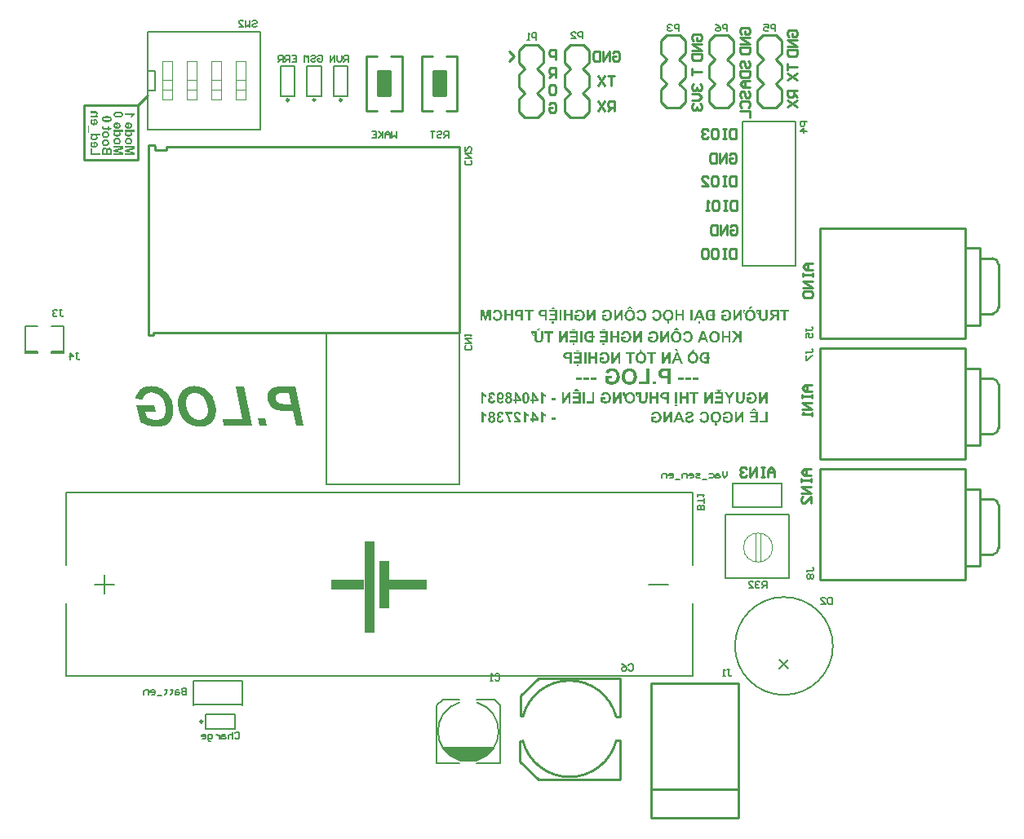
<source format=gbo>
G04 Layer_Color=32896*
%FSTAX24Y24*%
%MOIN*%
G70*
G01*
G75*
%ADD48C,0.0100*%
%ADD82C,0.0039*%
%ADD83C,0.0080*%
%ADD84C,0.0079*%
%ADD88C,0.0050*%
%ADD91C,0.0059*%
%ADD93C,0.0070*%
%ADD163C,0.0015*%
%ADD164R,0.0500X0.1000*%
%ADD165R,0.0394X0.3740*%
%ADD166R,0.0394X0.1969*%
%ADD167R,0.1575X0.0394*%
%ADD168R,0.1378X0.0394*%
G36*
X273835Y192824D02*
X273854Y192822D01*
X27387Y192818D01*
X273884Y192816D01*
X273891Y192814D01*
X273896Y192812D01*
X273901Y19281D01*
X273905Y192809D01*
X273908Y192808D01*
X27391Y192807D01*
X273912Y192806D01*
X273912D01*
X273924Y192801D01*
X273935Y192795D01*
X273945Y192788D01*
X273953Y192781D01*
X27396Y192775D01*
X273966Y192771D01*
X273969Y192767D01*
X273971Y192766D01*
X273979Y192756D01*
X273988Y192745D01*
X273995Y192734D01*
X274001Y192725D01*
X274006Y192717D01*
X274009Y19271D01*
X274011Y192706D01*
X274012Y192705D01*
Y192704D01*
X274019Y192686D01*
X274024Y192667D01*
X274027Y192648D01*
X274029Y192629D01*
X274031Y192621D01*
Y192614D01*
X274031Y192607D01*
X274032Y192601D01*
Y192596D01*
Y192592D01*
Y19259D01*
Y192589D01*
X274031Y192569D01*
X274029Y192551D01*
X274027Y192534D01*
X274023Y192517D01*
X274018Y192502D01*
X274014Y192489D01*
X274008Y192476D01*
X274003Y192465D01*
X273997Y192454D01*
X273992Y192446D01*
X273987Y192438D01*
X273982Y192432D01*
X273979Y192427D01*
X273976Y192424D01*
X273974Y192422D01*
X273973Y192421D01*
X273962Y19241D01*
X273949Y192401D01*
X273937Y192393D01*
X273923Y192386D01*
X27391Y19238D01*
X273897Y192375D01*
X273884Y192371D01*
X273872Y192368D01*
X273861Y192365D01*
X27385Y192364D01*
X273839Y192362D01*
X273831Y192361D01*
X273824D01*
X273819Y19236D01*
X273815D01*
X273796Y192361D01*
X273779Y192363D01*
X273764Y192366D01*
X273749Y19237D01*
X273734Y192374D01*
X273721Y192379D01*
X27371Y192385D01*
X273699Y192391D01*
X273689Y192396D01*
X273681Y192402D01*
X273673Y192407D01*
X273668Y192411D01*
X273663Y192415D01*
X27366Y192418D01*
X273658Y19242D01*
X273657Y192421D01*
X273647Y192433D01*
X273637Y192446D01*
X27363Y19246D01*
X273623Y192474D01*
X273617Y192488D01*
X273612Y192502D01*
X273608Y192516D01*
X273605Y19253D01*
X273602Y192542D01*
X273601Y192554D01*
X2736Y192564D01*
X273598Y192574D01*
Y192581D01*
X273598Y192587D01*
Y19259D01*
Y192592D01*
X273598Y192611D01*
X2736Y192631D01*
X273603Y192648D01*
X273607Y192665D01*
X273611Y19268D01*
X273616Y192693D01*
X273621Y192706D01*
X273627Y192718D01*
X273633Y192728D01*
X273638Y192737D01*
X273643Y192745D01*
X273647Y192751D01*
X273652Y192756D01*
X273654Y19276D01*
X273656Y192762D01*
X273657Y192762D01*
X273669Y192773D01*
X273681Y192783D01*
X273694Y192791D01*
X273707Y192799D01*
X27372Y192804D01*
X273734Y19281D01*
X273746Y192814D01*
X273759Y192817D01*
X27377Y192819D01*
X273781Y192821D01*
X273791Y192823D01*
X273799Y192824D01*
X273806D01*
X273811Y192825D01*
X273815D01*
X273835Y192824D01*
D02*
G37*
G36*
X26789Y192368D02*
X267799D01*
Y192538D01*
X267718D01*
X267709Y192538D01*
X2677D01*
X267691Y192539D01*
X267683Y19254D01*
X267677Y19254D01*
X26767Y192541D01*
X267665D01*
X26766Y192542D01*
X267656Y192543D01*
X267653Y192543D01*
X26765D01*
X267648Y192544D01*
X267647D01*
X267638Y192547D01*
X267629Y192549D01*
X267621Y192553D01*
X267614Y192557D01*
X267608Y19256D01*
X267604Y192562D01*
X2676Y192564D01*
X267599Y192565D01*
X267591Y192572D01*
X267584Y192579D01*
X267577Y192586D01*
X267571Y192594D01*
X267567Y1926D01*
X267564Y192605D01*
X267562Y192608D01*
X267561Y192609D01*
X267556Y19262D01*
X267552Y192632D01*
X26755Y192644D01*
X267548Y192655D01*
X267547Y192664D01*
X267546Y192672D01*
Y192674D01*
Y192676D01*
Y192678D01*
Y192678D01*
X267548Y192698D01*
X26755Y192715D01*
X267554Y19273D01*
X267559Y192743D01*
X267565Y192752D01*
X267567Y192756D01*
X267569Y19276D01*
X26757Y192762D01*
X267571Y192764D01*
X267573Y192765D01*
Y192766D01*
X267583Y192777D01*
X267594Y192787D01*
X267604Y192795D01*
X267614Y192801D01*
X267623Y192805D01*
X267631Y192808D01*
X267634Y192809D01*
X267635Y19281D01*
X267636Y19281D01*
X267637D01*
X267642Y192812D01*
X267649Y192812D01*
X267656Y192814D01*
X267664Y192814D01*
X267682Y192816D01*
X267701Y192816D01*
X267709D01*
X267718Y192817D01*
X26789D01*
Y192368D01*
D02*
G37*
G36*
X268304Y192741D02*
X268172D01*
Y192368D01*
X268081D01*
Y192741D01*
X267949D01*
Y192817D01*
X268304D01*
Y192741D01*
D02*
G37*
G36*
X273861Y192245D02*
X273774D01*
Y192331D01*
X273861D01*
Y192245D01*
D02*
G37*
G36*
X275132D02*
X275046D01*
Y192331D01*
X275132D01*
Y192245D01*
D02*
G37*
G36*
X27227Y192824D02*
X272288Y192822D01*
X272305Y192818D01*
X272319Y192816D01*
X272325Y192814D01*
X272331Y192812D01*
X272335Y19281D01*
X272339Y192809D01*
X272343Y192808D01*
X272345Y192807D01*
X272346Y192806D01*
X272347D01*
X272359Y192801D01*
X27237Y192795D01*
X272379Y192788D01*
X272388Y192781D01*
X272395Y192775D01*
X2724Y192771D01*
X272404Y192767D01*
X272405Y192766D01*
X272414Y192756D01*
X272423Y192745D01*
X27243Y192734D01*
X272436Y192725D01*
X272441Y192717D01*
X272444Y19271D01*
X272446Y192706D01*
X272447Y192705D01*
Y192704D01*
X272454Y192686D01*
X272458Y192667D01*
X272462Y192648D01*
X272464Y192629D01*
X272465Y192621D01*
Y192614D01*
X272466Y192607D01*
X272467Y192601D01*
Y192596D01*
Y192592D01*
Y19259D01*
Y192589D01*
X272466Y192569D01*
X272464Y192551D01*
X272461Y192534D01*
X272458Y192517D01*
X272453Y192502D01*
X272448Y192489D01*
X272443Y192476D01*
X272437Y192465D01*
X272432Y192454D01*
X272426Y192446D01*
X272421Y192438D01*
X272417Y192432D01*
X272413Y192427D01*
X272411Y192424D01*
X272408Y192422D01*
X272408Y192421D01*
X272396Y19241D01*
X272384Y192401D01*
X272372Y192393D01*
X272358Y192386D01*
X272345Y19238D01*
X272332Y192375D01*
X272319Y192371D01*
X272307Y192368D01*
X272295Y192365D01*
X272284Y192364D01*
X272274Y192362D01*
X272266Y192361D01*
X272259D01*
X272253Y19236D01*
X272249D01*
X272231Y192361D01*
X272214Y192363D01*
X272198Y192366D01*
X272183Y19237D01*
X272169Y192374D01*
X272156Y192379D01*
X272144Y192385D01*
X272133Y192391D01*
X272124Y192396D01*
X272115Y192402D01*
X272108Y192407D01*
X272102Y192411D01*
X272098Y192415D01*
X272094Y192418D01*
X272092Y19242D01*
X272092Y192421D01*
X272081Y192433D01*
X272072Y192446D01*
X272064Y19246D01*
X272057Y192474D01*
X272051Y192488D01*
X272046Y192502D01*
X272042Y192516D01*
X27204Y19253D01*
X272037Y192542D01*
X272036Y192554D01*
X272034Y192564D01*
X272033Y192574D01*
Y192581D01*
X272032Y192587D01*
Y19259D01*
Y192592D01*
X272033Y192611D01*
X272035Y192631D01*
X272038Y192648D01*
X272042Y192665D01*
X272046Y19268D01*
X272051Y192693D01*
X272056Y192706D01*
X272062Y192718D01*
X272068Y192728D01*
X272072Y192737D01*
X272078Y192745D01*
X272082Y192751D01*
X272086Y192756D01*
X272089Y19276D01*
X272091Y192762D01*
X272092Y192762D01*
X272103Y192773D01*
X272115Y192783D01*
X272128Y192791D01*
X272141Y192799D01*
X272154Y192804D01*
X272168Y19281D01*
X27218Y192814D01*
X272193Y192817D01*
X272205Y192819D01*
X272216Y192821D01*
X272225Y192823D01*
X272234Y192824D01*
X27224D01*
X272246Y192825D01*
X27225D01*
X27227Y192824D01*
D02*
G37*
G36*
X274817Y192368D02*
X274726D01*
Y192817D01*
X274817D01*
Y192368D01*
D02*
G37*
G36*
X275312D02*
X275216D01*
X275179Y19247D01*
X274998D01*
X27496Y192368D01*
X274862D01*
X275042Y192817D01*
X275138D01*
X275312Y192368D01*
D02*
G37*
G36*
X275718Y192621D02*
X275765D01*
Y192564D01*
X275718D01*
Y192368D01*
X275549D01*
X275531Y192369D01*
X275515Y19237D01*
X275501Y192371D01*
X275489Y192373D01*
X275481Y192374D01*
X275474Y192376D01*
X27547Y192377D01*
X275468Y192377D01*
X275454Y192383D01*
X275442Y192388D01*
X275431Y192394D01*
X275422Y1924D01*
X275414Y192405D01*
X275409Y192409D01*
X275406Y192412D01*
X275405Y192413D01*
X275394Y192424D01*
X275385Y192437D01*
X275377Y192449D01*
X275371Y192461D01*
X275366Y192471D01*
X275364Y192476D01*
X275362Y192479D01*
X27536Y192482D01*
X27536Y192484D01*
X275359Y192486D01*
Y192486D01*
X275354Y192504D01*
X275349Y192521D01*
X275347Y192538D01*
X275345Y192553D01*
X275344Y192561D01*
X275343Y192567D01*
Y192573D01*
X275343Y192577D01*
Y192581D01*
Y192584D01*
Y192586D01*
Y192587D01*
X275343Y192609D01*
X275345Y19263D01*
X275347Y192648D01*
X275349Y192656D01*
X275349Y192663D01*
X275351Y19267D01*
X275352Y192676D01*
X275354Y192681D01*
X275355Y192685D01*
X275356Y192689D01*
X275356Y192691D01*
X275357Y192692D01*
Y192693D01*
X275363Y192708D01*
X27537Y192722D01*
X275377Y192735D01*
X275384Y192745D01*
X27539Y192754D01*
X275395Y19276D01*
X275398Y192764D01*
X275399Y192766D01*
X27541Y192776D01*
X275422Y192785D01*
X275433Y192792D01*
X275444Y192799D01*
X275453Y192803D01*
X275461Y192806D01*
X275464Y192807D01*
X275466Y192808D01*
X275467Y192808D01*
X275468D01*
X27548Y192811D01*
X275494Y192814D01*
X275508Y192815D01*
X275522Y192816D01*
X275534Y192816D01*
X275539Y192817D01*
X275718D01*
Y192621D01*
D02*
G37*
G36*
X268864Y192368D02*
X268774D01*
Y192538D01*
X268693D01*
X268683Y192538D01*
X268675D01*
X268666Y192539D01*
X268658Y19254D01*
X268651Y19254D01*
X268645Y192541D01*
X26864D01*
X268635Y192542D01*
X268631Y192543D01*
X268627Y192543D01*
X268625D01*
X268623Y192544D01*
X268621D01*
X268612Y192547D01*
X268603Y192549D01*
X268596Y192553D01*
X268588Y192557D01*
X268583Y19256D01*
X268578Y192562D01*
X268575Y192564D01*
X268574Y192565D01*
X268566Y192572D01*
X268558Y192579D01*
X268552Y192586D01*
X268546Y192594D01*
X268542Y1926D01*
X268539Y192605D01*
X268537Y192608D01*
X268536Y192609D01*
X268531Y19262D01*
X268527Y192632D01*
X268524Y192644D01*
X268523Y192655D01*
X268522Y192664D01*
X268521Y192672D01*
Y192674D01*
Y192676D01*
Y192678D01*
Y192678D01*
X268522Y192698D01*
X268525Y192715D01*
X268529Y19273D01*
X268534Y192743D01*
X268539Y192752D01*
X268541Y192756D01*
X268543Y19276D01*
X268545Y192762D01*
X268546Y192764D01*
X268547Y192765D01*
Y192766D01*
X268558Y192777D01*
X268569Y192787D01*
X268579Y192795D01*
X268589Y192801D01*
X268598Y192805D01*
X268606Y192808D01*
X268608Y192809D01*
X26861Y19281D01*
X268611Y19281D01*
X268612D01*
X268617Y192812D01*
X268623Y192812D01*
X268631Y192814D01*
X268639Y192814D01*
X268657Y192816D01*
X268675Y192816D01*
X268684D01*
X268692Y192817D01*
X268864D01*
Y192368D01*
D02*
G37*
G36*
X269282D02*
X268942D01*
Y192444D01*
X269192D01*
Y192566D01*
X268968D01*
Y192642D01*
X269192D01*
Y192741D01*
X26895D01*
Y192817D01*
X269282D01*
Y192368D01*
D02*
G37*
G36*
X269459D02*
X269368D01*
Y192817D01*
X269459D01*
Y192368D01*
D02*
G37*
G36*
X273856Y191488D02*
X273772D01*
Y191783D01*
X27359Y191488D01*
X2735D01*
Y191937D01*
X273584D01*
Y191636D01*
X273769Y191937D01*
X273856D01*
Y191488D01*
D02*
G37*
G36*
X276812D02*
X276721D01*
Y191624D01*
X276648Y191699D01*
X276525Y191488D01*
X276408D01*
X276585Y191762D01*
X276417Y191937D01*
X276538D01*
X276721Y191738D01*
Y191937D01*
X276812D01*
Y191488D01*
D02*
G37*
G36*
X271804D02*
X271713D01*
Y191684D01*
X271536D01*
Y191488D01*
X271445D01*
Y191937D01*
X271536D01*
Y19176D01*
X271713D01*
Y191937D01*
X271804D01*
Y191488D01*
D02*
G37*
G36*
X274619Y191944D02*
X274635Y191942D01*
X274651Y191939D01*
X274666Y191935D01*
X274679Y19193D01*
X274691Y191925D01*
X274703Y191919D01*
X274713Y191914D01*
X274723Y191908D01*
X274731Y191902D01*
X274738Y191897D01*
X274744Y191892D01*
X274748Y191888D01*
X274752Y191885D01*
X274754Y191883D01*
X274754Y191882D01*
X274765Y19187D01*
X274773Y191857D01*
X274781Y191844D01*
X274788Y191829D01*
X274793Y191815D01*
X274797Y1918D01*
X274801Y191786D01*
X274804Y191772D01*
X274807Y191759D01*
X274809Y191747D01*
X27481Y191736D01*
X274811Y191727D01*
Y191719D01*
X274812Y191713D01*
Y19171D01*
Y191708D01*
X274811Y191689D01*
X274809Y191671D01*
X274806Y191654D01*
X274803Y191638D01*
X274798Y191623D01*
X274793Y191609D01*
X274788Y191596D01*
X274783Y191585D01*
X274778Y191575D01*
X274773Y191566D01*
X274767Y191559D01*
X274763Y191553D01*
X27476Y191548D01*
X274757Y191544D01*
X274755Y191542D01*
X274754Y191542D01*
X274743Y191531D01*
X274732Y191522D01*
X274719Y191514D01*
X274707Y191507D01*
X274695Y191501D01*
X274683Y191496D01*
X274671Y191492D01*
X274659Y191488D01*
X274648Y191486D01*
X274639Y191484D01*
X27463Y191483D01*
X274622Y191482D01*
X274616D01*
X274612Y191481D01*
X274607D01*
X274594Y191482D01*
X274582Y191482D01*
X27457Y191484D01*
X274558Y191486D01*
X274548Y191489D01*
X274538Y191492D01*
X27453Y191495D01*
X274521Y191499D01*
X274514Y191502D01*
X274507Y191505D01*
X274502Y191508D01*
X274497Y191511D01*
X274493Y191513D01*
X274491Y191515D01*
X274489Y191516D01*
X274489Y191516D01*
X27448Y191523D01*
X274472Y191531D01*
X274458Y191548D01*
X274446Y191567D01*
X274437Y191585D01*
X274433Y191593D01*
X27443Y191601D01*
X274427Y191608D01*
X274425Y191614D01*
X274423Y191619D01*
X274422Y191623D01*
X274421Y191626D01*
Y191626D01*
X274509Y191654D01*
X274514Y191636D01*
X27452Y191622D01*
X274526Y191609D01*
X274532Y191598D01*
X274538Y191591D01*
X274543Y191585D01*
X274545Y191582D01*
X274547Y191581D01*
X274557Y191573D01*
X274567Y191568D01*
X274577Y191563D01*
X274588Y191561D01*
X274596Y191559D01*
X274603Y191559D01*
X274605Y191558D01*
X274609D01*
X274618Y191559D01*
X274626Y191559D01*
X274642Y191563D01*
X274655Y191569D01*
X274667Y191576D01*
X274676Y191583D01*
X274683Y191588D01*
X274687Y191592D01*
X274687Y191593D01*
X274688Y191594D01*
X274694Y191601D01*
X274698Y191609D01*
X274702Y191618D01*
X274705Y191628D01*
X274711Y191648D01*
X274714Y191668D01*
X274715Y191678D01*
X274717Y191686D01*
X274717Y191694D01*
Y191701D01*
X274718Y191707D01*
Y191712D01*
Y191714D01*
Y191715D01*
X274717Y191729D01*
X274717Y191743D01*
X274715Y191756D01*
X274713Y191767D01*
X274711Y191778D01*
X274709Y191787D01*
X274706Y191796D01*
X274702Y191803D01*
X2747Y19181D01*
X274697Y191815D01*
X274694Y19182D01*
X274692Y191824D01*
X27469Y191827D01*
X274689Y19183D01*
X274687Y191831D01*
Y191831D01*
X274681Y191837D01*
X274675Y191844D01*
X274668Y191848D01*
X274662Y191852D01*
X274648Y191859D01*
X274635Y191863D01*
X274624Y191865D01*
X274619Y191866D01*
X274615Y191867D01*
X274612Y191867D01*
X274607D01*
X274594Y191867D01*
X274582Y191864D01*
X274571Y191861D01*
X274562Y191857D01*
X274555Y191854D01*
X27455Y19185D01*
X274547Y191848D01*
X274545Y191847D01*
X274536Y191839D01*
X27453Y19183D01*
X274523Y191821D01*
X274519Y191812D01*
X274516Y191804D01*
X274513Y191798D01*
X274513Y191794D01*
X274512Y191793D01*
Y191792D01*
X274422Y191813D01*
X274429Y191833D01*
X274436Y191849D01*
X274444Y191863D01*
X274452Y191874D01*
X274459Y191884D01*
X274464Y19189D01*
X274467Y191894D01*
X274468Y191895D01*
X274469D01*
X274479Y191904D01*
X274489Y191912D01*
X2745Y191918D01*
X274511Y191924D01*
X274522Y191929D01*
X274534Y191932D01*
X274544Y191936D01*
X274555Y191938D01*
X274564Y19194D01*
X274573Y191942D01*
X274582Y191943D01*
X274588Y191944D01*
X274594Y191945D01*
X274602D01*
X274619Y191944D01*
D02*
G37*
G36*
X269715Y191488D02*
X269631D01*
Y191783D01*
X269449Y191488D01*
X269359D01*
Y191937D01*
X269443D01*
Y191636D01*
X269628Y191937D01*
X269715D01*
Y191488D01*
D02*
G37*
G36*
X272743D02*
X272659D01*
Y191783D01*
X272477Y191488D01*
X272386D01*
Y191937D01*
X27247D01*
Y191636D01*
X272655Y191937D01*
X272743D01*
Y191488D01*
D02*
G37*
G36*
X274246Y191977D02*
X274176D01*
X274144Y192023D01*
X274109Y191977D01*
X27404D01*
X274103Y192068D01*
X274183D01*
X274246Y191977D01*
D02*
G37*
G36*
X268566Y192055D02*
X268573D01*
X268579Y192055D01*
X268583Y192054D01*
X268587D01*
X268588Y192053D01*
X268589D01*
X268585Y192022D01*
X268579Y192023D01*
X268573D01*
X268568Y192024D01*
X268547D01*
X268539Y192022D01*
X268532Y192022D01*
X268526Y19202D01*
X268522Y192019D01*
X268519Y192018D01*
X268517Y192017D01*
X268516Y192016D01*
X268514Y192014D01*
X268511Y192012D01*
X268509Y192009D01*
X268508Y192006D01*
Y192005D01*
X268508Y192001D01*
X26851Y191998D01*
X268513Y191996D01*
X268516Y191994D01*
X268519Y191992D01*
X268522Y191991D01*
X268524Y19199D01*
X268525D01*
X268527Y19199D01*
X26853D01*
X268538Y191988D01*
X268541D01*
X268544Y191988D01*
X268547D01*
Y191954D01*
X268512D01*
Y191969D01*
X268502Y191971D01*
X268494Y191973D01*
X268486Y191975D01*
X26848Y191978D01*
X268474Y191981D01*
X26847Y191984D01*
X268466Y191988D01*
X268463Y191991D01*
X268459Y191997D01*
X268457Y192003D01*
X268456Y192006D01*
Y192007D01*
X268458Y192016D01*
X268461Y192023D01*
X268465Y192029D01*
X26847Y192034D01*
X268475Y192038D01*
X26848Y192042D01*
X268482Y192043D01*
X268484Y192044D01*
X268493Y192048D01*
X268503Y19205D01*
X268514Y192052D01*
X268523Y192054D01*
X268532Y192055D01*
X268539Y192056D01*
X268556D01*
X268566Y192055D01*
D02*
G37*
G36*
X269149Y192245D02*
X269063D01*
Y192331D01*
X269149D01*
Y192245D01*
D02*
G37*
G36*
X276361Y191488D02*
X27627D01*
Y191684D01*
X276093D01*
Y191488D01*
X276002D01*
Y191937D01*
X276093D01*
Y19176D01*
X27627D01*
Y191937D01*
X276361D01*
Y191488D01*
D02*
G37*
G36*
X270052Y191977D02*
X269992D01*
X269958Y192D01*
X269924Y191977D01*
X269864D01*
X269931Y192017D01*
X269986D01*
X270052Y191977D01*
D02*
G37*
G36*
X27127D02*
X27121D01*
X271177Y192D01*
X271143Y191977D01*
X271082D01*
X271149Y192017D01*
X271204D01*
X27127Y191977D01*
D02*
G37*
G36*
X278338Y192368D02*
X278247D01*
Y192555D01*
X278218D01*
X278209Y192555D01*
X278201Y192554D01*
X278195Y192553D01*
X27819Y192552D01*
X278187Y192551D01*
X278185Y19255D01*
X278184D01*
X278178Y192548D01*
X278174Y192545D01*
X278165Y192539D01*
X278161Y192536D01*
X278159Y192534D01*
X278157Y192532D01*
X278157Y192532D01*
X278154Y192529D01*
X278151Y192525D01*
X278144Y192515D01*
X278135Y192505D01*
X278128Y192493D01*
X27812Y192482D01*
X278117Y192478D01*
X278114Y192474D01*
X278112Y19247D01*
X27811Y192467D01*
X278109Y192466D01*
X278109Y192465D01*
X278045Y192368D01*
X277936D01*
X277991Y192456D01*
X277997Y192465D01*
X278002Y192474D01*
X278007Y192482D01*
X278012Y192489D01*
X278021Y192502D01*
X278028Y192512D01*
X278034Y192519D01*
X278038Y192524D01*
X278041Y192527D01*
X278042Y192528D01*
X278049Y192536D01*
X278058Y192543D01*
X278066Y192549D01*
X278073Y192555D01*
X27808Y19256D01*
X278086Y192563D01*
X278089Y192565D01*
X27809Y192566D01*
X27809D01*
X278079Y192568D01*
X27807Y19257D01*
X27806Y192573D01*
X278052Y192576D01*
X278044Y192579D01*
X278036Y192583D01*
X27803Y192586D01*
X278024Y19259D01*
X278019Y192593D01*
X278015Y192596D01*
X278011Y1926D01*
X278008Y192602D01*
X278006Y192605D01*
X278004Y192606D01*
X278002Y192607D01*
Y192607D01*
X277997Y192614D01*
X277992Y19262D01*
X277985Y192634D01*
X27798Y192648D01*
X277976Y192661D01*
X277974Y192673D01*
X277973Y192678D01*
Y192683D01*
X277972Y192686D01*
Y192689D01*
Y19269D01*
Y192691D01*
X277973Y192705D01*
X277975Y192719D01*
X277978Y19273D01*
X277982Y192741D01*
X277986Y192749D01*
X277989Y192756D01*
X277991Y19276D01*
X277992Y192761D01*
X278Y192772D01*
X278008Y192781D01*
X278017Y192788D01*
X278025Y192795D01*
X278033Y192799D01*
X278039Y192803D01*
X278043Y192804D01*
X278044Y192805D01*
X278045D01*
X278051Y192807D01*
X278058Y192809D01*
X278075Y192812D01*
X278092Y192814D01*
X278109Y192816D01*
X278116Y192816D01*
X278131D01*
X278137Y192817D01*
X278338D01*
Y192368D01*
D02*
G37*
G36*
X277185Y192824D02*
X277202Y192822D01*
X277218Y192819D01*
X277233Y192816D01*
X277247Y192811D01*
X27726Y192806D01*
X277271Y192801D01*
X277282Y192795D01*
X277291Y19279D01*
X277299Y192784D01*
X277306Y19278D01*
X277312Y192775D01*
X277316Y192771D01*
X277319Y192769D01*
X277321Y192767D01*
X277322Y192766D01*
X277333Y192754D01*
X277342Y19274D01*
X277351Y192726D01*
X277358Y192711D01*
X277364Y192697D01*
X277369Y192682D01*
X277373Y192668D01*
X277377Y192654D01*
X277379Y19264D01*
X277381Y192628D01*
X277382Y192617D01*
X277383Y192607D01*
Y1926D01*
X277384Y192594D01*
Y19259D01*
Y192589D01*
X277383Y19257D01*
X277381Y192551D01*
X277379Y192534D01*
X277375Y192518D01*
X27737Y192503D01*
X277366Y192489D01*
X27736Y192476D01*
X277355Y192465D01*
X277349Y192455D01*
X277344Y192446D01*
X277339Y192439D01*
X277334Y192433D01*
X277331Y192427D01*
X277328Y192424D01*
X277326Y192422D01*
X277325Y192421D01*
X277314Y19241D01*
X277301Y192401D01*
X277289Y192393D01*
X277276Y192386D01*
X277263Y19238D01*
X27725Y192375D01*
X277237Y192371D01*
X277224Y192368D01*
X277213Y192365D01*
X277202Y192364D01*
X277192Y192362D01*
X277183Y192361D01*
X277176D01*
X277171Y19236D01*
X277167D01*
X277148Y192361D01*
X277131Y192363D01*
X277115Y192366D01*
X2771Y19237D01*
X277086Y192374D01*
X277073Y19238D01*
X277061Y192385D01*
X27705Y192391D01*
X277041Y192396D01*
X277032Y192402D01*
X277025Y192407D01*
X277019Y192412D01*
X277015Y192416D01*
X277011Y192419D01*
X277009Y192421D01*
X277008Y192422D01*
X276998Y192434D01*
X276989Y192447D01*
X276981Y192461D01*
X276974Y192474D01*
X276969Y192489D01*
X276964Y192503D01*
X27696Y192517D01*
X276957Y19253D01*
X276955Y192543D01*
X276953Y192554D01*
X276952Y192565D01*
X27695Y192574D01*
Y192581D01*
X27695Y192587D01*
Y19259D01*
Y192592D01*
X27695Y192607D01*
Y192614D01*
X276951Y192619D01*
X276952Y192624D01*
Y192628D01*
X276952Y192631D01*
Y192631D01*
X276943Y192635D01*
X276935Y19264D01*
X276927Y192644D01*
X27692Y192648D01*
X276916Y192652D01*
X276911Y192655D01*
X276909Y192657D01*
X276909Y192657D01*
X276903Y192664D01*
X276897Y19267D01*
X276893Y192677D01*
X27689Y192683D01*
X276888Y192688D01*
X276886Y192692D01*
X276884Y192695D01*
Y192696D01*
X276882Y192704D01*
X27688Y192714D01*
X276879Y192724D01*
X276878Y192734D01*
X276877Y192742D01*
Y192749D01*
Y192752D01*
Y192754D01*
Y192754D01*
Y192755D01*
Y192817D01*
X276963D01*
Y192731D01*
X276922D01*
X276922Y192723D01*
X276924Y192716D01*
X276928Y192703D01*
X276934Y192693D01*
X276941Y192685D01*
X276948Y192678D01*
X276954Y192674D01*
X276958Y192672D01*
X276959Y192671D01*
X276959D01*
X276965Y192691D01*
X276973Y192708D01*
X276981Y192724D01*
X276989Y192737D01*
X276993Y192743D01*
X276997Y192748D01*
X277Y192752D01*
X277004Y192756D01*
X277006Y192759D01*
X277008Y192761D01*
X277008Y192762D01*
X277009Y192762D01*
X277021Y192773D01*
X277033Y192783D01*
X277046Y192791D01*
X277059Y192799D01*
X277072Y192804D01*
X277086Y19281D01*
X277098Y192814D01*
X277111Y192817D01*
X277123Y192819D01*
X277133Y192821D01*
X277143Y192823D01*
X277151Y192824D01*
X277158D01*
X277164Y192825D01*
X277168D01*
X277185Y192824D01*
D02*
G37*
G36*
X269201Y192857D02*
X269141D01*
X269108Y19288D01*
X269073Y192857D01*
X269013D01*
X26908Y192897D01*
X269135D01*
X269201Y192857D01*
D02*
G37*
G36*
X272351D02*
X272281D01*
X272249Y192903D01*
X272214Y192857D01*
X272145D01*
X272208Y192948D01*
X272288D01*
X272351Y192857D01*
D02*
G37*
G36*
X267472Y192368D02*
X267381D01*
Y192564D01*
X267204D01*
Y192368D01*
X267113D01*
Y192817D01*
X267204D01*
Y19264D01*
X267381D01*
Y192817D01*
X267472D01*
Y192368D01*
D02*
G37*
G36*
X269909D02*
X269818D01*
Y192564D01*
X269641D01*
Y192368D01*
X26955D01*
Y192817D01*
X269641D01*
Y19264D01*
X269818D01*
Y192817D01*
X269909D01*
Y192368D01*
D02*
G37*
G36*
X274466D02*
X274375D01*
Y192564D01*
X274198D01*
Y192368D01*
X274107D01*
Y192817D01*
X274198D01*
Y19264D01*
X274375D01*
Y192817D01*
X274466D01*
Y192368D01*
D02*
G37*
G36*
X274708Y188657D02*
X274725Y188655D01*
X27474Y188653D01*
X274753Y18865D01*
X274763Y188647D01*
X274767Y188645D01*
X274771Y188645D01*
X274774Y188643D01*
X274776Y188643D01*
X274777Y188642D01*
X274778D01*
X274791Y188636D01*
X274802Y188628D01*
X274811Y188621D01*
X274819Y188613D01*
X274825Y188606D01*
X27483Y188601D01*
X274832Y188597D01*
X274833Y188597D01*
Y188596D01*
X274839Y188584D01*
X274844Y188574D01*
X274847Y188563D01*
X274849Y188553D01*
X274851Y188544D01*
X274852Y188538D01*
Y188535D01*
Y188533D01*
Y188533D01*
Y188532D01*
X274851Y188522D01*
X27485Y188513D01*
X274848Y188504D01*
X274846Y188496D01*
X274839Y18848D01*
X274832Y188467D01*
X274827Y188462D01*
X274824Y188456D01*
X274821Y188452D01*
X274817Y188449D01*
X274815Y188446D01*
X274813Y188444D01*
X274812Y188442D01*
X274811Y188442D01*
X274805Y188437D01*
X274798Y188432D01*
X274783Y188423D01*
X274766Y188416D01*
X274749Y18841D01*
X274734Y188404D01*
X274727Y188402D01*
X274721Y188401D01*
X274716Y188399D01*
X274713Y188398D01*
X27471Y188397D01*
X274709D01*
X274699Y188395D01*
X27469Y188393D01*
X274682Y18839D01*
X274674Y188388D01*
X274668Y188386D01*
X274662Y188385D01*
X274657Y188384D01*
X274653Y188382D01*
X274646Y18838D01*
X274641Y188379D01*
X274638Y188377D01*
X274638D01*
X274629Y188374D01*
X274623Y188371D01*
X274617Y188368D01*
X274612Y188365D01*
X274609Y188362D01*
X274607Y18836D01*
X274606Y188358D01*
X274605Y188358D01*
X274601Y188354D01*
X274599Y188349D01*
X274597Y188341D01*
X274596Y188337D01*
X274595Y188334D01*
Y188332D01*
Y188331D01*
X274596Y188322D01*
X274599Y188314D01*
X274602Y188306D01*
X274606Y1883D01*
X274611Y188295D01*
X274614Y188291D01*
X274617Y188289D01*
X274618Y188288D01*
X274627Y188282D01*
X274637Y188277D01*
X274648Y188274D01*
X274659Y188272D01*
X274668Y18827D01*
X274676Y18827D01*
X274683D01*
X274698Y18827D01*
X274711Y188273D01*
X274722Y188276D01*
X274732Y18828D01*
X274739Y188284D01*
X274745Y188287D01*
X274748Y188289D01*
X27475Y18829D01*
X274758Y188299D01*
X274765Y188309D01*
X27477Y18832D01*
X274774Y18833D01*
X274778Y188341D01*
X27478Y188348D01*
X27478Y188352D01*
Y188354D01*
X274781Y188355D01*
Y188356D01*
X274869Y188347D01*
X274867Y188333D01*
X274864Y18832D01*
X274861Y188308D01*
X274858Y188297D01*
X274853Y188287D01*
X274849Y188277D01*
X274844Y188269D01*
X274839Y188261D01*
X274834Y188255D01*
X27483Y188248D01*
X274826Y188244D01*
X274823Y18824D01*
X274819Y188236D01*
X274817Y188234D01*
X274816Y188233D01*
X274815Y188232D01*
X274806Y188225D01*
X274796Y188219D01*
X274786Y188214D01*
X274776Y188209D01*
X274765Y188206D01*
X274754Y188203D01*
X274733Y188198D01*
X274722Y188197D01*
X274713Y188195D01*
X274705Y188194D01*
X274698Y188194D01*
X274692Y188193D01*
X274684D01*
X274663Y188194D01*
X274644Y188196D01*
X274628Y188198D01*
X274614Y188201D01*
X274608Y188203D01*
X274602Y188204D01*
X274598Y188205D01*
X274594Y188206D01*
X274591Y188207D01*
X274589Y188208D01*
X274588Y188209D01*
X274587D01*
X274573Y188216D01*
X274561Y188224D01*
X27455Y188232D01*
X274542Y18824D01*
X274535Y188247D01*
X27453Y188253D01*
X274527Y188257D01*
X274526Y188258D01*
Y188259D01*
X274519Y188272D01*
X274513Y188285D01*
X27451Y188297D01*
X274507Y188308D01*
X274506Y188317D01*
X274504Y188325D01*
Y188328D01*
Y18833D01*
Y188331D01*
Y188332D01*
X274505Y188347D01*
X274507Y18836D01*
X274511Y188373D01*
X274513Y188383D01*
X274517Y188391D01*
X27452Y188398D01*
X274522Y188401D01*
X274523Y188403D01*
X27453Y188413D01*
X274538Y188423D01*
X274546Y18843D01*
X274554Y188437D01*
X274561Y188442D01*
X274567Y188446D01*
X274571Y188448D01*
X274571Y188449D01*
X274572D01*
X274578Y188452D01*
X274585Y188455D01*
X274601Y188461D01*
X274616Y188466D01*
X274633Y188471D01*
X274647Y188474D01*
X274653Y188477D01*
X274659Y188478D01*
X274664Y188479D01*
X274667Y18848D01*
X274669Y188481D01*
X27467D01*
X274681Y188483D01*
X274692Y188487D01*
X274702Y18849D01*
X27471Y188492D01*
X274718Y188494D01*
X274724Y188497D01*
X27473Y188499D01*
X274735Y188502D01*
X27474Y188504D01*
X274743Y188505D01*
X274749Y188508D01*
X274752Y18851D01*
X274752Y188511D01*
X274756Y188515D01*
X27476Y18852D01*
X274762Y188524D01*
X274764Y188528D01*
X274765Y188533D01*
X274765Y188535D01*
Y188537D01*
Y188538D01*
X274765Y188544D01*
X274763Y18855D01*
X274761Y188554D01*
X274758Y188559D01*
X274756Y188562D01*
X274754Y188564D01*
X274752Y188565D01*
X274752Y188566D01*
X274743Y188571D01*
X274733Y188576D01*
X274722Y188578D01*
X274713Y18858D01*
X274704Y188582D01*
X274696Y188582D01*
X27469D01*
X274677Y188582D01*
X274665Y18858D01*
X274655Y188578D01*
X274647Y188575D01*
X274641Y188571D01*
X274637Y188569D01*
X274634Y188567D01*
X274634Y188567D01*
X274627Y188561D01*
X274621Y188553D01*
X274617Y188545D01*
X274614Y188537D01*
X274611Y188529D01*
X27461Y188523D01*
X274608Y188519D01*
Y188518D01*
Y188518D01*
X274517Y188521D01*
X274518Y188532D01*
X27452Y188543D01*
X274523Y188553D01*
X274526Y188563D01*
X274533Y188579D01*
X274537Y188587D01*
X274541Y188593D01*
X274545Y188599D01*
X274549Y188605D01*
X274552Y18861D01*
X274556Y188613D01*
X274558Y188616D01*
X27456Y188618D01*
X274562Y188619D01*
X274562Y18862D01*
X274571Y188627D01*
X27458Y188632D01*
X27459Y188638D01*
X2746Y188642D01*
X274621Y188649D01*
X274642Y188653D01*
X274651Y188654D01*
X27466Y188655D01*
X274668Y188656D01*
X274676Y188657D01*
X274681Y188658D01*
X27469D01*
X274708Y188657D01*
D02*
G37*
G36*
X27578D02*
X275799Y188655D01*
X275815Y188651D01*
X275829Y188649D01*
X275836Y188647D01*
X275841Y188645D01*
X275846Y188643D01*
X27585Y188642D01*
X275853Y188641D01*
X275855Y18864D01*
X275857Y188639D01*
X275857D01*
X275869Y188634D01*
X27588Y188627D01*
X27589Y188621D01*
X275898Y188614D01*
X275905Y188608D01*
X275911Y188604D01*
X275914Y1886D01*
X275916Y188599D01*
X275924Y188589D01*
X275933Y188578D01*
X27594Y188567D01*
X275946Y188558D01*
X275951Y18855D01*
X275954Y188543D01*
X275956Y188539D01*
X275957Y188538D01*
Y188537D01*
X275964Y188519D01*
X275969Y1885D01*
X275972Y188481D01*
X275974Y188462D01*
X275976Y188454D01*
Y188446D01*
X275976Y18844D01*
X275977Y188434D01*
Y188429D01*
Y188425D01*
Y188423D01*
Y188422D01*
X275976Y188402D01*
X275974Y188384D01*
X275972Y188367D01*
X275968Y18835D01*
X275963Y188335D01*
X275959Y188321D01*
X275953Y188309D01*
X275948Y188298D01*
X275942Y188287D01*
X275937Y188278D01*
X275932Y188271D01*
X275927Y188265D01*
X275924Y18826D01*
X275921Y188257D01*
X275919Y188255D01*
X275918Y188254D01*
X275907Y188243D01*
X275894Y188234D01*
X275882Y188226D01*
X275868Y188219D01*
X275855Y188213D01*
X275842Y188208D01*
X275829Y188204D01*
X275817Y188201D01*
X275806Y188198D01*
X275795Y188197D01*
X275784Y188195D01*
X275776Y188194D01*
X275769D01*
X275764Y188193D01*
X27576D01*
X275741Y188194D01*
X275724Y188196D01*
X275709Y188199D01*
X275694Y188203D01*
X275679Y188207D01*
X275666Y188212D01*
X275655Y188218D01*
X275644Y188224D01*
X275634Y188229D01*
X275626Y188235D01*
X275618Y18824D01*
X275613Y188244D01*
X275608Y188248D01*
X275605Y188251D01*
X275603Y188253D01*
X275602Y188254D01*
X275592Y188266D01*
X275582Y188279D01*
X275575Y188293D01*
X275568Y188306D01*
X275562Y188321D01*
X275557Y188335D01*
X275553Y188349D01*
X27555Y188362D01*
X275547Y188375D01*
X275546Y188387D01*
X275545Y188397D01*
X275543Y188407D01*
Y188414D01*
X275543Y18842D01*
Y188423D01*
Y188425D01*
X275543Y188444D01*
X275545Y188464D01*
X275548Y188481D01*
X275552Y188498D01*
X275556Y188513D01*
X275561Y188526D01*
X275566Y188539D01*
X275572Y188551D01*
X275578Y188561D01*
X275583Y18857D01*
X275588Y188578D01*
X275592Y188584D01*
X275597Y188589D01*
X275599Y188593D01*
X275601Y188595D01*
X275602Y188595D01*
X275614Y188606D01*
X275626Y188616D01*
X275639Y188624D01*
X275652Y188632D01*
X275665Y188637D01*
X275679Y188643D01*
X275691Y188647D01*
X275704Y18865D01*
X275715Y188652D01*
X275726Y188654D01*
X275736Y188655D01*
X275744Y188657D01*
X275751D01*
X275756Y188658D01*
X27576D01*
X27578Y188657D01*
D02*
G37*
G36*
X267448Y188563D02*
X267253D01*
X267274Y188534D01*
X267293Y188504D01*
X26731Y188474D01*
X267317Y188461D01*
X267323Y188448D01*
X26733Y188436D01*
X267335Y188425D01*
X267339Y188414D01*
X267342Y188406D01*
X267345Y188399D01*
X267348Y188394D01*
X267349Y188391D01*
X267349Y18839D01*
X267355Y188372D01*
X267362Y188354D01*
X267366Y188337D01*
X26737Y188319D01*
X267374Y188304D01*
X267377Y188288D01*
X26738Y188273D01*
X267382Y188259D01*
X267383Y188247D01*
X267385Y188235D01*
X267386Y188226D01*
X267387Y188217D01*
Y18821D01*
X267388Y188205D01*
Y188203D01*
Y188201D01*
X267305D01*
X267304Y188224D01*
X267302Y188247D01*
X267299Y18827D01*
X267297Y18828D01*
X267295Y18829D01*
X267294Y1883D01*
X267292Y188309D01*
X267291Y188316D01*
X267289Y188323D01*
X267288Y188328D01*
X267286Y188332D01*
X267286Y188334D01*
Y188335D01*
X267278Y188363D01*
X267269Y18839D01*
X267264Y188402D01*
X267259Y188414D01*
X267254Y188425D01*
X26725Y188435D01*
X267246Y188444D01*
X267241Y188453D01*
X267238Y18846D01*
X267235Y188466D01*
X267232Y188471D01*
X26723Y188475D01*
X267229Y188477D01*
X267228Y188478D01*
X267222Y18849D01*
X267214Y188502D01*
X267207Y188512D01*
X267201Y188522D01*
X267194Y188531D01*
X267188Y18854D01*
X267183Y188548D01*
X267177Y188554D01*
X267172Y188561D01*
X267168Y188566D01*
X267164Y188571D01*
X26716Y188574D01*
X267157Y188577D01*
X267155Y18858D01*
X267155Y18858D01*
X267154Y188581D01*
Y188643D01*
X267448D01*
Y188563D01*
D02*
G37*
G36*
X277164Y192857D02*
X27711D01*
X277153Y192949D01*
X27725D01*
X277164Y192857D01*
D02*
G37*
G36*
X275806Y188078D02*
X275719D01*
Y188164D01*
X275806D01*
Y188078D01*
D02*
G37*
G36*
X266618Y188651D02*
X266629Y18865D01*
X26664Y188649D01*
X266649Y188647D01*
X266658Y188644D01*
X266666Y188641D01*
X266674Y188638D01*
X266681Y188635D01*
X266686Y188632D01*
X266692Y188629D01*
X266696Y188626D01*
X2667Y188624D01*
X266703Y188621D01*
X266705Y18862D01*
X266705Y188619D01*
X266706Y188619D01*
X266712Y188612D01*
X266718Y188606D01*
X266722Y188599D01*
X266726Y188592D01*
X266733Y188578D01*
X266737Y188565D01*
X266739Y188553D01*
X266739Y188548D01*
X26674Y188543D01*
X266741Y18854D01*
Y188537D01*
Y188536D01*
Y188535D01*
X26674Y188524D01*
X266739Y188515D01*
X266736Y188505D01*
X266733Y188497D01*
X266731Y188491D01*
X266728Y188485D01*
X266726Y188483D01*
X266726Y188481D01*
X26672Y188472D01*
X266712Y188465D01*
X266704Y188458D01*
X266696Y188453D01*
X266689Y188449D01*
X266683Y188446D01*
X266679Y188444D01*
X266679Y188443D01*
X266678D01*
X266692Y188436D01*
X266703Y188429D01*
X266713Y188421D01*
X266721Y188414D01*
X266727Y188407D01*
X266731Y188401D01*
X266734Y188397D01*
X266735Y188397D01*
Y188396D01*
X266741Y188384D01*
X266745Y188373D01*
X266748Y188361D01*
X26675Y188351D01*
X266752Y188342D01*
X266752Y188335D01*
Y188332D01*
Y18833D01*
Y18833D01*
Y188329D01*
X266752Y188317D01*
X26675Y188306D01*
X266748Y188295D01*
X266745Y188285D01*
X266741Y188276D01*
X266737Y188267D01*
X266733Y188259D01*
X266728Y188253D01*
X266724Y188246D01*
X26672Y188241D01*
X266715Y188236D01*
X266712Y188232D01*
X266709Y188229D01*
X266707Y188227D01*
X266705Y188226D01*
X266705Y188225D01*
X266697Y18822D01*
X266689Y188215D01*
X266672Y188207D01*
X266655Y188201D01*
X266638Y188197D01*
X266631Y188196D01*
X266625Y188195D01*
X266619Y188194D01*
X266613D01*
X266609Y188193D01*
X266603D01*
X26659Y188194D01*
X26658Y188194D01*
X266569Y188197D01*
X266558Y188199D01*
X26655Y188202D01*
X266541Y188205D01*
X266532Y188209D01*
X266526Y188212D01*
X266519Y188216D01*
X266513Y188219D01*
X266509Y188222D01*
X266505Y188225D01*
X266502Y188228D01*
X2665Y18823D01*
X266498Y188231D01*
X266498Y188231D01*
X266491Y188239D01*
X266484Y188247D01*
X266479Y188255D01*
X266474Y188263D01*
X26647Y188272D01*
X266467Y188281D01*
X266462Y188296D01*
X266461Y188304D01*
X266459Y188311D01*
X266459Y188317D01*
X266458Y188322D01*
X266457Y188326D01*
Y18833D01*
Y188332D01*
Y188332D01*
X266458Y188346D01*
X26646Y188359D01*
X266463Y188371D01*
X266467Y18838D01*
X266471Y188388D01*
X266474Y188395D01*
X266476Y188398D01*
X266477Y188399D01*
X266485Y18841D01*
X266494Y188418D01*
X266504Y188426D01*
X266513Y188432D01*
X266521Y188437D01*
X266528Y18844D01*
X26653Y188442D01*
X266532Y188442D01*
X266533Y188443D01*
X266534D01*
X266524Y188449D01*
X266514Y188454D01*
X266506Y18846D01*
X2665Y188466D01*
X266495Y188472D01*
X266491Y188476D01*
X266489Y188479D01*
X266488Y18848D01*
X266483Y18849D01*
X266478Y188499D01*
X266476Y188508D01*
X266474Y188517D01*
X266472Y188524D01*
X266472Y18853D01*
Y188534D01*
Y188535D01*
X266472Y188545D01*
X266473Y188554D01*
X266477Y188569D01*
X266483Y188584D01*
X266489Y188596D01*
X266496Y188606D01*
X266502Y188612D01*
X266504Y188615D01*
X266506Y188617D01*
X266506Y188618D01*
X266507Y188619D01*
X266514Y188624D01*
X266522Y18863D01*
X266538Y188638D01*
X266554Y188643D01*
X26657Y188647D01*
X266578Y188649D01*
X266584Y18865D01*
X26659Y188651D01*
X266596D01*
X2666Y188651D01*
X266606D01*
X266618Y188651D01*
D02*
G37*
G36*
X276196Y192824D02*
X276217Y192821D01*
X276226Y192819D01*
X276235Y192818D01*
X276244Y192816D01*
X276251Y192814D01*
X276257Y192811D01*
X276263Y192809D01*
X276268Y192808D01*
X276273Y192805D01*
X276276Y192804D01*
X276278Y192803D01*
X27628Y192802D01*
X27628D01*
X2763Y19279D01*
X276318Y192777D01*
X276332Y192762D01*
X276345Y192749D01*
X276354Y192737D01*
X276358Y192732D01*
X276361Y192727D01*
X276363Y192724D01*
X276365Y192721D01*
X276366Y192719D01*
X276366Y192718D01*
X276376Y192697D01*
X276383Y192676D01*
X276388Y192655D01*
X276392Y192635D01*
X276392Y192627D01*
X276394Y192619D01*
X276394Y192611D01*
Y192605D01*
X276395Y192601D01*
Y192597D01*
Y192594D01*
Y192594D01*
X276394Y19257D01*
X276391Y192547D01*
X276387Y192527D01*
X276385Y192518D01*
X276382Y192509D01*
X276379Y192502D01*
X276377Y192495D01*
X276375Y192489D01*
X276373Y192483D01*
X276371Y192479D01*
X276371Y192476D01*
X276369Y192474D01*
Y192474D01*
X276358Y192454D01*
X276346Y192437D01*
X276333Y192423D01*
X276321Y192411D01*
X276309Y192402D01*
X276304Y192398D01*
X2763Y192395D01*
X276296Y192393D01*
X276293Y192391D01*
X276292Y19239D01*
X276291Y19239D01*
X276281Y192384D01*
X276271Y19238D01*
X27625Y192372D01*
X276229Y192368D01*
X27621Y192364D01*
X276201Y192363D01*
X276194Y192362D01*
X276186Y192361D01*
X27618D01*
X276175Y19236D01*
X276168D01*
X276148Y192361D01*
X276128Y192364D01*
X27611Y192367D01*
X276093Y19237D01*
X276086Y192372D01*
X276079Y192374D01*
X276073Y192376D01*
X276069Y192377D01*
X276065Y192379D01*
X276062Y19238D01*
X27606Y192381D01*
X276059D01*
X27604Y192389D01*
X276024Y192397D01*
X276009Y192405D01*
X275998Y192413D01*
X275988Y19242D01*
X275982Y192424D01*
X275978Y192428D01*
X275976Y192429D01*
Y192609D01*
X276171D01*
Y192533D01*
X276068D01*
Y192476D01*
X276076Y192469D01*
X276084Y192465D01*
X276093Y19246D01*
X2761Y192456D01*
X276107Y192452D01*
X276112Y19245D01*
X276116Y192449D01*
X276117Y192448D01*
X276128Y192445D01*
X276138Y192442D01*
X276148Y19244D01*
X276156Y192439D01*
X276164Y192438D01*
X276169Y192437D01*
X276174D01*
X276184Y192438D01*
X276194Y192439D01*
X276204Y192441D01*
X276213Y192443D01*
X276228Y19245D01*
X276241Y192457D01*
X276248Y192461D01*
X276252Y192465D01*
X276257Y192468D01*
X276261Y192471D01*
X276263Y192474D01*
X276265Y192476D01*
X276266Y192476D01*
X276267Y192477D01*
X276273Y192485D01*
X276278Y192494D01*
X276283Y192503D01*
X276287Y192512D01*
X276293Y192533D01*
X276297Y192552D01*
X276299Y192562D01*
X2763Y19257D01*
X2763Y192577D01*
X276301Y192584D01*
X276302Y19259D01*
Y192594D01*
Y192596D01*
Y192597D01*
X276301Y192611D01*
X2763Y192623D01*
X276298Y192635D01*
X276296Y192646D01*
X276293Y192656D01*
X276291Y192665D01*
X276288Y192674D01*
X276285Y192681D01*
X276281Y192688D01*
X276278Y192693D01*
X276276Y192698D01*
X276273Y192702D01*
X276271Y192705D01*
X276269Y192707D01*
X276268Y192708D01*
X276267Y192709D01*
X276261Y192716D01*
X276253Y192722D01*
X276246Y192727D01*
X276238Y192731D01*
X276222Y192738D01*
X276207Y192743D01*
X276194Y192745D01*
X276188Y192746D01*
X276183Y192747D01*
X276179Y192747D01*
X276173D01*
X27616Y192747D01*
X276147Y192745D01*
X276136Y192741D01*
X276126Y192738D01*
X276119Y192734D01*
X276113Y192731D01*
X27611Y192729D01*
X276108Y192728D01*
X276099Y192721D01*
X276092Y192712D01*
X276086Y192704D01*
X276081Y192696D01*
X276077Y192688D01*
X276075Y192682D01*
X276073Y192678D01*
X276073Y192677D01*
Y192676D01*
X275983Y192693D01*
X275985Y192704D01*
X275989Y192715D01*
X275998Y192734D01*
X276002Y192743D01*
X276008Y19275D01*
X276013Y192758D01*
X276018Y192764D01*
X276023Y19277D01*
X276028Y192775D01*
X276032Y192779D01*
X276036Y192783D01*
X276039Y192786D01*
X276041Y192788D01*
X276043Y192788D01*
X276043Y192789D01*
X276052Y192795D01*
X276063Y192801D01*
X276073Y192805D01*
X276083Y19281D01*
X276105Y192816D01*
X276125Y19282D01*
X276136Y192822D01*
X276144Y192823D01*
X276153Y192823D01*
X27616Y192824D01*
X276165Y192825D01*
X276173D01*
X276196Y192824D01*
D02*
G37*
G36*
X277885Y192577D02*
Y192564D01*
X277885Y192551D01*
Y192538D01*
X277884Y192527D01*
X277883Y192517D01*
X277883Y192508D01*
X277882Y192499D01*
X277881Y192492D01*
X277881Y192485D01*
X27788Y19248D01*
X277879Y192474D01*
X277879Y192471D01*
X277878Y192467D01*
X277877Y192465D01*
Y192464D01*
Y192463D01*
X277875Y192454D01*
X27787Y192445D01*
X277866Y192436D01*
X277862Y192428D01*
X277858Y192422D01*
X277855Y192418D01*
X277852Y192415D01*
X277851Y192413D01*
X277842Y192404D01*
X277832Y192396D01*
X277821Y192389D01*
X27781Y192383D01*
X277797Y192377D01*
X277785Y192373D01*
X277773Y19237D01*
X27776Y192367D01*
X277749Y192365D01*
X277738Y192363D01*
X277728Y192362D01*
X277719Y192361D01*
X277712D01*
X277707Y19236D01*
X277702D01*
X277685Y192361D01*
X277668Y192362D01*
X277653Y192365D01*
X27764Y192368D01*
X277627Y192372D01*
X277616Y192376D01*
X277605Y192381D01*
X277597Y192385D01*
X277588Y19239D01*
X277582Y192394D01*
X277576Y192398D01*
X277571Y192402D01*
X277568Y192405D01*
X277565Y192408D01*
X277564Y192409D01*
X277563Y19241D01*
X277556Y19242D01*
X27755Y192429D01*
X277546Y192439D01*
X277542Y192448D01*
X277539Y192455D01*
X277537Y192461D01*
X277536Y192465D01*
Y192466D01*
Y192467D01*
X277534Y192474D01*
X277533Y192482D01*
X277532Y19249D01*
X277532Y192499D01*
X27753Y192519D01*
X277529Y192537D01*
Y192546D01*
Y192554D01*
X277528Y192562D01*
Y192568D01*
Y192574D01*
Y192578D01*
Y192581D01*
Y192581D01*
Y192622D01*
X277518Y192624D01*
X277508Y192627D01*
X277499Y192629D01*
X27749Y192631D01*
X277482Y192634D01*
X277476Y192637D01*
X277469Y19264D01*
X277463Y192644D01*
X277454Y192649D01*
X277448Y192654D01*
X277444Y192657D01*
X277442Y192658D01*
X277436Y192664D01*
X277431Y192671D01*
X277427Y192677D01*
X277424Y192683D01*
X277421Y192688D01*
X27742Y192692D01*
X277418Y192695D01*
Y192696D01*
X277416Y192704D01*
X277414Y192714D01*
X277413Y192724D01*
X277412Y192734D01*
X277411Y192743D01*
Y192749D01*
Y192752D01*
Y192754D01*
Y192755D01*
Y192756D01*
Y192817D01*
X277498D01*
Y192731D01*
X277456D01*
X277457Y192721D01*
X277458Y192713D01*
X27746Y192705D01*
X277462Y1927D01*
X277464Y192695D01*
X277465Y192691D01*
X277467Y192689D01*
X277467Y192689D01*
X277475Y19268D01*
X277484Y192674D01*
X277494Y192669D01*
X277504Y192664D01*
X277513Y192661D01*
X277521Y192659D01*
X277524Y192658D01*
X277526D01*
X277528Y192657D01*
X277528D01*
Y192817D01*
X277619D01*
Y192568D01*
Y192558D01*
Y192549D01*
X27762Y192541D01*
Y192534D01*
X27762Y19252D01*
X277621Y19251D01*
X277622Y192502D01*
X277623Y192496D01*
X277623Y192493D01*
Y192491D01*
X277626Y192482D01*
X277629Y192474D01*
X277634Y192466D01*
X27764Y19246D01*
X277646Y192455D01*
X277653Y19245D01*
X27766Y192447D01*
X277668Y192444D01*
X277681Y19244D01*
X277687Y192439D01*
X277693Y192438D01*
X277698D01*
X277701Y192437D01*
X277704D01*
X277717Y192438D01*
X27773Y19244D01*
X27774Y192443D01*
X27775Y192447D01*
X277758Y192452D01*
X277765Y192456D01*
X277771Y192462D01*
X277776Y192468D01*
X27778Y192474D01*
X277784Y192479D01*
X277786Y192484D01*
X277788Y192489D01*
X27779Y192493D01*
X277791Y192495D01*
X277792Y192497D01*
Y192498D01*
X277793Y192502D01*
Y192506D01*
X277793Y192511D01*
Y192517D01*
X277794Y192529D01*
Y192542D01*
X277795Y192554D01*
Y192559D01*
Y192564D01*
Y192568D01*
Y192571D01*
Y192573D01*
Y192573D01*
Y192817D01*
X277885D01*
Y192577D01*
D02*
G37*
G36*
X266843Y192824D02*
X26686Y192822D01*
X266875Y192819D01*
X26689Y192815D01*
X266903Y19281D01*
X266916Y192805D01*
X266927Y192799D01*
X266938Y192794D01*
X266947Y192788D01*
X266955Y192782D01*
X266962Y192777D01*
X266968Y192772D01*
X266972Y192768D01*
X266976Y192765D01*
X266978Y192763D01*
X266979Y192762D01*
X266989Y19275D01*
X266998Y192737D01*
X267005Y192724D01*
X267012Y192709D01*
X267018Y192695D01*
X267022Y19268D01*
X267026Y192666D01*
X267028Y192652D01*
X267031Y192639D01*
X267033Y192627D01*
X267034Y192616D01*
X267035Y192607D01*
Y192599D01*
X267036Y192593D01*
Y19259D01*
Y192588D01*
X267035Y192569D01*
X267033Y192551D01*
X267031Y192534D01*
X267027Y192518D01*
X267022Y192503D01*
X267018Y192489D01*
X267013Y192476D01*
X267007Y192465D01*
X267002Y192455D01*
X266997Y192446D01*
X266992Y192439D01*
X266987Y192433D01*
X266984Y192428D01*
X266981Y192424D01*
X266979Y192422D01*
X266979Y192422D01*
X266968Y192411D01*
X266956Y192402D01*
X266944Y192394D01*
X266931Y192387D01*
X266919Y192381D01*
X266907Y192376D01*
X266895Y192372D01*
X266884Y192368D01*
X266873Y192366D01*
X266863Y192364D01*
X266854Y192363D01*
X266847Y192362D01*
X266841D01*
X266836Y192361D01*
X266832D01*
X266819Y192362D01*
X266806Y192362D01*
X266794Y192364D01*
X266783Y192366D01*
X266772Y192369D01*
X266763Y192372D01*
X266754Y192375D01*
X266746Y192379D01*
X266738Y192382D01*
X266731Y192385D01*
X266726Y192388D01*
X266721Y192391D01*
X266718Y192393D01*
X266715Y192395D01*
X266714Y192396D01*
X266713Y192396D01*
X266704Y192403D01*
X266697Y192411D01*
X266682Y192428D01*
X266671Y192447D01*
X266662Y192465D01*
X266658Y192473D01*
X266654Y192481D01*
X266651Y192488D01*
X266649Y192494D01*
X266647Y192499D01*
X266646Y192503D01*
X266645Y192506D01*
Y192506D01*
X266733Y192534D01*
X266738Y192516D01*
X266744Y192502D01*
X266751Y192489D01*
X266757Y192478D01*
X266762Y192471D01*
X266767Y192465D01*
X26677Y192462D01*
X266771Y192461D01*
X266781Y192453D01*
X266791Y192448D01*
X266802Y192443D01*
X266812Y192441D01*
X26682Y192439D01*
X266827Y192439D01*
X26683Y192438D01*
X266833D01*
X266842Y192439D01*
X26685Y192439D01*
X266866Y192443D01*
X26688Y192449D01*
X266891Y192456D01*
X2669Y192463D01*
X266907Y192468D01*
X266911Y192472D01*
X266912Y192473D01*
X266912Y192474D01*
X266918Y192481D01*
X266922Y192489D01*
X266926Y192498D01*
X266929Y192508D01*
X266935Y192528D01*
X266938Y192548D01*
X26694Y192558D01*
X266941Y192566D01*
X266942Y192574D01*
Y192581D01*
X266942Y192587D01*
Y192592D01*
Y192594D01*
Y192595D01*
X266942Y192609D01*
X266941Y192623D01*
X26694Y192636D01*
X266938Y192647D01*
X266936Y192658D01*
X266933Y192668D01*
X26693Y192676D01*
X266927Y192683D01*
X266924Y19269D01*
X266921Y192696D01*
X266919Y1927D01*
X266916Y192704D01*
X266914Y192707D01*
X266913Y19271D01*
X266912Y192711D01*
Y192711D01*
X266906Y192717D01*
X266899Y192724D01*
X266893Y192728D01*
X266886Y192732D01*
X266873Y192739D01*
X26686Y192743D01*
X266848Y192745D01*
X266843Y192746D01*
X266839Y192747D01*
X266836Y192747D01*
X266831D01*
X266818Y192747D01*
X266807Y192744D01*
X266796Y192741D01*
X266787Y192737D01*
X266779Y192734D01*
X266774Y19273D01*
X266771Y192728D01*
X26677Y192727D01*
X266761Y192719D01*
X266754Y19271D01*
X266748Y192701D01*
X266744Y192692D01*
X26674Y192684D01*
X266738Y192678D01*
X266737Y192674D01*
X266736Y192673D01*
Y192672D01*
X266647Y192693D01*
X266653Y192713D01*
X26666Y192729D01*
X266669Y192743D01*
X266676Y192754D01*
X266683Y192764D01*
X266688Y19277D01*
X266692Y192774D01*
X266692Y192775D01*
X266693D01*
X266703Y192784D01*
X266714Y192792D01*
X266725Y192798D01*
X266735Y192804D01*
X266746Y192809D01*
X266758Y192812D01*
X266768Y192816D01*
X266779Y192818D01*
X266789Y19282D01*
X266798Y192822D01*
X266806Y192823D01*
X266813Y192824D01*
X266818Y192825D01*
X266826D01*
X266843Y192824D01*
D02*
G37*
G36*
X278752Y192741D02*
X27862D01*
Y192368D01*
X278529D01*
Y192741D01*
X278397D01*
Y192817D01*
X278752D01*
Y192741D01*
D02*
G37*
G36*
X270213Y192824D02*
X270233Y192821D01*
X270243Y192819D01*
X270252Y192818D01*
X27026Y192816D01*
X270267Y192814D01*
X270273Y192811D01*
X27028Y192809D01*
X270284Y192808D01*
X270289Y192805D01*
X270293Y192804D01*
X270295Y192803D01*
X270296Y192802D01*
X270297D01*
X270316Y19279D01*
X270334Y192777D01*
X270349Y192762D01*
X270361Y192749D01*
X27037Y192737D01*
X270374Y192732D01*
X270377Y192727D01*
X270379Y192724D01*
X270381Y192721D01*
X270382Y192719D01*
X270383Y192718D01*
X270392Y192697D01*
X270399Y192676D01*
X270405Y192655D01*
X270408Y192635D01*
X270409Y192627D01*
X27041Y192619D01*
X270411Y192611D01*
Y192605D01*
X270411Y192601D01*
Y192597D01*
Y192594D01*
Y192594D01*
X27041Y19257D01*
X270407Y192547D01*
X270403Y192527D01*
X270401Y192518D01*
X270398Y192509D01*
X270396Y192502D01*
X270394Y192495D01*
X270392Y192489D01*
X27039Y192483D01*
X270387Y192479D01*
X270387Y192476D01*
X270385Y192474D01*
Y192474D01*
X270375Y192454D01*
X270362Y192437D01*
X270349Y192423D01*
X270337Y192411D01*
X270325Y192402D01*
X270321Y192398D01*
X270316Y192395D01*
X270312Y192393D01*
X27031Y192391D01*
X270308Y19239D01*
X270308Y19239D01*
X270297Y192384D01*
X270287Y19238D01*
X270266Y192372D01*
X270245Y192368D01*
X270226Y192364D01*
X270217Y192363D01*
X27021Y192362D01*
X270202Y192361D01*
X270196D01*
X270191Y19236D01*
X270185D01*
X270164Y192361D01*
X270144Y192364D01*
X270126Y192367D01*
X27011Y19237D01*
X270102Y192372D01*
X270095Y192374D01*
X27009Y192376D01*
X270085Y192377D01*
X270081Y192379D01*
X270078Y19238D01*
X270076Y192381D01*
X270075D01*
X270056Y192389D01*
X27004Y192397D01*
X270025Y192405D01*
X270014Y192413D01*
X270004Y19242D01*
X269998Y192424D01*
X269994Y192428D01*
X269993Y192429D01*
Y192609D01*
X270187D01*
Y192533D01*
X270084D01*
Y192476D01*
X270092Y192469D01*
X270101Y192465D01*
X270109Y19246D01*
X270116Y192456D01*
X270123Y192452D01*
X270129Y19245D01*
X270132Y192449D01*
X270133Y192448D01*
X270144Y192445D01*
X270155Y192442D01*
X270164Y19244D01*
X270172Y192439D01*
X27018Y192438D01*
X270185Y192437D01*
X27019D01*
X2702Y192438D01*
X270211Y192439D01*
X27022Y192441D01*
X270229Y192443D01*
X270245Y19245D01*
X270258Y192457D01*
X270264Y192461D01*
X270269Y192465D01*
X270273Y192468D01*
X270277Y192471D01*
X27028Y192474D01*
X270282Y192476D01*
X270282Y192476D01*
X270283Y192477D01*
X270289Y192485D01*
X270295Y192494D01*
X270299Y192503D01*
X270303Y192512D01*
X27031Y192533D01*
X270314Y192552D01*
X270315Y192562D01*
X270316Y19257D01*
X270316Y192577D01*
X270317Y192584D01*
X270318Y19259D01*
Y192594D01*
Y192596D01*
Y192597D01*
X270317Y192611D01*
X270316Y192623D01*
X270314Y192635D01*
X270312Y192646D01*
X27031Y192656D01*
X270307Y192665D01*
X270304Y192674D01*
X270301Y192681D01*
X270297Y192688D01*
X270295Y192693D01*
X270292Y192698D01*
X270289Y192702D01*
X270287Y192705D01*
X270285Y192707D01*
X270284Y192708D01*
X270284Y192709D01*
X270277Y192716D01*
X270269Y192722D01*
X270262Y192727D01*
X270254Y192731D01*
X270239Y192738D01*
X270224Y192743D01*
X27021Y192745D01*
X270204Y192746D01*
X270199Y192747D01*
X270195Y192747D01*
X270189D01*
X270176Y192747D01*
X270163Y192745D01*
X270152Y192741D01*
X270142Y192738D01*
X270135Y192734D01*
X270129Y192731D01*
X270126Y192729D01*
X270125Y192728D01*
X270116Y192721D01*
X270108Y192712D01*
X270102Y192704D01*
X270097Y192696D01*
X270093Y192688D01*
X270091Y192682D01*
X27009Y192678D01*
X270089Y192677D01*
Y192676D01*
X269999Y192693D01*
X270002Y192704D01*
X270006Y192715D01*
X270014Y192734D01*
X270019Y192743D01*
X270024Y19275D01*
X270029Y192758D01*
X270034Y192764D01*
X270039Y19277D01*
X270044Y192775D01*
X270048Y192779D01*
X270052Y192783D01*
X270055Y192786D01*
X270058Y192788D01*
X270059Y192788D01*
X27006Y192789D01*
X270069Y192795D01*
X270079Y192801D01*
X270089Y192805D01*
X270099Y19281D01*
X270121Y192816D01*
X270142Y19282D01*
X270152Y192822D01*
X270161Y192823D01*
X270169Y192823D01*
X270176Y192824D01*
X270181Y192825D01*
X270189D01*
X270213Y192824D01*
D02*
G37*
G36*
X271326D02*
X271346Y192821D01*
X271356Y192819D01*
X271365Y192818D01*
X271373Y192816D01*
X271381Y192814D01*
X271387Y192811D01*
X271393Y192809D01*
X271398Y192808D01*
X271402Y192805D01*
X271406Y192804D01*
X271408Y192803D01*
X271409Y192802D01*
X27141D01*
X27143Y19279D01*
X271447Y192777D01*
X271462Y192762D01*
X271474Y192749D01*
X271484Y192737D01*
X271487Y192732D01*
X271491Y192727D01*
X271493Y192724D01*
X271495Y192721D01*
X271495Y192719D01*
X271496Y192718D01*
X271506Y192697D01*
X271512Y192676D01*
X271518Y192655D01*
X271521Y192635D01*
X271522Y192627D01*
X271523Y192619D01*
X271524Y192611D01*
Y192605D01*
X271525Y192601D01*
Y192597D01*
Y192594D01*
Y192594D01*
X271523Y19257D01*
X271521Y192547D01*
X271516Y192527D01*
X271514Y192518D01*
X271512Y192509D01*
X271509Y192502D01*
X271507Y192495D01*
X271505Y192489D01*
X271503Y192483D01*
X271501Y192479D01*
X2715Y192476D01*
X271499Y192474D01*
Y192474D01*
X271488Y192454D01*
X271476Y192437D01*
X271463Y192423D01*
X27145Y192411D01*
X271439Y192402D01*
X271434Y192398D01*
X271429Y192395D01*
X271426Y192393D01*
X271423Y192391D01*
X271422Y19239D01*
X271421Y19239D01*
X271411Y192384D01*
X2714Y19238D01*
X271379Y192372D01*
X271359Y192368D01*
X27134Y192364D01*
X271331Y192363D01*
X271323Y192362D01*
X271316Y192361D01*
X27131D01*
X271305Y19236D01*
X271298D01*
X271277Y192361D01*
X271258Y192364D01*
X271239Y192367D01*
X271223Y19237D01*
X271215Y192372D01*
X271208Y192374D01*
X271203Y192376D01*
X271198Y192377D01*
X271194Y192379D01*
X271191Y19238D01*
X271189Y192381D01*
X271189D01*
X27117Y192389D01*
X271153Y192397D01*
X271139Y192405D01*
X271127Y192413D01*
X271118Y19242D01*
X271111Y192424D01*
X271107Y192428D01*
X271106Y192429D01*
Y192609D01*
X271301D01*
Y192533D01*
X271198D01*
Y192476D01*
X271206Y192469D01*
X271214Y192465D01*
X271222Y19246D01*
X27123Y192456D01*
X271236Y192452D01*
X271242Y19245D01*
X271245Y192449D01*
X271247Y192448D01*
X271258Y192445D01*
X271268Y192442D01*
X271277Y19244D01*
X271286Y192439D01*
X271293Y192438D01*
X271299Y192437D01*
X271303D01*
X271314Y192438D01*
X271324Y192439D01*
X271333Y192441D01*
X271342Y192443D01*
X271358Y19245D01*
X271371Y192457D01*
X271377Y192461D01*
X271382Y192465D01*
X271386Y192468D01*
X27139Y192471D01*
X271393Y192474D01*
X271395Y192476D01*
X271396Y192476D01*
X271396Y192477D01*
X271402Y192485D01*
X271408Y192494D01*
X271413Y192503D01*
X271416Y192512D01*
X271423Y192533D01*
X271427Y192552D01*
X271428Y192562D01*
X271429Y19257D01*
X27143Y192577D01*
X27143Y192584D01*
X271431Y19259D01*
Y192594D01*
Y192596D01*
Y192597D01*
X27143Y192611D01*
X27143Y192623D01*
X271428Y192635D01*
X271426Y192646D01*
X271423Y192656D01*
X27142Y192665D01*
X271417Y192674D01*
X271414Y192681D01*
X271411Y192688D01*
X271408Y192693D01*
X271405Y192698D01*
X271402Y192702D01*
X2714Y192705D01*
X271398Y192707D01*
X271398Y192708D01*
X271397Y192709D01*
X27139Y192716D01*
X271383Y192722D01*
X271375Y192727D01*
X271368Y192731D01*
X271352Y192738D01*
X271337Y192743D01*
X271323Y192745D01*
X271318Y192746D01*
X271312Y192747D01*
X271308Y192747D01*
X271303D01*
X271289Y192747D01*
X271276Y192745D01*
X271265Y192741D01*
X271256Y192738D01*
X271248Y192734D01*
X271243Y192731D01*
X271239Y192729D01*
X271238Y192728D01*
X271229Y192721D01*
X271221Y192712D01*
X271215Y192704D01*
X27121Y192696D01*
X271206Y192688D01*
X271204Y192682D01*
X271203Y192678D01*
X271202Y192677D01*
Y192676D01*
X271112Y192693D01*
X271115Y192704D01*
X271119Y192715D01*
X271127Y192734D01*
X271132Y192743D01*
X271137Y19275D01*
X271142Y192758D01*
X271148Y192764D01*
X271152Y19277D01*
X271157Y192775D01*
X271161Y192779D01*
X271165Y192783D01*
X271168Y192786D01*
X271171Y192788D01*
X271172Y192788D01*
X271173Y192789D01*
X271182Y192795D01*
X271192Y192801D01*
X271202Y192805D01*
X271213Y19281D01*
X271234Y192816D01*
X271255Y19282D01*
X271265Y192822D01*
X271274Y192823D01*
X271282Y192823D01*
X271289Y192824D01*
X271294Y192825D01*
X271303D01*
X271326Y192824D01*
D02*
G37*
G36*
X270848Y192368D02*
X270764D01*
Y192663D01*
X270582Y192368D01*
X270491D01*
Y192817D01*
X270575D01*
Y192516D01*
X27076Y192817D01*
X270848D01*
Y192368D01*
D02*
G37*
G36*
X271961D02*
X271877D01*
Y192663D01*
X271695Y192368D01*
X271605D01*
Y192817D01*
X271689D01*
Y192516D01*
X271874Y192817D01*
X271961D01*
Y192368D01*
D02*
G37*
G36*
X276832D02*
X276748D01*
Y192663D01*
X276566Y192368D01*
X276475D01*
Y192817D01*
X276559D01*
Y192516D01*
X276744Y192817D01*
X276832D01*
Y192368D01*
D02*
G37*
G36*
X272724Y192824D02*
X27274Y192822D01*
X272756Y192819D01*
X27277Y192815D01*
X272784Y19281D01*
X272796Y192805D01*
X272808Y192799D01*
X272818Y192794D01*
X272828Y192788D01*
X272836Y192782D01*
X272843Y192777D01*
X272849Y192772D01*
X272853Y192768D01*
X272857Y192765D01*
X272859Y192763D01*
X272859Y192762D01*
X272869Y19275D01*
X272878Y192737D01*
X272886Y192724D01*
X272893Y192709D01*
X272898Y192695D01*
X272902Y19268D01*
X272906Y192666D01*
X272909Y192652D01*
X272912Y192639D01*
X272914Y192627D01*
X272915Y192616D01*
X272916Y192607D01*
Y192599D01*
X272917Y192593D01*
Y19259D01*
Y192588D01*
X272916Y192569D01*
X272914Y192551D01*
X272911Y192534D01*
X272908Y192518D01*
X272903Y192503D01*
X272898Y192489D01*
X272893Y192476D01*
X272888Y192465D01*
X272882Y192455D01*
X272878Y192446D01*
X272872Y192439D01*
X272868Y192433D01*
X272865Y192428D01*
X272862Y192424D01*
X27286Y192422D01*
X272859Y192422D01*
X272848Y192411D01*
X272837Y192402D01*
X272824Y192394D01*
X272812Y192387D01*
X2728Y192381D01*
X272788Y192376D01*
X272776Y192372D01*
X272764Y192368D01*
X272753Y192366D01*
X272744Y192364D01*
X272735Y192363D01*
X272727Y192362D01*
X272721D01*
X272717Y192361D01*
X272712D01*
X272699Y192362D01*
X272686Y192362D01*
X272675Y192364D01*
X272663Y192366D01*
X272653Y192369D01*
X272643Y192372D01*
X272635Y192375D01*
X272626Y192379D01*
X272619Y192382D01*
X272612Y192385D01*
X272607Y192388D01*
X272602Y192391D01*
X272598Y192393D01*
X272596Y192395D01*
X272594Y192396D01*
X272594Y192396D01*
X272585Y192403D01*
X272577Y192411D01*
X272563Y192428D01*
X272551Y192447D01*
X272542Y192465D01*
X272538Y192473D01*
X272535Y192481D01*
X272532Y192488D01*
X27253Y192494D01*
X272528Y192499D01*
X272527Y192503D01*
X272526Y192506D01*
Y192506D01*
X272614Y192534D01*
X272619Y192516D01*
X272625Y192502D01*
X272631Y192489D01*
X272637Y192478D01*
X272643Y192471D01*
X272648Y192465D01*
X27265Y192462D01*
X272652Y192461D01*
X272662Y192453D01*
X272672Y192448D01*
X272682Y192443D01*
X272693Y192441D01*
X272701Y192439D01*
X272708Y192439D01*
X27271Y192438D01*
X272714D01*
X272723Y192439D01*
X272731Y192439D01*
X272747Y192443D01*
X27276Y192449D01*
X272772Y192456D01*
X272781Y192463D01*
X272788Y192468D01*
X272792Y192472D01*
X272792Y192473D01*
X272793Y192474D01*
X272798Y192481D01*
X272803Y192489D01*
X272807Y192498D01*
X27281Y192508D01*
X272816Y192528D01*
X272819Y192548D01*
X27282Y192558D01*
X272822Y192566D01*
X272822Y192574D01*
Y192581D01*
X272823Y192587D01*
Y192592D01*
Y192594D01*
Y192595D01*
X272822Y192609D01*
X272822Y192623D01*
X27282Y192636D01*
X272818Y192647D01*
X272816Y192658D01*
X272813Y192668D01*
X272811Y192676D01*
X272807Y192683D01*
X272805Y19269D01*
X272802Y192696D01*
X272799Y1927D01*
X272797Y192704D01*
X272795Y192707D01*
X272794Y19271D01*
X272792Y192711D01*
Y192711D01*
X272786Y192717D01*
X27278Y192724D01*
X272773Y192728D01*
X272767Y192732D01*
X272753Y192739D01*
X27274Y192743D01*
X272729Y192745D01*
X272724Y192746D01*
X27272Y192747D01*
X272717Y192747D01*
X272712D01*
X272699Y192747D01*
X272687Y192744D01*
X272676Y192741D01*
X272667Y192737D01*
X27266Y192734D01*
X272655Y19273D01*
X272652Y192728D01*
X27265Y192727D01*
X272641Y192719D01*
X272635Y19271D01*
X272628Y192701D01*
X272624Y192692D01*
X272621Y192684D01*
X272618Y192678D01*
X272617Y192674D01*
X272617Y192673D01*
Y192672D01*
X272527Y192693D01*
X272533Y192713D01*
X272541Y192729D01*
X272549Y192743D01*
X272557Y192754D01*
X272564Y192764D01*
X272569Y19277D01*
X272572Y192774D01*
X272573Y192775D01*
X272574D01*
X272584Y192784D01*
X272594Y192792D01*
X272605Y192798D01*
X272616Y192804D01*
X272627Y192809D01*
X272639Y192812D01*
X272649Y192816D01*
X27266Y192818D01*
X272669Y19282D01*
X272678Y192822D01*
X272686Y192823D01*
X272693Y192824D01*
X272699Y192825D01*
X272707D01*
X272724Y192824D01*
D02*
G37*
G36*
X27335D02*
X273367Y192822D01*
X273382Y192819D01*
X273397Y192815D01*
X27341Y19281D01*
X273423Y192805D01*
X273434Y192799D01*
X273445Y192794D01*
X273454Y192788D01*
X273462Y192782D01*
X273469Y192777D01*
X273475Y192772D01*
X273479Y192768D01*
X273483Y192765D01*
X273485Y192763D01*
X273486Y192762D01*
X273496Y19275D01*
X273505Y192737D01*
X273512Y192724D01*
X273519Y192709D01*
X273524Y192695D01*
X273529Y19268D01*
X273533Y192666D01*
X273535Y192652D01*
X273538Y192639D01*
X27354Y192627D01*
X273541Y192616D01*
X273542Y192607D01*
Y192599D01*
X273543Y192593D01*
Y19259D01*
Y192588D01*
X273542Y192569D01*
X27354Y192551D01*
X273537Y192534D01*
X273534Y192518D01*
X273529Y192503D01*
X273524Y192489D01*
X27352Y192476D01*
X273514Y192465D01*
X273509Y192455D01*
X273504Y192446D01*
X273499Y192439D01*
X273494Y192433D01*
X273491Y192428D01*
X273488Y192424D01*
X273486Y192422D01*
X273486Y192422D01*
X273475Y192411D01*
X273463Y192402D01*
X273451Y192394D01*
X273438Y192387D01*
X273426Y192381D01*
X273414Y192376D01*
X273402Y192372D01*
X273391Y192368D01*
X27338Y192366D01*
X27337Y192364D01*
X273361Y192363D01*
X273354Y192362D01*
X273348D01*
X273343Y192361D01*
X273339D01*
X273326Y192362D01*
X273313Y192362D01*
X273301Y192364D01*
X27329Y192366D01*
X273279Y192369D01*
X27327Y192372D01*
X273261Y192375D01*
X273253Y192379D01*
X273245Y192382D01*
X273238Y192385D01*
X273233Y192388D01*
X273228Y192391D01*
X273225Y192393D01*
X273222Y192395D01*
X273221Y192396D01*
X27322Y192396D01*
X273211Y192403D01*
X273203Y192411D01*
X273189Y192428D01*
X273178Y192447D01*
X273169Y192465D01*
X273165Y192473D01*
X273161Y192481D01*
X273158Y192488D01*
X273156Y192494D01*
X273154Y192499D01*
X273153Y192503D01*
X273152Y192506D01*
Y192506D01*
X27324Y192534D01*
X273245Y192516D01*
X273251Y192502D01*
X273257Y192489D01*
X273264Y192478D01*
X273269Y192471D01*
X273274Y192465D01*
X273277Y192462D01*
X273278Y192461D01*
X273288Y192453D01*
X273298Y192448D01*
X273309Y192443D01*
X273319Y192441D01*
X273327Y192439D01*
X273334Y192439D01*
X273337Y192438D01*
X27334D01*
X273349Y192439D01*
X273357Y192439D01*
X273373Y192443D01*
X273387Y192449D01*
X273398Y192456D01*
X273407Y192463D01*
X273414Y192468D01*
X273418Y192472D01*
X273419Y192473D01*
X273419Y192474D01*
X273425Y192481D01*
X273429Y192489D01*
X273433Y192498D01*
X273436Y192508D01*
X273442Y192528D01*
X273445Y192548D01*
X273447Y192558D01*
X273448Y192566D01*
X273449Y192574D01*
Y192581D01*
X273449Y192587D01*
Y192592D01*
Y192594D01*
Y192595D01*
X273449Y192609D01*
X273448Y192623D01*
X273447Y192636D01*
X273445Y192647D01*
X273443Y192658D01*
X27344Y192668D01*
X273437Y192676D01*
X273434Y192683D01*
X273431Y19269D01*
X273428Y192696D01*
X273425Y1927D01*
X273423Y192704D01*
X273421Y192707D01*
X27342Y19271D01*
X273419Y192711D01*
Y192711D01*
X273412Y192717D01*
X273406Y192724D01*
X2734Y192728D01*
X273393Y192732D01*
X27338Y192739D01*
X273367Y192743D01*
X273355Y192745D01*
X27335Y192746D01*
X273346Y192747D01*
X273343Y192747D01*
X273338D01*
X273325Y192747D01*
X273313Y192744D01*
X273303Y192741D01*
X273294Y192737D01*
X273286Y192734D01*
X273281Y19273D01*
X273278Y192728D01*
X273277Y192727D01*
X273268Y192719D01*
X273261Y19271D01*
X273255Y192701D01*
X273251Y192692D01*
X273247Y192684D01*
X273244Y192678D01*
X273244Y192674D01*
X273243Y192673D01*
Y192672D01*
X273154Y192693D01*
X27316Y192713D01*
X273167Y192729D01*
X273175Y192743D01*
X273183Y192754D01*
X27319Y192764D01*
X273195Y19277D01*
X273199Y192774D01*
X273199Y192775D01*
X2732D01*
X27321Y192784D01*
X273221Y192792D01*
X273231Y192798D01*
X273242Y192804D01*
X273253Y192809D01*
X273265Y192812D01*
X273275Y192816D01*
X273286Y192818D01*
X273296Y19282D01*
X273305Y192822D01*
X273313Y192823D01*
X27332Y192824D01*
X273325Y192825D01*
X273333D01*
X27335Y192824D01*
D02*
G37*
G36*
X266569Y192368D02*
X266485D01*
Y192721D01*
X266396Y192368D01*
X266309D01*
X26622Y192721D01*
X26622Y192368D01*
X266136D01*
Y192817D01*
X266272D01*
X266352Y19251D01*
X266434Y192817D01*
X266569D01*
Y192368D01*
D02*
G37*
G36*
X275061Y189939D02*
X27482D01*
Y190062D01*
X275061D01*
Y189939D01*
D02*
G37*
G36*
X270159Y190505D02*
X270073D01*
Y190591D01*
X270159D01*
Y190505D01*
D02*
G37*
G36*
X272723Y191084D02*
X272741Y191082D01*
X272757Y191078D01*
X272772Y191076D01*
X272778Y191074D01*
X272783Y191072D01*
X272788Y19107D01*
X272792Y191069D01*
X272796Y191068D01*
X272798Y191067D01*
X272799Y191066D01*
X2728D01*
X272811Y191061D01*
X272822Y191055D01*
X272832Y191048D01*
X272841Y191041D01*
X272848Y191035D01*
X272853Y191031D01*
X272856Y191027D01*
X272858Y191026D01*
X272867Y191016D01*
X272876Y191005D01*
X272882Y190994D01*
X272889Y190985D01*
X272893Y190977D01*
X272897Y19097D01*
X272899Y190966D01*
X272899Y190965D01*
Y190964D01*
X272906Y190946D01*
X272911Y190927D01*
X272914Y190908D01*
X272917Y190889D01*
X272918Y190881D01*
Y190874D01*
X272919Y190867D01*
X272919Y190861D01*
Y190856D01*
Y190852D01*
Y19085D01*
Y190849D01*
X272919Y190829D01*
X272917Y190811D01*
X272914Y190794D01*
X27291Y190777D01*
X272906Y190762D01*
X272901Y190749D01*
X272895Y190736D01*
X27289Y190725D01*
X272884Y190714D01*
X272879Y190706D01*
X272874Y190698D01*
X272869Y190692D01*
X272866Y190687D01*
X272863Y190684D01*
X272861Y190682D01*
X272861Y190681D01*
X272849Y19067D01*
X272837Y190661D01*
X272824Y190653D01*
X272811Y190646D01*
X272798Y19064D01*
X272785Y190635D01*
X272772Y190631D01*
X272759Y190628D01*
X272748Y190625D01*
X272737Y190624D01*
X272727Y190622D01*
X272718Y190621D01*
X272712D01*
X272706Y19062D01*
X272702D01*
X272684Y190621D01*
X272667Y190623D01*
X272651Y190626D01*
X272636Y19063D01*
X272621Y190634D01*
X272609Y190639D01*
X272597Y190645D01*
X272586Y190651D01*
X272576Y190656D01*
X272568Y190662D01*
X272561Y190667D01*
X272555Y190671D01*
X27255Y190675D01*
X272547Y190678D01*
X272545Y19068D01*
X272544Y190681D01*
X272534Y190693D01*
X272524Y190706D01*
X272517Y19072D01*
X27251Y190734D01*
X272504Y190748D01*
X272499Y190762D01*
X272495Y190776D01*
X272492Y19079D01*
X27249Y190802D01*
X272488Y190814D01*
X272487Y190824D01*
X272486Y190834D01*
Y190841D01*
X272485Y190847D01*
Y19085D01*
Y190852D01*
X272486Y190871D01*
X272488Y190891D01*
X27249Y190908D01*
X272494Y190925D01*
X272499Y19094D01*
X272503Y190953D01*
X272509Y190966D01*
X272514Y190978D01*
X27252Y190988D01*
X272525Y190997D01*
X272531Y191005D01*
X272535Y191011D01*
X272539Y191016D01*
X272542Y19102D01*
X272544Y191022D01*
X272544Y191022D01*
X272556Y191033D01*
X272568Y191043D01*
X272581Y191051D01*
X272594Y191059D01*
X272607Y191064D01*
X272621Y19107D01*
X272633Y191074D01*
X272646Y191077D01*
X272658Y191079D01*
X272669Y191081D01*
X272678Y191083D01*
X272686Y191084D01*
X272693D01*
X272699Y191085D01*
X272703D01*
X272723Y191084D01*
D02*
G37*
G36*
X270886Y189939D02*
X270645D01*
Y190062D01*
X270886D01*
Y189939D01*
D02*
G37*
G36*
X274466D02*
X274225D01*
Y190062D01*
X274466D01*
Y189939D01*
D02*
G37*
G36*
X274764D02*
X274523D01*
Y190062D01*
X274764D01*
Y189939D01*
D02*
G37*
G36*
X270469Y190628D02*
X270378D01*
Y191077D01*
X270469D01*
Y190628D01*
D02*
G37*
G36*
X272445Y191001D02*
X272313D01*
Y190628D01*
X272223D01*
Y191001D01*
X272091D01*
Y191077D01*
X272445D01*
Y191001D01*
D02*
G37*
G36*
X273315D02*
X273183D01*
Y190628D01*
X273092D01*
Y191001D01*
X27296D01*
Y191077D01*
X273315D01*
Y191001D01*
D02*
G37*
G36*
X274845Y191084D02*
X274863Y191082D01*
X274879Y191078D01*
X274894Y191076D01*
X2749Y191074D01*
X274905Y191072D01*
X27491Y19107D01*
X274914Y191069D01*
X274918Y191068D01*
X27492Y191067D01*
X274921Y191066D01*
X274922D01*
X274933Y191061D01*
X274944Y191055D01*
X274954Y191048D01*
X274963Y191041D01*
X27497Y191035D01*
X274975Y191031D01*
X274979Y191027D01*
X27498Y191026D01*
X274989Y191016D01*
X274998Y191005D01*
X275004Y190994D01*
X275011Y190985D01*
X275015Y190977D01*
X275019Y19097D01*
X275021Y190966D01*
X275022Y190965D01*
Y190964D01*
X275028Y190946D01*
X275033Y190927D01*
X275037Y190908D01*
X275039Y190889D01*
X27504Y190881D01*
Y190874D01*
X275041Y190867D01*
X275041Y190861D01*
Y190856D01*
Y190852D01*
Y19085D01*
Y190849D01*
X275041Y190829D01*
X275039Y190811D01*
X275036Y190794D01*
X275032Y190777D01*
X275028Y190762D01*
X275023Y190749D01*
X275017Y190736D01*
X275012Y190725D01*
X275007Y190714D01*
X275001Y190706D01*
X274996Y190698D01*
X274991Y190692D01*
X274988Y190687D01*
X274985Y190684D01*
X274983Y190682D01*
X274983Y190681D01*
X274971Y19067D01*
X274959Y190661D01*
X274946Y190653D01*
X274933Y190646D01*
X27492Y19064D01*
X274907Y190635D01*
X274894Y190631D01*
X274882Y190628D01*
X27487Y190625D01*
X274859Y190624D01*
X274849Y190622D01*
X274841Y190621D01*
X274834D01*
X274828Y19062D01*
X274824D01*
X274806Y190621D01*
X274789Y190623D01*
X274773Y190626D01*
X274758Y19063D01*
X274744Y190634D01*
X274731Y190639D01*
X274719Y190645D01*
X274708Y190651D01*
X274698Y190656D01*
X27469Y190662D01*
X274683Y190667D01*
X274677Y190671D01*
X274673Y190675D01*
X274669Y190678D01*
X274667Y19068D01*
X274666Y190681D01*
X274656Y190693D01*
X274647Y190706D01*
X274639Y19072D01*
X274632Y190734D01*
X274626Y190748D01*
X274621Y190762D01*
X274617Y190776D01*
X274614Y19079D01*
X274612Y190802D01*
X27461Y190814D01*
X274609Y190824D01*
X274608Y190834D01*
Y190841D01*
X274607Y190847D01*
Y19085D01*
Y190852D01*
X274608Y190871D01*
X27461Y190891D01*
X274612Y190908D01*
X274617Y190925D01*
X274621Y19094D01*
X274625Y190953D01*
X274631Y190966D01*
X274636Y190978D01*
X274642Y190988D01*
X274647Y190997D01*
X274653Y191005D01*
X274657Y191011D01*
X274661Y191016D01*
X274664Y19102D01*
X274666Y191022D01*
X274666Y191022D01*
X274678Y191033D01*
X27469Y191043D01*
X274703Y191051D01*
X274716Y191059D01*
X274729Y191064D01*
X274743Y19107D01*
X274755Y191074D01*
X274768Y191077D01*
X27478Y191079D01*
X274791Y191081D01*
X2748Y191083D01*
X274808Y191084D01*
X274815D01*
X274821Y191085D01*
X274825D01*
X274845Y191084D01*
D02*
G37*
G36*
X269874Y190628D02*
X269783D01*
Y190798D01*
X269702D01*
X269693Y190798D01*
X269684D01*
X269675Y190799D01*
X269667Y1908D01*
X269661Y1908D01*
X269655Y190801D01*
X269649D01*
X269644Y190802D01*
X26964Y190803D01*
X269637Y190803D01*
X269634D01*
X269632Y190804D01*
X269631D01*
X269622Y190807D01*
X269613Y190809D01*
X269605Y190813D01*
X269598Y190817D01*
X269592Y19082D01*
X269588Y190822D01*
X269584Y190824D01*
X269583Y190825D01*
X269575Y190832D01*
X269568Y190839D01*
X269561Y190846D01*
X269555Y190854D01*
X269551Y19086D01*
X269548Y190865D01*
X269546Y190868D01*
X269545Y190869D01*
X26954Y19088D01*
X269536Y190892D01*
X269534Y190904D01*
X269532Y190915D01*
X269531Y190924D01*
X26953Y190932D01*
Y190934D01*
Y190936D01*
Y190938D01*
Y190938D01*
X269532Y190958D01*
X269534Y190975D01*
X269538Y19099D01*
X269543Y191003D01*
X269549Y191012D01*
X269551Y191016D01*
X269553Y19102D01*
X269554Y191022D01*
X269555Y191024D01*
X269557Y191025D01*
Y191026D01*
X269567Y191037D01*
X269578Y191047D01*
X269588Y191055D01*
X269599Y191061D01*
X269607Y191065D01*
X269615Y191068D01*
X269618Y191069D01*
X269619Y19107D01*
X26962Y19107D01*
X269621D01*
X269627Y191072D01*
X269633Y191072D01*
X26964Y191074D01*
X269648Y191074D01*
X269666Y191076D01*
X269685Y191076D01*
X269693D01*
X269702Y191077D01*
X269874D01*
Y190628D01*
D02*
G37*
G36*
X270292D02*
X269951D01*
Y190704D01*
X270201D01*
Y190826D01*
X269977D01*
Y190902D01*
X270201D01*
Y191001D01*
X26996D01*
Y191077D01*
X270292D01*
Y190628D01*
D02*
G37*
G36*
X258929Y188068D02*
X258602D01*
X258472Y188681D01*
X258155D01*
X258126Y188683D01*
X258074D01*
X258055Y188686D01*
X258018D01*
X258006Y188688D01*
X257984D01*
X257974Y188691D01*
X257969D01*
X257923Y188698D01*
X257882Y188708D01*
X257845Y188718D01*
X257816Y188725D01*
X257791Y188732D01*
X257774Y18874D01*
X257762Y188742D01*
X257759Y188745D01*
X25773Y188759D01*
X257703Y188776D01*
X257676Y188793D01*
X257655Y18881D01*
X257637Y188825D01*
X257623Y188837D01*
X257613Y188847D01*
X257611Y188849D01*
X257586Y188876D01*
X257564Y188908D01*
X257545Y188937D01*
X257528Y188967D01*
X257513Y188993D01*
X257503Y189013D01*
X257498Y189028D01*
X257496Y18903D01*
Y189033D01*
X257479Y189076D01*
X257467Y189118D01*
X257459Y189157D01*
X257452Y189194D01*
X257449Y189225D01*
X257447Y189247D01*
Y189257D01*
Y189264D01*
Y189267D01*
Y189269D01*
X257449Y189316D01*
X257457Y18936D01*
X257467Y189396D01*
X257476Y18943D01*
X257489Y189457D01*
X257498Y189477D01*
X257506Y189489D01*
X257508Y189494D01*
X257532Y189528D01*
X257557Y189555D01*
X257584Y189579D01*
X257611Y189599D01*
X257633Y189613D01*
X257652Y189623D01*
X257664Y189628D01*
X257669Y189631D01*
X257711Y189645D01*
X257755Y189655D01*
X257799Y189662D01*
X257842Y189667D01*
X257882Y18967D01*
X257899Y189672D01*
X258597D01*
X258929Y188068D01*
D02*
G37*
G36*
X25276Y189696D02*
X252809Y189692D01*
X252858Y189687D01*
X252902Y189677D01*
X252943Y189665D01*
X252985Y189653D01*
X253022Y18964D01*
X253056Y189628D01*
X253085Y189613D01*
X253112Y189601D01*
X253136Y189589D01*
X253156Y189577D01*
X25317Y189567D01*
X253183Y189562D01*
X25319Y189557D01*
X253192Y189555D01*
X253229Y189528D01*
X253266Y189496D01*
X253329Y189433D01*
X253383Y189367D01*
X253427Y189301D01*
X253446Y189272D01*
X253461Y189245D01*
X253476Y189218D01*
X253488Y189199D01*
X253495Y189179D01*
X253502Y189167D01*
X253505Y189157D01*
X253507Y189155D01*
X253539Y189074D01*
X253561Y188993D01*
X253578Y188918D01*
X253583Y188884D01*
X253588Y188849D01*
X253593Y188818D01*
X253595Y188791D01*
X253598Y188766D01*
Y188745D01*
X2536Y188727D01*
Y188715D01*
Y188708D01*
Y188705D01*
X253598Y188642D01*
X25359Y188583D01*
X25358Y188527D01*
X253566Y188476D01*
X253551Y188427D01*
X253532Y188383D01*
X253512Y188344D01*
X253493Y188308D01*
X253473Y188278D01*
X253454Y188249D01*
X253434Y188227D01*
X253419Y188207D01*
X253405Y188193D01*
X253395Y188183D01*
X253388Y188176D01*
X253385Y188173D01*
X253353Y188149D01*
X253319Y188129D01*
X253285Y188112D01*
X253246Y188095D01*
X25317Y188071D01*
X253097Y188056D01*
X253063Y188051D01*
X253031Y188046D01*
X253002Y188044D01*
X252978Y188041D01*
X252958Y188039D01*
X252929D01*
X252858Y188041D01*
X25279Y188049D01*
X252726Y188056D01*
X252668Y188068D01*
X252643Y188073D01*
X252621Y188078D01*
X252602Y188083D01*
X252585Y188085D01*
X25257Y18809D01*
X25256Y188093D01*
X252555Y188095D01*
X252553D01*
X252487Y188117D01*
X252426Y188142D01*
X252372Y188164D01*
X252326Y188186D01*
X252289Y188205D01*
X252275Y188212D01*
X252262Y18822D01*
X252253Y188227D01*
X252245Y188232D01*
X252243Y188234D01*
X25224D01*
X252096Y188925D01*
X252814D01*
X25287Y188657D01*
X25246D01*
X252509Y188415D01*
X252541Y1884D01*
X252572Y188386D01*
X252604Y188373D01*
X252636Y188364D01*
X252663Y188356D01*
X252682Y188349D01*
X252697Y188347D01*
X252699Y188344D01*
X252702D01*
X252743Y188334D01*
X252782Y188327D01*
X252819Y188322D01*
X252853Y18832D01*
X25288Y188317D01*
X252902Y188315D01*
X252919D01*
X252982Y18832D01*
X253036Y18833D01*
X253083Y188344D01*
X253122Y188364D01*
X253151Y188381D01*
X253173Y188395D01*
X253185Y188405D01*
X25319Y18841D01*
X253205Y18843D01*
X253219Y188452D01*
X253241Y188498D01*
X253258Y188549D01*
X253268Y188598D01*
X253275Y188642D01*
X253278Y188662D01*
Y188676D01*
X25328Y188691D01*
Y188701D01*
Y188708D01*
Y18871D01*
X253278Y188786D01*
X253268Y188857D01*
X253256Y18892D01*
X253244Y188976D01*
X253236Y189001D01*
X253229Y189023D01*
X253224Y189042D01*
X253219Y189059D01*
X253214Y189072D01*
X253209Y189081D01*
X253207Y189086D01*
Y189089D01*
X253175Y18915D01*
X253144Y189203D01*
X253107Y189247D01*
X253075Y189284D01*
X253046Y189311D01*
X253022Y189333D01*
X253012Y189338D01*
X253004Y189343D01*
X253002Y189347D01*
X253D01*
X252948Y189377D01*
X252897Y189396D01*
X252848Y189411D01*
X252802Y189423D01*
X252763Y189428D01*
X252748Y18943D01*
X252733D01*
X252721Y189433D01*
X252707D01*
X252658Y18943D01*
X252614Y189423D01*
X252575Y189411D01*
X252541Y189399D01*
X252516Y189384D01*
X252497Y189374D01*
X252484Y189365D01*
X25248Y189362D01*
X252448Y189333D01*
X252421Y189301D01*
X252399Y189267D01*
X25238Y189235D01*
X252365Y189206D01*
X252355Y189181D01*
X252353Y189172D01*
X25235Y189164D01*
X252348Y189162D01*
Y189159D01*
X25204Y189194D01*
X252052Y189238D01*
X252067Y189282D01*
X252082Y189321D01*
X252099Y189357D01*
X252116Y189391D01*
X252135Y189421D01*
X252155Y18945D01*
X252174Y189474D01*
X252192Y189496D01*
X252209Y189516D01*
X252223Y189533D01*
X252238Y189545D01*
X252248Y189555D01*
X252257Y189565D01*
X252262Y189567D01*
X252265Y18957D01*
X252297Y189592D01*
X252331Y189613D01*
X252367Y189631D01*
X252404Y189645D01*
X252477Y189667D01*
X252548Y189682D01*
X252582Y189689D01*
X252611Y189692D01*
X252638Y189694D01*
X252663Y189696D01*
X252682Y189699D01*
X252709D01*
X25276Y189696D01*
D02*
G37*
G36*
X272256Y190419D02*
X272283Y190416D01*
X272306Y190412D01*
X272327Y190408D01*
X272336Y190405D01*
X272343Y190403D01*
X27235Y1904D01*
X272356Y190398D01*
X272361Y190397D01*
X272364Y190395D01*
X272366Y190394D01*
X272367D01*
X272383Y190386D01*
X272399Y190377D01*
X272413Y190368D01*
X272425Y190358D01*
X272435Y19035D01*
X272443Y190343D01*
X272448Y190338D01*
X27245Y190336D01*
X272462Y190322D01*
X272475Y190306D01*
X272485Y190291D01*
X272494Y190278D01*
X2725Y190266D01*
X272505Y190256D01*
X272508Y19025D01*
X272509Y19025D01*
Y190249D01*
X272519Y190222D01*
X272526Y190195D01*
X272531Y190168D01*
X272534Y190141D01*
X272536Y190129D01*
Y190119D01*
X272537Y190109D01*
X272538Y1901D01*
Y190093D01*
Y190088D01*
Y190085D01*
Y190084D01*
X272537Y190055D01*
X272534Y190029D01*
X27253Y190005D01*
X272525Y189981D01*
X272518Y18996D01*
X272511Y18994D01*
X272503Y189923D01*
X272496Y189906D01*
X272488Y189891D01*
X27248Y189879D01*
X272473Y189868D01*
X272466Y189859D01*
X272461Y189852D01*
X272458Y189847D01*
X272455Y189844D01*
X272454Y189844D01*
X272437Y189828D01*
X272419Y189815D01*
X272402Y189803D01*
X272382Y189794D01*
X272364Y189785D01*
X272345Y189778D01*
X272327Y189772D01*
X272309Y189767D01*
X272293Y189763D01*
X272277Y189762D01*
X272262Y18976D01*
X272251Y189758D01*
X272241D01*
X272233Y189757D01*
X272227D01*
X272201Y189758D01*
X272176Y189761D01*
X272154Y189764D01*
X272133Y18977D01*
X272112Y189777D01*
X272093Y189784D01*
X272077Y189792D01*
X272061Y189801D01*
X272048Y189808D01*
X272036Y189816D01*
X272025Y189823D01*
X272017Y18983D01*
X272011Y189836D01*
X272006Y18984D01*
X272003Y189843D01*
X272002Y189844D01*
X271987Y189861D01*
X271973Y18988D01*
X271963Y189899D01*
X271953Y189919D01*
X271944Y189939D01*
X271937Y18996D01*
X271931Y189979D01*
X271928Y189999D01*
X271924Y190016D01*
X271922Y190034D01*
X27192Y190048D01*
X271918Y190062D01*
Y190073D01*
X271917Y190081D01*
Y190086D01*
Y190088D01*
X271918Y190116D01*
X271921Y190143D01*
X271925Y190169D01*
X27193Y190192D01*
X271936Y190213D01*
X271943Y190233D01*
X271951Y190251D01*
X271959Y190268D01*
X271968Y190283D01*
X271974Y190295D01*
X271982Y190306D01*
X271988Y190315D01*
X271994Y190323D01*
X271998Y190328D01*
X272001Y190331D01*
X272002Y190331D01*
X272018Y190347D01*
X272036Y190361D01*
X272054Y190372D01*
X272073Y190383D01*
X272092Y190391D01*
X272111Y190399D01*
X272129Y190405D01*
X272147Y19041D01*
X272164Y190413D01*
X272179Y190415D01*
X272193Y190417D01*
X272205Y190419D01*
X272215D01*
X272222Y19042D01*
X272228D01*
X272256Y190419D01*
D02*
G37*
G36*
X254525Y189694D02*
X254601Y189684D01*
X254669Y18967D01*
X254698Y189662D01*
X254728Y189655D01*
X254752Y189645D01*
X254774Y189638D01*
X254794Y189631D01*
X254811Y189623D01*
X254825Y189616D01*
X254835Y189613D01*
X25484Y189609D01*
X254842D01*
X254904Y189572D01*
X25496Y189533D01*
X255011Y189491D01*
X255052Y189452D01*
X255084Y189416D01*
X255111Y189389D01*
X255118Y189377D01*
X255126Y189369D01*
X255128Y189365D01*
X255131Y189362D01*
X25517Y189301D01*
X255204Y18924D01*
X255233Y189177D01*
X255257Y18912D01*
X255267Y189094D01*
X255275Y189072D01*
X255282Y18905D01*
X255289Y18903D01*
X255294Y189015D01*
X255297Y189006D01*
X255299Y188998D01*
Y188996D01*
X255314Y188937D01*
X255323Y188881D01*
X255331Y188832D01*
X255336Y188786D01*
X255338Y188749D01*
Y188732D01*
X25534Y18872D01*
Y18871D01*
Y188703D01*
Y188698D01*
Y188696D01*
X255338Y18864D01*
X255331Y188583D01*
X255321Y188532D01*
X255309Y188486D01*
X255299Y188447D01*
X255294Y18843D01*
X255289Y188417D01*
X255284Y188405D01*
X255282Y188398D01*
X255279Y188393D01*
Y188391D01*
X255253Y188337D01*
X255218Y188288D01*
X255184Y188247D01*
X255148Y18821D01*
X255116Y188181D01*
X255089Y188159D01*
X255079Y188149D01*
X255072Y188144D01*
X255067Y188142D01*
X255065Y188139D01*
X255004Y188105D01*
X25494Y188081D01*
X254877Y188063D01*
X254818Y188051D01*
X254791Y188046D01*
X254764Y188044D01*
X254742Y188041D01*
X254723D01*
X254708Y188039D01*
X254686D01*
X25464Y188041D01*
X254594Y188044D01*
X254506Y188059D01*
X254467Y188068D01*
X254428Y188078D01*
X254391Y18809D01*
X254359Y188103D01*
X25433Y188115D01*
X254303Y188127D01*
X254281Y188137D01*
X254262Y188146D01*
X254244Y188154D01*
X254235Y188161D01*
X254227Y188164D01*
X254225Y188166D01*
X254188Y18819D01*
X254152Y188217D01*
X254088Y188276D01*
X254032Y188337D01*
X253986Y188395D01*
X253966Y188422D01*
X253949Y188449D01*
X253934Y188471D01*
X253922Y188491D01*
X253912Y188508D01*
X253905Y18852D01*
X253903Y188527D01*
X2539Y18853D01*
X253878Y188574D01*
X253861Y18862D01*
X253844Y188664D01*
X253832Y188708D01*
X25381Y188791D01*
X253803Y18883D01*
X253795Y188867D01*
X25379Y188901D01*
X253788Y18893D01*
X253783Y188957D01*
Y188979D01*
X253781Y188998D01*
Y189011D01*
Y18902D01*
Y189023D01*
X253783Y189079D01*
X253788Y189133D01*
X253798Y189181D01*
X25381Y189228D01*
X253825Y189272D01*
X253839Y189313D01*
X253856Y18935D01*
X253873Y189382D01*
X25389Y189413D01*
X253908Y189438D01*
X253922Y189462D01*
X253937Y189479D01*
X253949Y189494D01*
X253959Y189506D01*
X253964Y189511D01*
X253966Y189513D01*
X254003Y189545D01*
X254039Y189574D01*
X254078Y189599D01*
X254118Y189621D01*
X254159Y189638D01*
X254198Y189653D01*
X254237Y189667D01*
X254274Y189677D01*
X254308Y189684D01*
X254342Y189689D01*
X254371Y189694D01*
X254396Y189696D01*
X254415Y189699D01*
X254445D01*
X254525Y189694D01*
D02*
G37*
G36*
X256803Y188068D02*
X255658D01*
X255602Y188337D01*
X256419D01*
X256141Y189672D01*
X256471D01*
X256803Y188068D01*
D02*
G37*
G36*
X257425D02*
X257115D01*
X257054Y188371D01*
X257364D01*
X257425Y188068D01*
D02*
G37*
G36*
X271554Y190419D02*
X271583Y190415D01*
X271597Y190413D01*
X271609Y190411D01*
X271621Y190408D01*
X271632Y190405D01*
X271641Y190401D01*
X271649Y190398D01*
X271656Y190396D01*
X271663Y190393D01*
X271668Y190391D01*
X271671Y190389D01*
X271673Y190388D01*
X271674D01*
X271702Y190371D01*
X271727Y190352D01*
X271748Y190331D01*
X271766Y190312D01*
X271779Y190295D01*
X271784Y190288D01*
X271789Y190281D01*
X271792Y190276D01*
X271795Y190272D01*
X271796Y190269D01*
X271797Y190268D01*
X27181Y190238D01*
X27182Y190208D01*
X271828Y190177D01*
X271833Y19015D01*
X271834Y190137D01*
X271836Y190127D01*
X271837Y190116D01*
Y190107D01*
X271838Y1901D01*
Y190095D01*
Y190091D01*
Y19009D01*
X271836Y190056D01*
X271832Y190024D01*
X271826Y189996D01*
X271823Y189982D01*
X271819Y189969D01*
X271815Y189959D01*
X271812Y189949D01*
X271809Y18994D01*
X271807Y189932D01*
X271804Y189926D01*
X271803Y189923D01*
X271801Y18992D01*
Y189919D01*
X271785Y189891D01*
X271768Y189867D01*
X271749Y189846D01*
X271731Y18983D01*
X271715Y189816D01*
X271708Y18981D01*
X271701Y189806D01*
X271696Y189803D01*
X271692Y189801D01*
X27169Y1898D01*
X271689Y189799D01*
X271675Y189791D01*
X27166Y189785D01*
X27163Y189774D01*
X271601Y189767D01*
X271573Y189762D01*
X271561Y189761D01*
X27155Y189759D01*
X271539Y189758D01*
X27153D01*
X271523Y189757D01*
X271514D01*
X271484Y189758D01*
X271456Y189762D01*
X27143Y189766D01*
X271406Y189771D01*
X271396Y189774D01*
X271386Y189777D01*
X271378Y189779D01*
X271371Y189781D01*
X271365Y189783D01*
X271361Y189785D01*
X271359Y189786D01*
X271358D01*
X27133Y189798D01*
X271307Y189809D01*
X271286Y189821D01*
X27127Y189832D01*
X271256Y189842D01*
X271247Y189848D01*
X271241Y189853D01*
X271239Y189855D01*
Y190112D01*
X271518D01*
Y190004D01*
X27137D01*
Y189922D01*
X271382Y189913D01*
X271394Y189906D01*
X271405Y189899D01*
X271416Y189893D01*
X271426Y189888D01*
X271434Y189885D01*
X271439Y189884D01*
X271441Y189883D01*
X271456Y189878D01*
X271471Y189874D01*
X271484Y189871D01*
X271496Y189869D01*
X271507Y189868D01*
X271515Y189867D01*
X271522D01*
X271536Y189868D01*
X271551Y18987D01*
X271564Y189872D01*
X271577Y189876D01*
X2716Y189884D01*
X271618Y189895D01*
X271627Y1899D01*
X271634Y189906D01*
X27164Y189911D01*
X271646Y189915D01*
X271649Y189919D01*
X271652Y189922D01*
X271653Y189923D01*
X271654Y189924D01*
X271663Y189935D01*
X271671Y189948D01*
X271678Y189961D01*
X271683Y189974D01*
X271692Y190004D01*
X271698Y190031D01*
X2717Y190045D01*
X271701Y190056D01*
X271702Y190067D01*
X271703Y190077D01*
X271704Y190085D01*
Y19009D01*
Y190094D01*
Y190095D01*
X271703Y190115D01*
X271702Y190132D01*
X271699Y19015D01*
X271696Y190166D01*
X271692Y190179D01*
X271688Y190193D01*
X271685Y190205D01*
X27168Y190215D01*
X271675Y190225D01*
X271671Y190233D01*
X271667Y19024D01*
X271663Y190246D01*
X27166Y19025D01*
X271657Y190252D01*
X271656Y190254D01*
X271655Y190255D01*
X271646Y190265D01*
X271635Y190274D01*
X271624Y190281D01*
X271613Y190287D01*
X271591Y190296D01*
X271569Y190303D01*
X27155Y190307D01*
X271542Y190308D01*
X271534Y190309D01*
X271528Y19031D01*
X271521D01*
X271501Y190309D01*
X271483Y190306D01*
X271467Y190301D01*
X271453Y190296D01*
X271442Y190291D01*
X271435Y190287D01*
X27143Y190284D01*
X271428Y190283D01*
X271415Y190272D01*
X271404Y190259D01*
X271396Y190248D01*
X271389Y190236D01*
X271383Y190225D01*
X27138Y190216D01*
X271378Y19021D01*
X271377Y19021D01*
Y190209D01*
X271248Y190233D01*
X271252Y190249D01*
X271258Y190264D01*
X27127Y190291D01*
X271277Y190303D01*
X271284Y190314D01*
X271291Y190325D01*
X271299Y190333D01*
X271306Y190342D01*
X271313Y190349D01*
X271319Y190355D01*
X271324Y190361D01*
X271328Y190365D01*
X271332Y190368D01*
X271334Y190369D01*
X271335Y19037D01*
X271348Y190378D01*
X271362Y190386D01*
X271377Y190393D01*
X271392Y190399D01*
X271423Y190408D01*
X271452Y190414D01*
X271467Y190416D01*
X27148Y190417D01*
X271491Y190418D01*
X271501Y190419D01*
X271509Y19042D01*
X271521D01*
X271554Y190419D01*
D02*
G37*
G36*
X270291Y189939D02*
X27005D01*
Y190062D01*
X270291D01*
Y189939D01*
D02*
G37*
G36*
X270588D02*
X270347D01*
Y190062D01*
X270588D01*
Y189939D01*
D02*
G37*
G36*
X273055Y189768D02*
X272604D01*
Y189877D01*
X272925D01*
Y190404D01*
X273055D01*
Y189768D01*
D02*
G37*
G36*
X273309D02*
X273186D01*
Y189891D01*
X273309D01*
Y189768D01*
D02*
G37*
G36*
X273904D02*
X273774D01*
Y19001D01*
X273659D01*
X273645Y190011D01*
X273633D01*
X27362Y190012D01*
X273609Y190013D01*
X273599Y190014D01*
X273591Y190015D01*
X273583D01*
X273576Y190016D01*
X27357Y190017D01*
X273565Y190018D01*
X273561D01*
X273558Y190019D01*
X273556D01*
X273544Y190023D01*
X273531Y190027D01*
X27352Y190032D01*
X27351Y190038D01*
X273502Y190042D01*
X273495Y190046D01*
X27349Y190048D01*
X273489Y190049D01*
X273477Y190059D01*
X273467Y190069D01*
X273457Y19008D01*
X273449Y19009D01*
X273443Y190099D01*
X273438Y190106D01*
X273435Y190111D01*
X273435Y190113D01*
X273428Y190128D01*
X273422Y190145D01*
X273418Y190162D01*
X273416Y190177D01*
X273414Y190191D01*
X273413Y190202D01*
Y190206D01*
Y190209D01*
Y19021D01*
Y190211D01*
X273415Y190239D01*
X273419Y190263D01*
X273425Y190285D01*
X273432Y190303D01*
X273439Y190317D01*
X273442Y190323D01*
X273445Y190328D01*
X273447Y190331D01*
X273449Y190334D01*
X273451Y190335D01*
Y190336D01*
X273466Y190353D01*
X273481Y190367D01*
X273496Y190378D01*
X273511Y190386D01*
X273523Y190393D01*
X273534Y190397D01*
X273538Y190398D01*
X27354Y190399D01*
X273542Y1904D01*
X273543D01*
X273551Y190402D01*
X273559Y190403D01*
X27357Y190405D01*
X273582Y190406D01*
X273607Y190408D01*
X273634Y190409D01*
X273646D01*
X273658Y19041D01*
X273904D01*
Y189768D01*
D02*
G37*
G36*
X274408Y190628D02*
X274312D01*
X274275Y19073D01*
X274094D01*
X274056Y190628D01*
X273957D01*
X274138Y191077D01*
X274233D01*
X274408Y190628D01*
D02*
G37*
G36*
X26912Y191861D02*
X268988D01*
Y191488D01*
X268898D01*
Y191861D01*
X268766D01*
Y191937D01*
X26912D01*
Y191861D01*
D02*
G37*
G36*
X270133Y191488D02*
X269792D01*
Y191564D01*
X270042D01*
Y191686D01*
X269818D01*
Y191762D01*
X270042D01*
Y191861D01*
X269801D01*
Y191937D01*
X270133D01*
Y191488D01*
D02*
G37*
G36*
X27031D02*
X270219D01*
Y191937D01*
X27031D01*
Y191488D01*
D02*
G37*
G36*
X271218Y191365D02*
X271132D01*
Y191451D01*
X271218D01*
Y191365D01*
D02*
G37*
G36*
X274165Y191944D02*
X274183Y191942D01*
X2742Y191938D01*
X274214Y191936D01*
X27422Y191934D01*
X274226Y191932D01*
X27423Y19193D01*
X274235Y191929D01*
X274238Y191928D01*
X27424Y191927D01*
X274241Y191926D01*
X274242D01*
X274254Y191921D01*
X274265Y191915D01*
X274274Y191908D01*
X274283Y191901D01*
X27429Y191895D01*
X274295Y191891D01*
X274299Y191887D01*
X2743Y191886D01*
X274309Y191876D01*
X274318Y191865D01*
X274325Y191854D01*
X274331Y191845D01*
X274336Y191837D01*
X274339Y19183D01*
X274341Y191826D01*
X274342Y191825D01*
Y191824D01*
X274349Y191806D01*
X274353Y191787D01*
X274357Y191768D01*
X274359Y191749D01*
X27436Y191741D01*
Y191734D01*
X274361Y191727D01*
X274362Y191721D01*
Y191716D01*
Y191712D01*
Y19171D01*
Y191709D01*
X274361Y191689D01*
X274359Y191671D01*
X274356Y191654D01*
X274353Y191637D01*
X274348Y191622D01*
X274343Y191609D01*
X274338Y191596D01*
X274332Y191585D01*
X274327Y191574D01*
X274321Y191566D01*
X274317Y191558D01*
X274312Y191552D01*
X274308Y191547D01*
X274306Y191544D01*
X274304Y191542D01*
X274303Y191541D01*
X274291Y19153D01*
X274279Y191521D01*
X274267Y191513D01*
X274253Y191506D01*
X27424Y1915D01*
X274227Y191495D01*
X274214Y191491D01*
X274202Y191488D01*
X27419Y191485D01*
X274179Y191484D01*
X274169Y191482D01*
X274161Y191481D01*
X274154D01*
X274148Y19148D01*
X274144D01*
X274126Y191481D01*
X274109Y191483D01*
X274093Y191486D01*
X274078Y19149D01*
X274064Y191494D01*
X274051Y191499D01*
X274039Y191505D01*
X274028Y191511D01*
X274019Y191516D01*
X274011Y191522D01*
X274003Y191527D01*
X273998Y191531D01*
X273993Y191535D01*
X273989Y191538D01*
X273987Y19154D01*
X273987Y191541D01*
X273976Y191553D01*
X273967Y191566D01*
X273959Y19158D01*
X273952Y191594D01*
X273946Y191608D01*
X273942Y191622D01*
X273937Y191636D01*
X273935Y19165D01*
X273932Y191662D01*
X273931Y191674D01*
X273929Y191684D01*
X273928Y191694D01*
Y191701D01*
X273927Y191707D01*
Y19171D01*
Y191712D01*
X273928Y191731D01*
X27393Y191751D01*
X273933Y191768D01*
X273937Y191785D01*
X273941Y1918D01*
X273946Y191813D01*
X273951Y191826D01*
X273957Y191838D01*
X273963Y191848D01*
X273967Y191857D01*
X273973Y191865D01*
X273977Y191871D01*
X273981Y191876D01*
X273984Y19188D01*
X273986Y191882D01*
X273987Y191882D01*
X273998Y191893D01*
X274011Y191903D01*
X274023Y191911D01*
X274036Y191919D01*
X274049Y191924D01*
X274063Y19193D01*
X274075Y191934D01*
X274088Y191937D01*
X2741Y191939D01*
X274111Y191941D01*
X27412Y191943D01*
X274129Y191944D01*
X274135D01*
X274141Y191945D01*
X274145D01*
X274165Y191944D01*
D02*
G37*
G36*
X27573D02*
X275749Y191942D01*
X275765Y191938D01*
X275779Y191936D01*
X275786Y191934D01*
X275791Y191932D01*
X275796Y19193D01*
X2758Y191929D01*
X275803Y191928D01*
X275805Y191927D01*
X275807Y191926D01*
X275807D01*
X275819Y191921D01*
X27583Y191915D01*
X27584Y191908D01*
X275848Y191901D01*
X275855Y191895D01*
X275861Y191891D01*
X275864Y191887D01*
X275866Y191886D01*
X275874Y191876D01*
X275883Y191865D01*
X27589Y191854D01*
X275896Y191845D01*
X275901Y191837D01*
X275904Y19183D01*
X275907Y191826D01*
X275907Y191825D01*
Y191824D01*
X275914Y191806D01*
X275919Y191787D01*
X275922Y191768D01*
X275924Y191749D01*
X275926Y191741D01*
Y191734D01*
X275926Y191727D01*
X275927Y191721D01*
Y191716D01*
Y191712D01*
Y19171D01*
Y191709D01*
X275926Y191689D01*
X275924Y191671D01*
X275922Y191654D01*
X275918Y191637D01*
X275913Y191622D01*
X275909Y191609D01*
X275903Y191596D01*
X275898Y191585D01*
X275892Y191574D01*
X275887Y191566D01*
X275882Y191558D01*
X275877Y191552D01*
X275874Y191547D01*
X275871Y191544D01*
X275869Y191542D01*
X275868Y191541D01*
X275857Y19153D01*
X275844Y191521D01*
X275832Y191513D01*
X275818Y191506D01*
X275805Y1915D01*
X275792Y191495D01*
X275779Y191491D01*
X275767Y191488D01*
X275756Y191485D01*
X275745Y191484D01*
X275734Y191482D01*
X275726Y191481D01*
X275719D01*
X275714Y19148D01*
X27571D01*
X275691Y191481D01*
X275674Y191483D01*
X275659Y191486D01*
X275644Y19149D01*
X275629Y191494D01*
X275616Y191499D01*
X275605Y191505D01*
X275594Y191511D01*
X275584Y191516D01*
X275576Y191522D01*
X275568Y191527D01*
X275563Y191531D01*
X275558Y191535D01*
X275555Y191538D01*
X275553Y19154D01*
X275552Y191541D01*
X275542Y191553D01*
X275532Y191566D01*
X275525Y19158D01*
X275518Y191594D01*
X275512Y191608D01*
X275507Y191622D01*
X275503Y191636D01*
X2755Y19165D01*
X275497Y191662D01*
X275496Y191674D01*
X275495Y191684D01*
X275493Y191694D01*
Y191701D01*
X275493Y191707D01*
Y19171D01*
Y191712D01*
X275493Y191731D01*
X275495Y191751D01*
X275498Y191768D01*
X275502Y191785D01*
X275506Y1918D01*
X275511Y191813D01*
X275517Y191826D01*
X275522Y191838D01*
X275528Y191848D01*
X275533Y191857D01*
X275538Y191865D01*
X275542Y191871D01*
X275547Y191876D01*
X275549Y19188D01*
X275551Y191882D01*
X275552Y191882D01*
X275564Y191893D01*
X275576Y191903D01*
X275589Y191911D01*
X275602Y191919D01*
X275615Y191924D01*
X275629Y19193D01*
X275641Y191934D01*
X275654Y191937D01*
X275665Y191939D01*
X275676Y191941D01*
X275686Y191943D01*
X275694Y191944D01*
X275701D01*
X275706Y191945D01*
X275711D01*
X27573Y191944D01*
D02*
G37*
G36*
X268706Y191697D02*
Y191684D01*
X268706Y191671D01*
Y191658D01*
X268705Y191647D01*
X268704Y191637D01*
X268704Y191628D01*
X268703Y191619D01*
X268702Y191612D01*
X268702Y191605D01*
X268701Y1916D01*
X2687Y191594D01*
X268699Y191591D01*
X268699Y191587D01*
X268698Y191585D01*
Y191584D01*
Y191583D01*
X268695Y191574D01*
X268691Y191565D01*
X268687Y191556D01*
X268683Y191548D01*
X268679Y191542D01*
X268676Y191538D01*
X268673Y191535D01*
X268672Y191533D01*
X268663Y191524D01*
X268653Y191516D01*
X268642Y191509D01*
X268631Y191503D01*
X268618Y191497D01*
X268606Y191493D01*
X268594Y19149D01*
X268581Y191487D01*
X26857Y191485D01*
X268559Y191483D01*
X268549Y191482D01*
X26854Y191481D01*
X268533D01*
X268527Y19148D01*
X268523D01*
X268506Y191481D01*
X268489Y191482D01*
X268474Y191485D01*
X26846Y191488D01*
X268448Y191492D01*
X268437Y191496D01*
X268426Y191501D01*
X268417Y191505D01*
X268409Y19151D01*
X268402Y191514D01*
X268397Y191518D01*
X268392Y191523D01*
X268389Y191525D01*
X268386Y191528D01*
X268385Y191529D01*
X268384Y19153D01*
X268377Y19154D01*
X268371Y191549D01*
X268367Y191559D01*
X268363Y191568D01*
X26836Y191575D01*
X268358Y191581D01*
X268357Y191585D01*
Y191586D01*
Y191587D01*
X268355Y191594D01*
X268354Y191602D01*
X268353Y19161D01*
X268353Y191619D01*
X268351Y191639D01*
X26835Y191657D01*
Y191666D01*
Y191674D01*
X268349Y191682D01*
Y191688D01*
Y191694D01*
Y191698D01*
Y191701D01*
Y191701D01*
Y191742D01*
X268339Y191744D01*
X268329Y191747D01*
X26832Y191749D01*
X268311Y191751D01*
X268303Y191754D01*
X268297Y191757D01*
X26829Y19176D01*
X268284Y191764D01*
X268275Y191769D01*
X268269Y191774D01*
X268264Y191777D01*
X268263Y191778D01*
X268257Y191784D01*
X268252Y191791D01*
X268248Y191797D01*
X268245Y191803D01*
X268242Y191808D01*
X268241Y191812D01*
X268239Y191815D01*
Y191815D01*
X268237Y191824D01*
X268235Y191834D01*
X268234Y191844D01*
X268233Y191854D01*
X268232Y191863D01*
Y191869D01*
Y191872D01*
Y191874D01*
Y191875D01*
Y191876D01*
Y191937D01*
X268318D01*
Y191851D01*
X268277D01*
X268277Y191841D01*
X268279Y191833D01*
X268281Y191825D01*
X268283Y19182D01*
X268285Y191815D01*
X268286Y191811D01*
X268288Y191809D01*
X268288Y191809D01*
X268296Y1918D01*
X268305Y191794D01*
X268315Y191789D01*
X268325Y191784D01*
X268334Y191781D01*
X268342Y191779D01*
X268345Y191778D01*
X268347D01*
X268348Y191777D01*
X268349D01*
Y191937D01*
X26844D01*
Y191688D01*
Y191678D01*
Y191669D01*
X268441Y191661D01*
Y191654D01*
X268441Y19164D01*
X268442Y19163D01*
X268443Y191622D01*
X268443Y191616D01*
X268444Y191613D01*
Y191611D01*
X268447Y191602D01*
X26845Y191594D01*
X268455Y191586D01*
X26846Y19158D01*
X268467Y191575D01*
X268474Y19157D01*
X268481Y191567D01*
X268488Y191564D01*
X268502Y19156D01*
X268508Y191559D01*
X268514Y191558D01*
X268519D01*
X268522Y191557D01*
X268525D01*
X268538Y191558D01*
X268551Y19156D01*
X268561Y191563D01*
X26857Y191567D01*
X268579Y191572D01*
X268585Y191576D01*
X268592Y191582D01*
X268597Y191588D01*
X268601Y191594D01*
X268605Y191599D01*
X268607Y191604D01*
X268609Y191609D01*
X268611Y191613D01*
X268612Y191615D01*
X268613Y191617D01*
Y191618D01*
X268613Y191622D01*
Y191626D01*
X268614Y191631D01*
Y191637D01*
X268615Y191649D01*
Y191662D01*
X268615Y191674D01*
Y191679D01*
Y191684D01*
Y191688D01*
Y191691D01*
Y191693D01*
Y191693D01*
Y191937D01*
X268706D01*
Y191697D01*
D02*
G37*
G36*
X272108Y191944D02*
X272128Y191941D01*
X272138Y191939D01*
X272147Y191938D01*
X272155Y191936D01*
X272162Y191934D01*
X272168Y191931D01*
X272175Y191929D01*
X272179Y191928D01*
X272184Y191925D01*
X272188Y191924D01*
X27219Y191923D01*
X272191Y191922D01*
X272192D01*
X272211Y19191D01*
X272229Y191897D01*
X272244Y191882D01*
X272256Y191869D01*
X272265Y191857D01*
X272269Y191852D01*
X272272Y191847D01*
X272274Y191844D01*
X272276Y191841D01*
X272277Y191839D01*
X272278Y191838D01*
X272287Y191817D01*
X272294Y191796D01*
X2723Y191775D01*
X272303Y191755D01*
X272304Y191747D01*
X272305Y191739D01*
X272306Y191731D01*
Y191725D01*
X272306Y191721D01*
Y191717D01*
Y191714D01*
Y191714D01*
X272305Y19169D01*
X272302Y191667D01*
X272298Y191647D01*
X272296Y191638D01*
X272293Y191629D01*
X272291Y191622D01*
X272289Y191615D01*
X272287Y191609D01*
X272285Y191603D01*
X272283Y191599D01*
X272282Y191596D01*
X27228Y191594D01*
Y191594D01*
X27227Y191574D01*
X272257Y191557D01*
X272244Y191543D01*
X272232Y191531D01*
X27222Y191522D01*
X272216Y191518D01*
X272211Y191515D01*
X272207Y191513D01*
X272205Y191511D01*
X272203Y19151D01*
X272203Y19151D01*
X272192Y191504D01*
X272182Y1915D01*
X272161Y191492D01*
X27214Y191488D01*
X272121Y191484D01*
X272112Y191483D01*
X272105Y191482D01*
X272097Y191481D01*
X272091D01*
X272087Y19148D01*
X27208D01*
X272059Y191481D01*
X272039Y191484D01*
X272021Y191487D01*
X272005Y19149D01*
X271997Y191492D01*
X27199Y191494D01*
X271985Y191496D01*
X27198Y191497D01*
X271976Y191499D01*
X271973Y1915D01*
X271971Y191501D01*
X27197D01*
X271951Y191509D01*
X271935Y191517D01*
X271921Y191525D01*
X271909Y191533D01*
X271899Y19154D01*
X271893Y191544D01*
X271889Y191548D01*
X271888Y191549D01*
Y191729D01*
X272082D01*
Y191653D01*
X271979D01*
Y191596D01*
X271987Y191589D01*
X271996Y191585D01*
X272004Y19158D01*
X272011Y191576D01*
X272018Y191572D01*
X272024Y19157D01*
X272027Y191569D01*
X272028Y191568D01*
X272039Y191565D01*
X27205Y191562D01*
X272059Y19156D01*
X272067Y191559D01*
X272075Y191558D01*
X27208Y191557D01*
X272085D01*
X272095Y191558D01*
X272106Y191559D01*
X272115Y191561D01*
X272124Y191563D01*
X27214Y19157D01*
X272153Y191577D01*
X272159Y191581D01*
X272164Y191585D01*
X272168Y191588D01*
X272172Y191591D01*
X272175Y191594D01*
X272177Y191596D01*
X272177Y191596D01*
X272178Y191597D01*
X272184Y191605D01*
X27219Y191614D01*
X272194Y191623D01*
X272198Y191632D01*
X272205Y191653D01*
X272209Y191672D01*
X27221Y191682D01*
X272211Y19169D01*
X272211Y191697D01*
X272212Y191704D01*
X272213Y19171D01*
Y191714D01*
Y191716D01*
Y191717D01*
X272212Y191731D01*
X272211Y191743D01*
X272209Y191755D01*
X272207Y191766D01*
X272205Y191776D01*
X272202Y191785D01*
X272199Y191794D01*
X272196Y191801D01*
X272192Y191808D01*
X27219Y191813D01*
X272187Y191818D01*
X272184Y191822D01*
X272182Y191825D01*
X27218Y191827D01*
X272179Y191828D01*
X272179Y191829D01*
X272172Y191836D01*
X272164Y191842D01*
X272157Y191847D01*
X272149Y191851D01*
X272134Y191858D01*
X272119Y191863D01*
X272105Y191865D01*
X272099Y191866D01*
X272094Y191867D01*
X27209Y191867D01*
X272084D01*
X272071Y191867D01*
X272058Y191865D01*
X272047Y191861D01*
X272037Y191858D01*
X27203Y191854D01*
X272024Y191851D01*
X272021Y191849D01*
X27202Y191848D01*
X272011Y191841D01*
X272003Y191832D01*
X271997Y191824D01*
X271992Y191815D01*
X271988Y191808D01*
X271986Y191802D01*
X271985Y191798D01*
X271984Y191797D01*
Y191796D01*
X271894Y191813D01*
X271897Y191824D01*
X271901Y191835D01*
X271909Y191854D01*
X271914Y191863D01*
X271919Y19187D01*
X271924Y191878D01*
X271929Y191884D01*
X271934Y19189D01*
X271939Y191895D01*
X271943Y191899D01*
X271947Y191903D01*
X27195Y191906D01*
X271953Y191908D01*
X271954Y191908D01*
X271955Y191909D01*
X271964Y191915D01*
X271974Y191921D01*
X271984Y191925D01*
X271994Y19193D01*
X272016Y191936D01*
X272037Y19194D01*
X272047Y191942D01*
X272056Y191943D01*
X272064Y191943D01*
X272071Y191944D01*
X272076Y191945D01*
X272084D01*
X272108Y191944D01*
D02*
G37*
G36*
X273221D02*
X273241Y191941D01*
X273251Y191939D01*
X27326Y191938D01*
X273268Y191936D01*
X273276Y191934D01*
X273282Y191931D01*
X273288Y191929D01*
X273293Y191928D01*
X273297Y191925D01*
X273301Y191924D01*
X273303Y191923D01*
X273304Y191922D01*
X273305D01*
X273325Y19191D01*
X273343Y191897D01*
X273357Y191882D01*
X273369Y191869D01*
X273379Y191857D01*
X273382Y191852D01*
X273386Y191847D01*
X273388Y191844D01*
X27339Y191841D01*
X27339Y191839D01*
X273391Y191838D01*
X273401Y191817D01*
X273407Y191796D01*
X273413Y191775D01*
X273416Y191755D01*
X273417Y191747D01*
X273418Y191739D01*
X273419Y191731D01*
Y191725D01*
X27342Y191721D01*
Y191717D01*
Y191714D01*
Y191714D01*
X273418Y19169D01*
X273416Y191667D01*
X273412Y191647D01*
X273409Y191638D01*
X273407Y191629D01*
X273404Y191622D01*
X273402Y191615D01*
X2734Y191609D01*
X273398Y191603D01*
X273396Y191599D01*
X273395Y191596D01*
X273394Y191594D01*
Y191594D01*
X273383Y191574D01*
X273371Y191557D01*
X273358Y191543D01*
X273345Y191531D01*
X273334Y191522D01*
X273329Y191518D01*
X273324Y191515D01*
X273321Y191513D01*
X273318Y191511D01*
X273317Y19151D01*
X273316Y19151D01*
X273306Y191504D01*
X273295Y1915D01*
X273274Y191492D01*
X273254Y191488D01*
X273235Y191484D01*
X273226Y191483D01*
X273218Y191482D01*
X273211Y191481D01*
X273205D01*
X2732Y19148D01*
X273193D01*
X273172Y191481D01*
X273153Y191484D01*
X273134Y191487D01*
X273118Y19149D01*
X27311Y191492D01*
X273103Y191494D01*
X273098Y191496D01*
X273093Y191497D01*
X273089Y191499D01*
X273086Y1915D01*
X273084Y191501D01*
X273084D01*
X273065Y191509D01*
X273048Y191517D01*
X273034Y191525D01*
X273022Y191533D01*
X273013Y19154D01*
X273006Y191544D01*
X273002Y191548D01*
X273001Y191549D01*
Y191729D01*
X273196D01*
Y191653D01*
X273093D01*
Y191596D01*
X273101Y191589D01*
X273109Y191585D01*
X273117Y19158D01*
X273125Y191576D01*
X273131Y191572D01*
X273137Y19157D01*
X27314Y191569D01*
X273142Y191568D01*
X273153Y191565D01*
X273163Y191562D01*
X273172Y19156D01*
X273181Y191559D01*
X273188Y191558D01*
X273194Y191557D01*
X273198D01*
X273209Y191558D01*
X273219Y191559D01*
X273228Y191561D01*
X273237Y191563D01*
X273253Y19157D01*
X273266Y191577D01*
X273272Y191581D01*
X273277Y191585D01*
X273281Y191588D01*
X273285Y191591D01*
X273288Y191594D01*
X27329Y191596D01*
X273291Y191596D01*
X273291Y191597D01*
X273297Y191605D01*
X273303Y191614D01*
X273308Y191623D01*
X273311Y191632D01*
X273318Y191653D01*
X273322Y191672D01*
X273323Y191682D01*
X273324Y19169D01*
X273325Y191697D01*
X273325Y191704D01*
X273326Y19171D01*
Y191714D01*
Y191716D01*
Y191717D01*
X273325Y191731D01*
X273325Y191743D01*
X273323Y191755D01*
X273321Y191766D01*
X273318Y191776D01*
X273315Y191785D01*
X273312Y191794D01*
X273309Y191801D01*
X273306Y191808D01*
X273303Y191813D01*
X2733Y191818D01*
X273297Y191822D01*
X273295Y191825D01*
X273293Y191827D01*
X273293Y191828D01*
X273292Y191829D01*
X273285Y191836D01*
X273278Y191842D01*
X27327Y191847D01*
X273263Y191851D01*
X273247Y191858D01*
X273232Y191863D01*
X273218Y191865D01*
X273213Y191866D01*
X273207Y191867D01*
X273203Y191867D01*
X273198D01*
X273184Y191867D01*
X273171Y191865D01*
X27316Y191861D01*
X273151Y191858D01*
X273143Y191854D01*
X273138Y191851D01*
X273134Y191849D01*
X273133Y191848D01*
X273124Y191841D01*
X273116Y191832D01*
X27311Y191824D01*
X273106Y191815D01*
X273101Y191808D01*
X273099Y191802D01*
X273098Y191798D01*
X273097Y191797D01*
Y191796D01*
X273007Y191813D01*
X27301Y191824D01*
X273014Y191835D01*
X273022Y191854D01*
X273027Y191863D01*
X273032Y19187D01*
X273037Y191878D01*
X273043Y191884D01*
X273047Y19189D01*
X273052Y191895D01*
X273056Y191899D01*
X27306Y191903D01*
X273063Y191906D01*
X273066Y191908D01*
X273067Y191908D01*
X273068Y191909D01*
X273077Y191915D01*
X273087Y191921D01*
X273097Y191925D01*
X273108Y19193D01*
X273129Y191936D01*
X27315Y19194D01*
X27316Y191942D01*
X273169Y191943D01*
X273177Y191943D01*
X273184Y191944D01*
X27319Y191945D01*
X273198D01*
X273221Y191944D01*
D02*
G37*
G36*
X270759Y191741D02*
X270806D01*
Y191684D01*
X270759D01*
Y191488D01*
X27059D01*
X270572Y191489D01*
X270556Y19149D01*
X270542Y191491D01*
X270531Y191493D01*
X270522Y191494D01*
X270515Y191496D01*
X270511Y191497D01*
X270509Y191497D01*
X270495Y191503D01*
X270483Y191508D01*
X270472Y191514D01*
X270463Y19152D01*
X270455Y191525D01*
X27045Y191529D01*
X270447Y191532D01*
X270446Y191533D01*
X270435Y191544D01*
X270426Y191557D01*
X270418Y191569D01*
X270412Y191581D01*
X270407Y191591D01*
X270405Y191596D01*
X270403Y191599D01*
X270402Y191602D01*
X270401Y191604D01*
X2704Y191606D01*
Y191607D01*
X270395Y191624D01*
X270391Y191641D01*
X270388Y191658D01*
X270386Y191673D01*
X270385Y191681D01*
X270384Y191687D01*
Y191693D01*
X270384Y191697D01*
Y191701D01*
Y191704D01*
Y191706D01*
Y191707D01*
X270384Y191729D01*
X270386Y19175D01*
X270389Y191768D01*
X27039Y191776D01*
X270391Y191783D01*
X270392Y19179D01*
X270393Y191796D01*
X270395Y191801D01*
X270396Y191805D01*
X270397Y191809D01*
X270397Y191811D01*
X270398Y191812D01*
Y191813D01*
X270404Y191828D01*
X270411Y191842D01*
X270418Y191855D01*
X270425Y191865D01*
X270431Y191874D01*
X270436Y19188D01*
X270439Y191884D01*
X27044Y191886D01*
X270451Y191896D01*
X270463Y191905D01*
X270475Y191912D01*
X270485Y191919D01*
X270494Y191923D01*
X270502Y191926D01*
X270505Y191927D01*
X270507Y191928D01*
X270508Y191928D01*
X270509D01*
X270521Y191931D01*
X270535Y191934D01*
X270549Y191935D01*
X270563Y191936D01*
X270575Y191936D01*
X27058Y191937D01*
X270759D01*
Y191741D01*
D02*
G37*
G36*
X271352Y191488D02*
X271011D01*
Y191564D01*
X271261D01*
Y191686D01*
X271037D01*
Y191762D01*
X271261D01*
Y191861D01*
X27102D01*
Y191937D01*
X271352D01*
Y191488D01*
D02*
G37*
G36*
X275467D02*
X275372D01*
X275335Y19159D01*
X275154D01*
X275116Y191488D01*
X275017D01*
X275198Y191937D01*
X275293D01*
X275467Y191488D01*
D02*
G37*
G36*
X27391Y190628D02*
X273826D01*
Y190923D01*
X273644Y190628D01*
X273553D01*
Y191077D01*
X273637D01*
Y190776D01*
X273822Y191077D01*
X27391D01*
Y190628D01*
D02*
G37*
G36*
X270918D02*
X270827D01*
Y190824D01*
X27065D01*
Y190628D01*
X27056D01*
Y191077D01*
X27065D01*
Y1909D01*
X270827D01*
Y191077D01*
X270918D01*
Y190628D01*
D02*
G37*
G36*
X272796Y191092D02*
X272736D01*
X272703Y191115D01*
X272669Y191092D01*
X272609D01*
X272675Y191132D01*
X27273D01*
X272796Y191092D01*
D02*
G37*
G36*
X275475Y190881D02*
X275522D01*
Y190824D01*
X275475D01*
Y190628D01*
X275306D01*
X275288Y190629D01*
X275272Y19063D01*
X275258Y190631D01*
X275246Y190633D01*
X275237Y190634D01*
X275231Y190636D01*
X275226Y190637D01*
X275225Y190637D01*
X275211Y190643D01*
X275198Y190648D01*
X275188Y190654D01*
X275179Y19066D01*
X275171Y190665D01*
X275166Y190669D01*
X275163Y190672D01*
X275162Y190673D01*
X275151Y190684D01*
X275142Y190697D01*
X275134Y190709D01*
X275127Y190721D01*
X275123Y190731D01*
X275121Y190736D01*
X275119Y190739D01*
X275117Y190742D01*
X275116Y190744D01*
X275116Y190746D01*
Y190746D01*
X27511Y190764D01*
X275106Y190781D01*
X275103Y190798D01*
X275101Y190813D01*
X275101Y190821D01*
X2751Y190827D01*
Y190833D01*
X275099Y190837D01*
Y190841D01*
Y190844D01*
Y190846D01*
Y190847D01*
X2751Y190869D01*
X275101Y19089D01*
X275104Y190908D01*
X275106Y190916D01*
X275106Y190923D01*
X275108Y19093D01*
X275109Y190936D01*
X27511Y190941D01*
X275112Y190945D01*
X275112Y190949D01*
X275113Y190951D01*
X275114Y190952D01*
Y190953D01*
X27512Y190968D01*
X275127Y190982D01*
X275134Y190995D01*
X27514Y191005D01*
X275147Y191014D01*
X275151Y19102D01*
X275155Y191024D01*
X275156Y191026D01*
X275167Y191036D01*
X275179Y191045D01*
X27519Y191052D01*
X2752Y191059D01*
X27521Y191063D01*
X275218Y191066D01*
X27522Y191067D01*
X275222Y191068D01*
X275224Y191068D01*
X275224D01*
X275237Y191071D01*
X27525Y191074D01*
X275265Y191075D01*
X275278Y191076D01*
X275291Y191076D01*
X275296Y191077D01*
X275475D01*
Y190881D01*
D02*
G37*
G36*
X271222Y191084D02*
X271243Y191081D01*
X271252Y191079D01*
X271261Y191078D01*
X271269Y191076D01*
X271277Y191074D01*
X271283Y191071D01*
X271289Y191069D01*
X271294Y191068D01*
X271299Y191065D01*
X271302Y191064D01*
X271304Y191063D01*
X271305Y191062D01*
X271306D01*
X271326Y19105D01*
X271344Y191037D01*
X271358Y191022D01*
X27137Y191009D01*
X27138Y190997D01*
X271383Y190992D01*
X271387Y190987D01*
X271389Y190984D01*
X271391Y190981D01*
X271391Y190979D01*
X271392Y190978D01*
X271402Y190957D01*
X271408Y190936D01*
X271414Y190915D01*
X271417Y190895D01*
X271418Y190887D01*
X271419Y190879D01*
X27142Y190871D01*
Y190865D01*
X271421Y190861D01*
Y190857D01*
Y190854D01*
Y190854D01*
X271419Y19083D01*
X271417Y190807D01*
X271413Y190787D01*
X271411Y190778D01*
X271408Y190769D01*
X271405Y190762D01*
X271403Y190755D01*
X271401Y190749D01*
X271399Y190743D01*
X271397Y190739D01*
X271396Y190736D01*
X271395Y190734D01*
Y190734D01*
X271384Y190714D01*
X271372Y190697D01*
X271359Y190683D01*
X271346Y190671D01*
X271335Y190662D01*
X27133Y190658D01*
X271325Y190655D01*
X271322Y190653D01*
X271319Y190651D01*
X271318Y19065D01*
X271317Y19065D01*
X271307Y190644D01*
X271296Y19064D01*
X271275Y190632D01*
X271255Y190628D01*
X271236Y190624D01*
X271227Y190623D01*
X271219Y190622D01*
X271212Y190621D01*
X271206D01*
X271201Y19062D01*
X271194D01*
X271174Y190621D01*
X271154Y190624D01*
X271135Y190627D01*
X271119Y19063D01*
X271111Y190632D01*
X271105Y190634D01*
X271099Y190636D01*
X271094Y190637D01*
X27109Y190639D01*
X271087Y19064D01*
X271085Y190641D01*
X271085D01*
X271066Y190649D01*
X271049Y190657D01*
X271035Y190665D01*
X271023Y190673D01*
X271014Y19068D01*
X271008Y190684D01*
X271003Y190688D01*
X271002Y190689D01*
Y190869D01*
X271197D01*
Y190793D01*
X271094D01*
Y190736D01*
X271102Y190729D01*
X27111Y190725D01*
X271118Y19072D01*
X271126Y190716D01*
X271133Y190712D01*
X271138Y19071D01*
X271141Y190709D01*
X271143Y190708D01*
X271154Y190705D01*
X271164Y190702D01*
X271174Y1907D01*
X271182Y190699D01*
X271189Y190698D01*
X271195Y190697D01*
X271199D01*
X27121Y190698D01*
X27122Y190699D01*
X27123Y190701D01*
X271238Y190703D01*
X271254Y19071D01*
X271267Y190717D01*
X271273Y190721D01*
X271278Y190725D01*
X271282Y190728D01*
X271286Y190731D01*
X271289Y190734D01*
X271291Y190736D01*
X271292Y190736D01*
X271292Y190737D01*
X271299Y190745D01*
X271304Y190754D01*
X271309Y190763D01*
X271312Y190772D01*
X271319Y190793D01*
X271323Y190812D01*
X271324Y190822D01*
X271325Y19083D01*
X271326Y190837D01*
X271327Y190844D01*
X271327Y19085D01*
Y190854D01*
Y190856D01*
Y190857D01*
X271327Y190871D01*
X271326Y190883D01*
X271324Y190895D01*
X271322Y190906D01*
X271319Y190916D01*
X271316Y190925D01*
X271314Y190934D01*
X27131Y190941D01*
X271307Y190948D01*
X271304Y190953D01*
X271301Y190958D01*
X271299Y190962D01*
X271296Y190965D01*
X271294Y190967D01*
X271294Y190968D01*
X271293Y190969D01*
X271286Y190976D01*
X271279Y190982D01*
X271271Y190987D01*
X271264Y190991D01*
X271248Y190998D01*
X271233Y191003D01*
X271219Y191005D01*
X271214Y191006D01*
X271208Y191007D01*
X271204Y191007D01*
X271199D01*
X271185Y191007D01*
X271172Y191005D01*
X271161Y191001D01*
X271152Y190998D01*
X271144Y190994D01*
X271139Y190991D01*
X271135Y190989D01*
X271134Y190988D01*
X271125Y190981D01*
X271118Y190972D01*
X271111Y190964D01*
X271107Y190956D01*
X271102Y190948D01*
X2711Y190942D01*
X271099Y190938D01*
X271098Y190937D01*
Y190936D01*
X271008Y190953D01*
X271011Y190964D01*
X271015Y190975D01*
X271023Y190994D01*
X271028Y191003D01*
X271033Y19101D01*
X271038Y191018D01*
X271044Y191024D01*
X271049Y19103D01*
X271053Y191035D01*
X271057Y191039D01*
X271062Y191043D01*
X271064Y191046D01*
X271067Y191048D01*
X271068Y191048D01*
X271069Y191049D01*
X271078Y191055D01*
X271088Y191061D01*
X271098Y191065D01*
X271109Y19107D01*
X27113Y191076D01*
X271151Y19108D01*
X271161Y191082D01*
X27117Y191083D01*
X271178Y191083D01*
X271185Y191084D01*
X271191Y191085D01*
X271199D01*
X271222Y191084D01*
D02*
G37*
G36*
X271857Y190628D02*
X271773D01*
Y190923D01*
X271592Y190628D01*
X271501D01*
Y191077D01*
X271585D01*
Y190776D01*
X27177Y191077D01*
X271857D01*
Y190628D01*
D02*
G37*
G36*
X272739Y191142D02*
X272685D01*
X272606Y191192D01*
X272702D01*
X272739Y191142D01*
D02*
G37*
G36*
X274842D02*
X274788D01*
X274824Y191192D01*
X27492D01*
X274842Y191142D01*
D02*
G37*
G36*
X27Y191365D02*
X269914D01*
Y191451D01*
X27D01*
Y191365D01*
D02*
G37*
G36*
X274918Y191092D02*
X274858D01*
X274825Y191115D01*
X274791Y191092D01*
X274731D01*
X274798Y191132D01*
X274852D01*
X274918Y191092D01*
D02*
G37*
G36*
X27021Y191117D02*
X27015D01*
X270117Y19114D01*
X270083Y191117D01*
X270023D01*
X27009Y191157D01*
X270144D01*
X27021Y191117D01*
D02*
G37*
G36*
X274218D02*
X274164D01*
X274078Y191209D01*
X274175D01*
X274218Y191117D01*
D02*
G37*
G36*
X277875Y188993D02*
X277791D01*
Y189288D01*
X277609Y188993D01*
X277518D01*
Y189442D01*
X277602D01*
Y189141D01*
X277787Y189442D01*
X277875D01*
Y188993D01*
D02*
G37*
G36*
X250753Y200303D02*
X250751Y200296D01*
X250749Y20029D01*
X250748Y200285D01*
X250747Y20028D01*
X250747Y200277D01*
X250746Y200275D01*
Y200273D01*
Y200273D01*
X250747Y200268D01*
X250748Y200264D01*
X250749Y200262D01*
X25075Y200261D01*
X250752Y200258D01*
X250755Y200255D01*
X250758Y200254D01*
X25076D01*
X250762Y200254D01*
X250774D01*
X250781Y200253D01*
X250912D01*
Y200303D01*
X250971D01*
Y200253D01*
X251069D01*
X251026Y200179D01*
X250971D01*
Y200145D01*
X250912D01*
Y200179D01*
X250776D01*
X250765Y20018D01*
X250756D01*
X250749Y20018D01*
X250744Y200181D01*
X250741D01*
X250738Y200182D01*
X250738D01*
X250731Y200183D01*
X250726Y200184D01*
X250721Y200186D01*
X250716Y200187D01*
X250713Y200189D01*
X25071Y20019D01*
X250709Y200191D01*
X250709Y200192D01*
X250705Y200194D01*
X250702Y200199D01*
X250696Y200206D01*
X250694Y20021D01*
X250693Y200213D01*
X250692Y200214D01*
X250692Y200215D01*
X250689Y200221D01*
X250688Y200227D01*
X250687Y200233D01*
X250686Y200239D01*
Y200244D01*
X250685Y200247D01*
Y20025D01*
Y200251D01*
X250686Y200262D01*
X250687Y200273D01*
X250689Y200283D01*
X25069Y200292D01*
X250692Y200299D01*
X250694Y200304D01*
X250695Y200308D01*
X250696Y200309D01*
X250753Y200303D01*
D02*
G37*
G36*
X271914Y188993D02*
X27183D01*
Y189288D01*
X271648Y188993D01*
X271558D01*
Y189442D01*
X271642D01*
Y189141D01*
X271827Y189442D01*
X271914D01*
Y188993D01*
D02*
G37*
G36*
X275647D02*
X275563D01*
Y189288D01*
X275382Y188993D01*
X275291D01*
Y189442D01*
X275375D01*
Y189141D01*
X27556Y189442D01*
X275647D01*
Y188993D01*
D02*
G37*
G36*
X26697Y189443D02*
X266981Y189441D01*
X266991Y189439D01*
X267001Y189436D01*
X26701Y189434D01*
X267018Y18943D01*
X267027Y189426D01*
X267033Y189422D01*
X26704Y189418D01*
X267045Y189415D01*
X26705Y18941D01*
X267054Y189408D01*
X267057Y189405D01*
X267059Y189403D01*
X267061Y189402D01*
X267061Y189401D01*
X267068Y189393D01*
X267074Y189385D01*
X26708Y189376D01*
X267085Y189366D01*
X267089Y189357D01*
X267092Y189348D01*
X267097Y189331D01*
X267098Y189322D01*
X2671Y189315D01*
X2671Y189308D01*
X267101Y189303D01*
X267102Y189298D01*
Y189294D01*
Y189292D01*
Y189291D01*
X267101Y189279D01*
X2671Y189268D01*
X267096Y189247D01*
X267093Y189237D01*
X267089Y189228D01*
X267086Y189221D01*
X267083Y189213D01*
X267079Y189206D01*
X267076Y189201D01*
X267072Y189196D01*
X26707Y189192D01*
X267067Y189188D01*
X267065Y189186D01*
X267064Y189185D01*
X267063Y189184D01*
X267056Y189178D01*
X267048Y189171D01*
X267041Y189166D01*
X267033Y189161D01*
X267025Y189157D01*
X267018Y189154D01*
X267003Y189149D01*
X266991Y189146D01*
X266986Y189145D01*
X266982Y189145D01*
X266977Y189144D01*
X266973D01*
X266964Y189145D01*
X266955Y189145D01*
X266939Y18915D01*
X266926Y189156D01*
X266914Y189163D01*
X266904Y18917D01*
X266898Y189176D01*
X266895Y189178D01*
X266893Y18918D01*
X266892Y189181D01*
X266891Y189182D01*
X266893Y189168D01*
X266894Y189155D01*
X266895Y189143D01*
X266898Y189133D01*
X2669Y189124D01*
X266902Y189115D01*
X266904Y189109D01*
X266905Y189102D01*
X266907Y189096D01*
X266909Y189092D01*
X26691Y189088D01*
X266913Y189085D01*
X266913Y189083D01*
X266915Y189081D01*
X266915Y18908D01*
X266923Y189072D01*
X26693Y189066D01*
X266938Y189062D01*
X266945Y189059D01*
X266951Y189057D01*
X266956Y189057D01*
X266959Y189056D01*
X26696D01*
X266968Y189057D01*
X266975Y189058D01*
X26698Y189059D01*
X266986Y189062D01*
X266989Y189064D01*
X266992Y189066D01*
X266994Y189067D01*
X266994Y189068D01*
X266999Y189073D01*
X267002Y189079D01*
X267005Y189085D01*
X267007Y189092D01*
X267008Y189097D01*
X267009Y189102D01*
X26701Y189104D01*
Y189106D01*
X267093Y189096D01*
X267089Y189077D01*
X267083Y18906D01*
X267076Y189046D01*
X267069Y189034D01*
X267063Y189025D01*
X267057Y189018D01*
X267053Y189014D01*
X267052Y189014D01*
Y189013D01*
X267039Y189003D01*
X267025Y188997D01*
X26701Y188992D01*
X266997Y188988D01*
X266985Y188986D01*
X266979Y188986D01*
X266975D01*
X266971Y188985D01*
X266966D01*
X266954Y188986D01*
X266941Y188987D01*
X266929Y18899D01*
X266917Y188993D01*
X266907Y188997D01*
X266898Y189002D01*
X266889Y189007D01*
X26688Y189012D01*
X266873Y189017D01*
X266867Y189022D01*
X266861Y189027D01*
X266857Y189031D01*
X266853Y189034D01*
X26685Y189037D01*
X266849Y189038D01*
X266848Y189039D01*
X26684Y18905D01*
X266833Y189062D01*
X266827Y189076D01*
X266822Y189089D01*
X266818Y189104D01*
X266814Y189119D01*
X266808Y189148D01*
X266807Y189162D01*
X266805Y189175D01*
X266804Y189186D01*
X266803Y189197D01*
X266803Y189205D01*
Y189211D01*
Y189215D01*
Y189216D01*
X266803Y189238D01*
X266805Y189259D01*
X266807Y189277D01*
X266809Y189294D01*
X266813Y18931D01*
X266816Y189324D01*
X26682Y189337D01*
X266824Y189348D01*
X266829Y189359D01*
X266833Y189367D01*
X266836Y189374D01*
X266839Y18938D01*
X266842Y189385D01*
X266844Y189387D01*
X266846Y189389D01*
X266846Y18939D01*
X266854Y1894D01*
X266863Y189408D01*
X266873Y189415D01*
X266882Y189421D01*
X266891Y189426D01*
X266901Y18943D01*
X26691Y189434D01*
X266919Y189436D01*
X266927Y189438D01*
X266934Y189441D01*
X266941Y189442D01*
X266947Y189443D01*
X266951Y189443D01*
X266958D01*
X26697Y189443D01*
D02*
G37*
G36*
X251546Y20009D02*
X251407D01*
X251414Y200084D01*
X25142Y200077D01*
X251425Y20007D01*
X25143Y200063D01*
X251433Y200056D01*
X251437Y200049D01*
X251441Y200037D01*
X251444Y200026D01*
X251445Y200021D01*
X251445Y200017D01*
X251446Y200014D01*
Y200012D01*
Y20001D01*
Y20001D01*
X251445Y2D01*
X251444Y199991D01*
X251442Y199983D01*
X25144Y199975D01*
X251434Y19996D01*
X251431Y199954D01*
X251427Y199948D01*
X251424Y199944D01*
X25142Y199939D01*
X251417Y199935D01*
X251414Y199931D01*
X251412Y199929D01*
X25141Y199927D01*
X251409Y199926D01*
X251409Y199925D01*
X251401Y19992D01*
X251393Y199915D01*
X251385Y19991D01*
X251376Y199907D01*
X251358Y199901D01*
X251341Y199897D01*
X251333Y199896D01*
X251325Y199894D01*
X251318Y199894D01*
X251313Y199893D01*
X251308Y199893D01*
X251301D01*
X251289Y199893D01*
X251276Y199894D01*
X251265Y199896D01*
X251255Y199898D01*
X251245Y1999D01*
X251237Y199903D01*
X251228Y199907D01*
X251221Y19991D01*
X251215Y199912D01*
X251209Y199916D01*
X251204Y199919D01*
X2512Y199921D01*
X251197Y199924D01*
X251195Y199925D01*
X251194Y199926D01*
X251193Y199927D01*
X251186Y199933D01*
X25118Y19994D01*
X251175Y199946D01*
X251171Y199953D01*
X251167Y19996D01*
X251164Y199967D01*
X251159Y19998D01*
X251157Y199991D01*
X251156Y199996D01*
X251155Y2D01*
X251155Y200004D01*
Y200006D01*
Y200008D01*
Y200008D01*
X251155Y200017D01*
X251156Y200025D01*
X251158Y200034D01*
X25116Y200041D01*
X251163Y200046D01*
X251165Y200051D01*
X251166Y200053D01*
X251166Y200055D01*
X251172Y200063D01*
X251177Y200071D01*
X251183Y200078D01*
X251189Y200084D01*
X251194Y200089D01*
X251198Y200093D01*
X251201Y200095D01*
X251202Y200096D01*
X251162D01*
Y200164D01*
X251546D01*
Y20009D01*
D02*
G37*
G36*
X266254Y189428D02*
X266262Y189415D01*
X266271Y189402D01*
X26628Y189392D01*
X266289Y189383D01*
X266296Y189377D01*
X266298Y189375D01*
X2663Y189373D01*
X266301Y189372D01*
X266302Y189372D01*
X266316Y189361D01*
X26633Y189352D01*
X266342Y189345D01*
X266353Y189339D01*
X266362Y189335D01*
X266369Y189332D01*
X266372Y189331D01*
X266374Y189331D01*
X266374Y18933D01*
X266375D01*
Y189252D01*
X266352Y189261D01*
X266331Y189271D01*
X266312Y189281D01*
X266303Y189287D01*
X266296Y189292D01*
X266288Y189297D01*
X266282Y189302D01*
X266277Y189306D01*
X266272Y189309D01*
X266268Y189313D01*
X266266Y189315D01*
X266264Y189316D01*
X266264Y189317D01*
Y188993D01*
X266178D01*
Y189443D01*
X266248D01*
X266254Y189428D01*
D02*
G37*
G36*
X250166Y200041D02*
X250118D01*
Y200347D01*
X250166D01*
Y200041D01*
D02*
G37*
G36*
X252015Y20009D02*
X251876D01*
X251883Y200084D01*
X251889Y200077D01*
X251894Y20007D01*
X251899Y200063D01*
X251902Y200056D01*
X251906Y200049D01*
X251911Y200037D01*
X251913Y200026D01*
X251914Y200021D01*
X251915Y200017D01*
X251915Y200014D01*
Y200012D01*
Y20001D01*
Y20001D01*
X251915Y2D01*
X251914Y199991D01*
X251912Y199983D01*
X25191Y199975D01*
X251904Y19996D01*
X2519Y199954D01*
X251897Y199948D01*
X251893Y199944D01*
X25189Y199939D01*
X251887Y199935D01*
X251884Y199931D01*
X251881Y199929D01*
X25188Y199927D01*
X251878Y199926D01*
X251878Y199925D01*
X251871Y19992D01*
X251863Y199915D01*
X251855Y19991D01*
X251846Y199907D01*
X251828Y199901D01*
X25181Y199897D01*
X251802Y199896D01*
X251795Y199894D01*
X251788Y199894D01*
X251782Y199893D01*
X251777Y199893D01*
X25177D01*
X251758Y199893D01*
X251746Y199894D01*
X251735Y199896D01*
X251725Y199898D01*
X251715Y1999D01*
X251706Y199903D01*
X251698Y199907D01*
X251691Y19991D01*
X251684Y199912D01*
X251678Y199916D01*
X251674Y199919D01*
X25167Y199921D01*
X251667Y199924D01*
X251664Y199925D01*
X251663Y199926D01*
X251663Y199927D01*
X251656Y199933D01*
X25165Y19994D01*
X251644Y199946D01*
X25164Y199953D01*
X251636Y19996D01*
X251633Y199967D01*
X251629Y19998D01*
X251626Y199991D01*
X251625Y199996D01*
X251625Y2D01*
X251624Y200004D01*
Y200006D01*
Y200008D01*
Y200008D01*
X251625Y200017D01*
X251626Y200025D01*
X251628Y200034D01*
X25163Y200041D01*
X251632Y200046D01*
X251634Y200051D01*
X251635Y200053D01*
X251636Y200055D01*
X251641Y200063D01*
X251646Y200071D01*
X251653Y200078D01*
X251658Y200084D01*
X251663Y200089D01*
X251667Y200093D01*
X25167Y200095D01*
X251671Y200096D01*
X251631D01*
Y200164D01*
X252015D01*
Y20009D01*
D02*
G37*
G36*
X269826Y188993D02*
X269742D01*
Y189288D01*
X269561Y188993D01*
X26947D01*
Y189442D01*
X269554D01*
Y189141D01*
X269739Y189442D01*
X269826D01*
Y188993D01*
D02*
G37*
G36*
X251778Y200474D02*
X251791Y200472D01*
X251804Y20047D01*
X251815Y200467D01*
X251825Y200464D01*
X251835Y200461D01*
X251843Y200458D01*
X25185Y200455D01*
X251856Y200451D01*
X251862Y200448D01*
X251866Y200446D01*
X25187Y200444D01*
X251872Y200442D01*
X251873Y200441D01*
X251874Y20044D01*
X251881Y200433D01*
X251887Y200426D01*
X251893Y200418D01*
X251898Y20041D01*
X251902Y200402D01*
X251905Y200393D01*
X251908Y200385D01*
X25191Y200378D01*
X251912Y200371D01*
X251913Y200364D01*
X251914Y200358D01*
X251915Y200352D01*
X251915Y200348D01*
Y200345D01*
Y200342D01*
Y200342D01*
X251915Y200332D01*
X251914Y200322D01*
X251912Y200313D01*
X251909Y200304D01*
X251906Y200296D01*
X251903Y200289D01*
X251899Y200282D01*
X251895Y200276D01*
X251892Y20027D01*
X251888Y200265D01*
X251885Y200261D01*
X251882Y200257D01*
X251879Y200254D01*
X251877Y200252D01*
X251876Y200251D01*
X251876Y200251D01*
X251868Y200244D01*
X25186Y200239D01*
X251851Y200234D01*
X251842Y20023D01*
X251833Y200227D01*
X251824Y200224D01*
X251807Y20022D01*
X251799Y200218D01*
X251791Y200217D01*
X251784Y200216D01*
X251779Y200216D01*
X251774Y200215D01*
X251767D01*
X251757Y200216D01*
X251747Y200216D01*
X251728Y200219D01*
X251719Y200221D01*
X251712Y200224D01*
X251704Y200226D01*
X251698Y200228D01*
X251692Y200231D01*
X251687Y200233D01*
X251682Y200235D01*
X251678Y200238D01*
X251675Y20024D01*
X251673Y200241D01*
X251672Y200242D01*
X251671D01*
X251663Y200249D01*
X251656Y200256D01*
X251649Y200265D01*
X251644Y200273D01*
X251639Y200282D01*
X251636Y200292D01*
X251632Y2003D01*
X25163Y200309D01*
X251628Y200317D01*
X251626Y200325D01*
X251626Y200331D01*
X251625Y200338D01*
Y200342D01*
X251624Y200347D01*
Y200349D01*
Y200349D01*
X251625Y200366D01*
X251628Y20038D01*
X25163Y200393D01*
X251635Y200404D01*
X251639Y200413D01*
X25164Y200417D01*
X251642Y20042D01*
X251643Y200423D01*
X251644Y200424D01*
X251645Y200425D01*
Y200426D01*
X251654Y200436D01*
X251664Y200445D01*
X251674Y200453D01*
X251684Y200459D01*
X251692Y200464D01*
X251697Y200466D01*
X2517Y200468D01*
X251702Y200469D01*
X251705Y20047D01*
X251706Y200471D01*
X251707D01*
X251719Y200397D01*
X251711Y200395D01*
X251705Y200392D01*
X2517Y200389D01*
X251696Y200386D01*
X251692Y200383D01*
X25169Y200381D01*
X251689Y20038D01*
X251688Y200379D01*
X251685Y200375D01*
X251683Y20037D01*
X251681Y200365D01*
X25168Y200361D01*
X25168Y200357D01*
X251679Y200353D01*
Y200351D01*
Y20035D01*
X25168Y200341D01*
X251682Y200333D01*
X251685Y200326D01*
X251688Y20032D01*
X251691Y200314D01*
X251694Y200311D01*
X251697Y200309D01*
X251697Y200308D01*
X251705Y200302D01*
X251713Y200298D01*
X251721Y200295D01*
X25173Y200293D01*
X251737Y200292D01*
X251743Y200291D01*
X251746Y20029D01*
X251749D01*
Y200475D01*
X251764D01*
X251778Y200474D01*
D02*
G37*
G36*
X271279Y189449D02*
X271299Y189446D01*
X271309Y189444D01*
X271318Y189443D01*
X271326Y189441D01*
X271334Y189438D01*
X27134Y189436D01*
X271346Y189434D01*
X271351Y189432D01*
X271355Y18943D01*
X271359Y189429D01*
X271361Y189428D01*
X271362Y189427D01*
X271363D01*
X271383Y189415D01*
X271401Y189402D01*
X271415Y189387D01*
X271427Y189374D01*
X271437Y189362D01*
X27144Y189357D01*
X271444Y189352D01*
X271446Y189348D01*
X271448Y189346D01*
X271448Y189344D01*
X271449Y189343D01*
X271459Y189322D01*
X271465Y189301D01*
X271471Y189279D01*
X271474Y18926D01*
X271475Y189251D01*
X271476Y189244D01*
X271477Y189236D01*
Y18923D01*
X271478Y189225D01*
Y189222D01*
Y189219D01*
Y189219D01*
X271476Y189195D01*
X271474Y189172D01*
X27147Y189152D01*
X271467Y189143D01*
X271465Y189134D01*
X271462Y189126D01*
X27146Y18912D01*
X271458Y189113D01*
X271456Y189108D01*
X271454Y189104D01*
X271453Y189101D01*
X271452Y189099D01*
Y189098D01*
X271441Y189079D01*
X271429Y189062D01*
X271416Y189048D01*
X271403Y189036D01*
X271392Y189027D01*
X271387Y189023D01*
X271382Y18902D01*
X271379Y189018D01*
X271376Y189016D01*
X271375Y189015D01*
X271374Y189014D01*
X271364Y189009D01*
X271353Y189005D01*
X271332Y188997D01*
X271312Y188992D01*
X271293Y188988D01*
X271284Y188988D01*
X271276Y188986D01*
X271269Y188986D01*
X271263D01*
X271258Y188985D01*
X271251D01*
X27123Y188986D01*
X271211Y188988D01*
X271192Y188992D01*
X271176Y188995D01*
X271168Y188997D01*
X271161Y188999D01*
X271156Y189001D01*
X271151Y189002D01*
X271147Y189003D01*
X271144Y189005D01*
X271142Y189005D01*
X271142D01*
X271123Y189014D01*
X271106Y189022D01*
X271092Y18903D01*
X27108Y189038D01*
X271071Y189044D01*
X271064Y189049D01*
X27106Y189053D01*
X271059Y189054D01*
Y189234D01*
X271254D01*
Y189158D01*
X271151D01*
Y1891D01*
X271159Y189094D01*
X271167Y189089D01*
X271175Y189085D01*
X271183Y189081D01*
X271189Y189077D01*
X271195Y189075D01*
X271198Y189074D01*
X2712Y189073D01*
X271211Y18907D01*
X271221Y189067D01*
X27123Y189065D01*
X271239Y189064D01*
X271246Y189063D01*
X271252Y189062D01*
X271256D01*
X271267Y189063D01*
X271277Y189064D01*
X271286Y189066D01*
X271295Y189068D01*
X271311Y189074D01*
X271324Y189082D01*
X27133Y189085D01*
X271335Y189089D01*
X271339Y189093D01*
X271343Y189096D01*
X271346Y189098D01*
X271348Y1891D01*
X271349Y189101D01*
X271349Y189102D01*
X271355Y18911D01*
X271361Y189119D01*
X271366Y189128D01*
X271369Y189137D01*
X271376Y189158D01*
X27138Y189177D01*
X271381Y189186D01*
X271382Y189195D01*
X271383Y189202D01*
X271383Y189209D01*
X271384Y189214D01*
Y189219D01*
Y189221D01*
Y189222D01*
X271383Y189236D01*
X271383Y189248D01*
X271381Y18926D01*
X271379Y189271D01*
X271376Y189281D01*
X271373Y18929D01*
X27137Y189298D01*
X271367Y189306D01*
X271364Y189313D01*
X271361Y189318D01*
X271358Y189323D01*
X271355Y189327D01*
X271353Y18933D01*
X271351Y189332D01*
X271351Y189333D01*
X27135Y189334D01*
X271343Y189341D01*
X271336Y189347D01*
X271328Y189352D01*
X271321Y189356D01*
X271305Y189363D01*
X27129Y189367D01*
X271276Y18937D01*
X271271Y189371D01*
X271265Y189372D01*
X271261Y189372D01*
X271256D01*
X271242Y189372D01*
X271229Y189369D01*
X271218Y189366D01*
X271209Y189363D01*
X271201Y189359D01*
X271196Y189356D01*
X271192Y189354D01*
X271191Y189353D01*
X271182Y189346D01*
X271174Y189337D01*
X271168Y189329D01*
X271164Y18932D01*
X271159Y189313D01*
X271157Y189307D01*
X271156Y189303D01*
X271155Y189302D01*
Y189301D01*
X271065Y189318D01*
X271068Y189329D01*
X271072Y18934D01*
X27108Y189359D01*
X271085Y189367D01*
X27109Y189375D01*
X271095Y189382D01*
X271101Y189389D01*
X271105Y189395D01*
X27111Y1894D01*
X271114Y189404D01*
X271118Y189408D01*
X271121Y18941D01*
X271124Y189413D01*
X271125Y189413D01*
X271126Y189414D01*
X271135Y18942D01*
X271145Y189426D01*
X271155Y18943D01*
X271166Y189434D01*
X271187Y189441D01*
X271208Y189445D01*
X271218Y189447D01*
X271227Y189447D01*
X271235Y189448D01*
X271242Y189449D01*
X271248Y189449D01*
X271256D01*
X271279Y189449D01*
D02*
G37*
G36*
X275053Y189366D02*
X274921D01*
Y188993D01*
X27483D01*
Y189366D01*
X274698D01*
Y189442D01*
X275053D01*
Y189366D01*
D02*
G37*
G36*
X276065Y188993D02*
X275725D01*
Y189069D01*
X275975D01*
Y189191D01*
X275751D01*
Y189266D01*
X275975D01*
Y189366D01*
X275733D01*
Y189442D01*
X276065D01*
Y188993D01*
D02*
G37*
G36*
X251309Y200474D02*
X251322Y200472D01*
X251334Y20047D01*
X251345Y200467D01*
X251356Y200464D01*
X251365Y200461D01*
X251373Y200458D01*
X251381Y200455D01*
X251387Y200451D01*
X251392Y200448D01*
X251397Y200446D01*
X2514Y200444D01*
X251403Y200442D01*
X251404Y200441D01*
X251404Y20044D01*
X251412Y200433D01*
X251418Y200426D01*
X251424Y200418D01*
X251428Y20041D01*
X251432Y200402D01*
X251436Y200393D01*
X251438Y200385D01*
X251441Y200378D01*
X251442Y200371D01*
X251444Y200364D01*
X251445Y200358D01*
X251445Y200352D01*
X251446Y200348D01*
Y200345D01*
Y200342D01*
Y200342D01*
X251445Y200332D01*
X251444Y200322D01*
X251442Y200313D01*
X25144Y200304D01*
X251437Y200296D01*
X251434Y200289D01*
X25143Y200282D01*
X251426Y200276D01*
X251423Y20027D01*
X251419Y200265D01*
X251416Y200261D01*
X251413Y200257D01*
X25141Y200254D01*
X251408Y200252D01*
X251407Y200251D01*
X251406Y200251D01*
X251399Y200244D01*
X25139Y200239D01*
X251382Y200234D01*
X251373Y20023D01*
X251363Y200227D01*
X251355Y200224D01*
X251337Y20022D01*
X25133Y200218D01*
X251322Y200217D01*
X251315Y200216D01*
X25131Y200216D01*
X251304Y200215D01*
X251298D01*
X251287Y200216D01*
X251277Y200216D01*
X251259Y200219D01*
X25125Y200221D01*
X251242Y200224D01*
X251235Y200226D01*
X251228Y200228D01*
X251222Y200231D01*
X251217Y200233D01*
X251213Y200235D01*
X251209Y200238D01*
X251206Y20024D01*
X251204Y200241D01*
X251203Y200242D01*
X251202D01*
X251194Y200249D01*
X251186Y200256D01*
X25118Y200265D01*
X251175Y200273D01*
X25117Y200282D01*
X251166Y200292D01*
X251163Y2003D01*
X25116Y200309D01*
X251159Y200317D01*
X251157Y200325D01*
X251156Y200331D01*
X251155Y200338D01*
Y200342D01*
X251155Y200347D01*
Y200349D01*
Y200349D01*
X251156Y200366D01*
X251158Y20038D01*
X251161Y200393D01*
X251165Y200404D01*
X251169Y200413D01*
X251171Y200417D01*
X251172Y20042D01*
X251174Y200423D01*
X251175Y200424D01*
X251176Y200425D01*
Y200426D01*
X251184Y200436D01*
X251194Y200445D01*
X251204Y200453D01*
X251214Y200459D01*
X251223Y200464D01*
X251227Y200466D01*
X251231Y200468D01*
X251233Y200469D01*
X251235Y20047D01*
X251237Y200471D01*
X251237D01*
X251249Y200397D01*
X251242Y200395D01*
X251236Y200392D01*
X251231Y200389D01*
X251227Y200386D01*
X251223Y200383D01*
X251221Y200381D01*
X25122Y20038D01*
X251219Y200379D01*
X251216Y200375D01*
X251214Y20037D01*
X251212Y200365D01*
X251211Y200361D01*
X25121Y200357D01*
X25121Y200353D01*
Y200351D01*
Y20035D01*
X25121Y200341D01*
X251213Y200333D01*
X251215Y200326D01*
X251219Y20032D01*
X251222Y200314D01*
X251225Y200311D01*
X251227Y200309D01*
X251228Y200308D01*
X251235Y200302D01*
X251244Y200298D01*
X251252Y200295D01*
X251261Y200293D01*
X251268Y200292D01*
X251274Y200291D01*
X251276Y20029D01*
X251279D01*
Y200475D01*
X251294D01*
X251309Y200474D01*
D02*
G37*
G36*
X277239Y189449D02*
X27726Y189446D01*
X27727Y189444D01*
X277278Y189443D01*
X277287Y189441D01*
X277294Y189438D01*
X2773Y189436D01*
X277306Y189434D01*
X277311Y189432D01*
X277316Y18943D01*
X277319Y189429D01*
X277321Y189428D01*
X277323Y189427D01*
X277324D01*
X277343Y189415D01*
X277361Y189402D01*
X277375Y189387D01*
X277388Y189374D01*
X277397Y189362D01*
X277401Y189357D01*
X277404Y189352D01*
X277406Y189348D01*
X277408Y189346D01*
X277409Y189344D01*
X27741Y189343D01*
X277419Y189322D01*
X277426Y189301D01*
X277431Y189279D01*
X277435Y18926D01*
X277436Y189251D01*
X277437Y189244D01*
X277438Y189236D01*
Y18923D01*
X277438Y189225D01*
Y189222D01*
Y189219D01*
Y189219D01*
X277437Y189195D01*
X277434Y189172D01*
X27743Y189152D01*
X277428Y189143D01*
X277425Y189134D01*
X277423Y189126D01*
X27742Y18912D01*
X277418Y189113D01*
X277416Y189108D01*
X277414Y189104D01*
X277414Y189101D01*
X277412Y189099D01*
Y189098D01*
X277401Y189079D01*
X277389Y189062D01*
X277376Y189048D01*
X277364Y189036D01*
X277352Y189027D01*
X277347Y189023D01*
X277343Y18902D01*
X277339Y189018D01*
X277336Y189016D01*
X277335Y189015D01*
X277334Y189014D01*
X277324Y189009D01*
X277314Y189005D01*
X277293Y188997D01*
X277272Y188992D01*
X277253Y188988D01*
X277244Y188988D01*
X277237Y188986D01*
X277229Y188986D01*
X277223D01*
X277218Y188985D01*
X277211D01*
X277191Y188986D01*
X277171Y188988D01*
X277153Y188992D01*
X277136Y188995D01*
X277129Y188997D01*
X277122Y188999D01*
X277117Y189001D01*
X277112Y189002D01*
X277108Y189003D01*
X277105Y189005D01*
X277103Y189005D01*
X277102D01*
X277083Y189014D01*
X277067Y189022D01*
X277052Y18903D01*
X277041Y189038D01*
X277031Y189044D01*
X277025Y189049D01*
X277021Y189053D01*
X27702Y189054D01*
Y189234D01*
X277214D01*
Y189158D01*
X277111D01*
Y1891D01*
X277119Y189094D01*
X277127Y189089D01*
X277136Y189085D01*
X277143Y189081D01*
X27715Y189077D01*
X277155Y189075D01*
X277159Y189074D01*
X27716Y189073D01*
X277171Y18907D01*
X277181Y189067D01*
X277191Y189065D01*
X277199Y189064D01*
X277207Y189063D01*
X277212Y189062D01*
X277217D01*
X277227Y189063D01*
X277237Y189064D01*
X277247Y189066D01*
X277256Y189068D01*
X277272Y189074D01*
X277285Y189082D01*
X277291Y189085D01*
X277295Y189089D01*
X2773Y189093D01*
X277304Y189096D01*
X277306Y189098D01*
X277308Y1891D01*
X277309Y189101D01*
X27731Y189102D01*
X277316Y18911D01*
X277321Y189119D01*
X277326Y189128D01*
X27733Y189137D01*
X277336Y189158D01*
X277341Y189177D01*
X277342Y189186D01*
X277343Y189195D01*
X277343Y189202D01*
X277344Y189209D01*
X277345Y189214D01*
Y189219D01*
Y189221D01*
Y189222D01*
X277344Y189236D01*
X277343Y189248D01*
X277341Y18926D01*
X277339Y189271D01*
X277336Y189281D01*
X277334Y18929D01*
X277331Y189298D01*
X277328Y189306D01*
X277324Y189313D01*
X277321Y189318D01*
X277319Y189323D01*
X277316Y189327D01*
X277314Y18933D01*
X277312Y189332D01*
X277311Y189333D01*
X277311Y189334D01*
X277304Y189341D01*
X277296Y189347D01*
X277289Y189352D01*
X277281Y189356D01*
X277265Y189363D01*
X27725Y189367D01*
X277237Y18937D01*
X277231Y189371D01*
X277226Y189372D01*
X277222Y189372D01*
X277216D01*
X277203Y189372D01*
X27719Y189369D01*
X277179Y189366D01*
X277169Y189363D01*
X277162Y189359D01*
X277156Y189356D01*
X277153Y189354D01*
X277151Y189353D01*
X277143Y189346D01*
X277135Y189337D01*
X277129Y189329D01*
X277124Y18932D01*
X27712Y189313D01*
X277118Y189307D01*
X277117Y189303D01*
X277116Y189302D01*
Y189301D01*
X277026Y189318D01*
X277028Y189329D01*
X277033Y18934D01*
X277041Y189359D01*
X277046Y189367D01*
X277051Y189375D01*
X277056Y189382D01*
X277061Y189389D01*
X277066Y189395D01*
X277071Y1894D01*
X277075Y189404D01*
X277079Y189408D01*
X277082Y18941D01*
X277084Y189413D01*
X277086Y189413D01*
X277087Y189414D01*
X277095Y18942D01*
X277106Y189426D01*
X277116Y18943D01*
X277126Y189434D01*
X277148Y189441D01*
X277168Y189445D01*
X277179Y189447D01*
X277188Y189447D01*
X277196Y189448D01*
X277203Y189449D01*
X277208Y189449D01*
X277216D01*
X277239Y189449D01*
D02*
G37*
G36*
X269211Y189113D02*
X269042D01*
Y189199D01*
X269211D01*
Y189113D01*
D02*
G37*
G36*
X272968Y189202D02*
Y189188D01*
X272967Y189176D01*
Y189163D01*
X272967Y189152D01*
X272966Y189142D01*
X272965Y189132D01*
X272965Y189124D01*
X272964Y189117D01*
X272963Y18911D01*
X272963Y189104D01*
X272962Y189099D01*
X272961Y189096D01*
X27296Y189092D01*
X27296Y18909D01*
Y189089D01*
Y189088D01*
X272957Y189079D01*
X272953Y18907D01*
X272949Y189061D01*
X272945Y189053D01*
X272941Y189047D01*
X272937Y189042D01*
X272935Y18904D01*
X272934Y189038D01*
X272925Y189029D01*
X272915Y18902D01*
X272904Y189014D01*
X272892Y189007D01*
X27288Y189002D01*
X272868Y188998D01*
X272855Y188995D01*
X272843Y188992D01*
X272831Y18899D01*
X27282Y188988D01*
X27281Y188986D01*
X272801Y188986D01*
X272795D01*
X272789Y188985D01*
X272784D01*
X272767Y188986D01*
X272751Y188987D01*
X272736Y18899D01*
X272722Y188992D01*
X27271Y188997D01*
X272698Y189001D01*
X272688Y189005D01*
X272679Y18901D01*
X272671Y189014D01*
X272664Y189019D01*
X272659Y189023D01*
X272654Y189027D01*
X27265Y18903D01*
X272648Y189033D01*
X272646Y189034D01*
X272646Y189035D01*
X272639Y189044D01*
X272633Y189054D01*
X272629Y189064D01*
X272624Y189072D01*
X272622Y18908D01*
X27262Y189086D01*
X272618Y18909D01*
Y189091D01*
Y189092D01*
X272617Y189098D01*
X272616Y189107D01*
X272615Y189115D01*
X272614Y189124D01*
X272613Y189143D01*
X272611Y189162D01*
Y189171D01*
Y189179D01*
X272611Y189186D01*
Y189193D01*
Y189199D01*
Y189203D01*
Y189206D01*
Y189206D01*
Y189247D01*
X272601Y189249D01*
X27259Y189251D01*
X272581Y189253D01*
X272573Y189256D01*
X272565Y189259D01*
X272558Y189262D01*
X272551Y189265D01*
X272546Y189268D01*
X272536Y189274D01*
X27253Y189279D01*
X272526Y189281D01*
X272525Y189283D01*
X272519Y189289D01*
X272514Y189296D01*
X27251Y189302D01*
X272506Y189308D01*
X272504Y189313D01*
X272502Y189317D01*
X272501Y18932D01*
Y18932D01*
X272499Y189329D01*
X272497Y189339D01*
X272495Y189349D01*
X272495Y189359D01*
X272494Y189367D01*
Y189374D01*
Y189377D01*
Y189379D01*
Y18938D01*
Y18938D01*
Y189442D01*
X27258D01*
Y189356D01*
X272538D01*
X272539Y189346D01*
X27254Y189337D01*
X272543Y18933D01*
X272545Y189324D01*
X272547Y18932D01*
X272548Y189316D01*
X272549Y189314D01*
X27255Y189313D01*
X272558Y189305D01*
X272566Y189299D01*
X272577Y189294D01*
X272587Y189289D01*
X272596Y189286D01*
X272604Y189283D01*
X272607Y189283D01*
X272609D01*
X27261Y189282D01*
X272611D01*
Y189442D01*
X272702D01*
Y189193D01*
Y189183D01*
Y189174D01*
X272702Y189166D01*
Y189158D01*
X272703Y189145D01*
X272704Y189135D01*
X272704Y189126D01*
X272705Y189121D01*
X272706Y189117D01*
Y189116D01*
X272708Y189107D01*
X272712Y189098D01*
X272717Y189091D01*
X272722Y189085D01*
X272729Y18908D01*
X272736Y189075D01*
X272743Y189072D01*
X27275Y189069D01*
X272764Y189065D01*
X27277Y189064D01*
X272775Y189063D01*
X27278D01*
X272784Y189062D01*
X272787D01*
X2728Y189063D01*
X272812Y189065D01*
X272823Y189068D01*
X272832Y189072D01*
X27284Y189076D01*
X272847Y189081D01*
X272853Y189087D01*
X272859Y189093D01*
X272863Y189098D01*
X272866Y189104D01*
X272869Y189109D01*
X272871Y189113D01*
X272872Y189117D01*
X272874Y18912D01*
X272874Y189122D01*
Y189123D01*
X272875Y189126D01*
Y189131D01*
X272876Y189136D01*
Y189141D01*
X272876Y189154D01*
Y189167D01*
X272877Y189179D01*
Y189184D01*
Y189188D01*
Y189193D01*
Y189195D01*
Y189197D01*
Y189198D01*
Y189442D01*
X272968D01*
Y189202D01*
D02*
G37*
G36*
X276936D02*
Y189188D01*
X276935Y189176D01*
Y189163D01*
X276934Y189152D01*
X276934Y189142D01*
X276933Y189132D01*
X276932Y189124D01*
X276931Y189117D01*
X276931Y18911D01*
X27693Y189104D01*
X276929Y189099D01*
X276929Y189096D01*
X276928Y189092D01*
X276927Y18909D01*
Y189089D01*
Y189088D01*
X276925Y189079D01*
X276921Y18907D01*
X276916Y189061D01*
X276912Y189053D01*
X276908Y189047D01*
X276905Y189042D01*
X276903Y18904D01*
X276902Y189038D01*
X276894Y18903D01*
X276886Y189022D01*
X276877Y189016D01*
X276869Y18901D01*
X276861Y189005D01*
X276855Y189002D01*
X276851Y189D01*
X27685Y188999D01*
X276849D01*
X276843Y188997D01*
X276836Y188995D01*
X27682Y188991D01*
X276804Y188988D01*
X276789Y188987D01*
X276774Y188986D01*
X276768D01*
X276763Y188985D01*
X276753D01*
X276733Y188986D01*
X276716Y188987D01*
X276702Y188989D01*
X27669Y188992D01*
X276679Y188994D01*
X276675Y188995D01*
X276673Y188996D01*
X27667Y188997D01*
X276668Y188997D01*
X276667Y188998D01*
X276666D01*
X276655Y189003D01*
X276645Y18901D01*
X276636Y189016D01*
X276628Y189022D01*
X276622Y189027D01*
X276617Y189031D01*
X276615Y189034D01*
X276614Y189035D01*
X276607Y189044D01*
X276601Y189053D01*
X276597Y189063D01*
X276593Y189072D01*
X27659Y18908D01*
X276588Y189086D01*
X276587Y18909D01*
Y189091D01*
Y189092D01*
X276585Y189098D01*
X276584Y189106D01*
X276583Y189115D01*
X276582Y189124D01*
X276581Y189142D01*
X27658Y189161D01*
Y18917D01*
Y189178D01*
X276579Y189186D01*
Y189193D01*
Y189198D01*
Y189202D01*
Y189205D01*
Y189206D01*
Y189442D01*
X27667D01*
Y189193D01*
Y189183D01*
Y189174D01*
X276671Y189166D01*
Y189158D01*
X276671Y189145D01*
X276672Y189135D01*
X276673Y189126D01*
X276673Y189121D01*
X276674Y189117D01*
Y189116D01*
X276676Y189108D01*
X276679Y1891D01*
X276684Y189094D01*
X276688Y189089D01*
X276691Y189084D01*
X276694Y189081D01*
X276697Y189079D01*
X276698Y189078D01*
X276706Y189072D01*
X276715Y189069D01*
X276725Y189066D01*
X276733Y189064D01*
X276742Y189063D01*
X276749Y189062D01*
X276755D01*
X276768Y189063D01*
X276781Y189065D01*
X276791Y189068D01*
X276799Y18907D01*
X276806Y189073D01*
X276811Y189076D01*
X276813Y189078D01*
X276815Y189079D01*
X276822Y189085D01*
X276828Y189092D01*
X276832Y1891D01*
X276837Y189107D01*
X276839Y189113D01*
X276841Y189118D01*
X276842Y189122D01*
Y189123D01*
X276843Y189126D01*
Y189131D01*
X276843Y189142D01*
X276844Y189154D01*
Y189167D01*
X276845Y189179D01*
Y189184D01*
Y189188D01*
Y189193D01*
Y189195D01*
Y189197D01*
Y189198D01*
Y189442D01*
X276936D01*
Y189202D01*
D02*
G37*
G36*
X251546Y199388D02*
X251283Y199319D01*
X251546Y19925D01*
Y199134D01*
X251162D01*
Y199206D01*
X251464D01*
X251162Y199282D01*
Y199356D01*
X251464Y199432D01*
X251162Y199433D01*
Y199505D01*
X251546D01*
Y199388D01*
D02*
G37*
G36*
X252015D02*
X251753Y199319D01*
X252015Y19925D01*
Y199134D01*
X251631D01*
Y199206D01*
X251933D01*
X251631Y199282D01*
Y199356D01*
X251933Y199432D01*
X251631Y199433D01*
Y199505D01*
X252015D01*
Y199388D01*
D02*
G37*
G36*
X250289Y199212D02*
X250605D01*
Y199134D01*
X250224D01*
Y199404D01*
X250289D01*
Y199212D01*
D02*
G37*
G36*
X250816Y199455D02*
X250827Y199453D01*
X250836Y19945D01*
X250845Y199446D01*
X250852Y199442D01*
X250857Y199439D01*
X25086Y199437D01*
X250861Y199436D01*
X25087Y199429D01*
X250878Y19942D01*
X250884Y199411D01*
X250888Y199402D01*
X250892Y199395D01*
X250895Y199388D01*
X250895Y199386D01*
X250896Y199384D01*
X250896Y199383D01*
Y199382D01*
X250901Y199391D01*
X250906Y199399D01*
X250912Y199406D01*
X250917Y199412D01*
X250922Y199416D01*
X250926Y199419D01*
X250929Y199422D01*
X25093Y199422D01*
X250939Y199427D01*
X250947Y19943D01*
X250955Y199433D01*
X250963Y199435D01*
X25097Y199436D01*
X250975Y199437D01*
X250979D01*
X250989Y199436D01*
X250997Y199435D01*
X251005Y199433D01*
X251012Y199431D01*
X251017Y199429D01*
X251021Y199426D01*
X251023Y199425D01*
X251025Y199425D01*
X251032Y19942D01*
X251038Y199415D01*
X251043Y19941D01*
X251048Y199406D01*
X251052Y199402D01*
X251054Y199398D01*
X251056Y199396D01*
X251057Y199395D01*
X251061Y199388D01*
X251064Y199382D01*
X251067Y199375D01*
X251069Y199368D01*
X251071Y199363D01*
X251072Y199359D01*
X251072Y199356D01*
Y199355D01*
X251074Y199346D01*
X251075Y199335D01*
X251075Y199324D01*
X251076Y199313D01*
X251077Y199303D01*
Y199298D01*
Y199295D01*
Y199291D01*
Y199289D01*
Y199288D01*
Y199287D01*
Y199134D01*
X250692D01*
Y199264D01*
Y199278D01*
Y199289D01*
Y199301D01*
X250693Y199311D01*
Y199319D01*
Y199326D01*
X250693Y199333D01*
Y199339D01*
Y199344D01*
X250694Y199348D01*
Y199351D01*
Y199354D01*
X250695Y199356D01*
Y199357D01*
Y199358D01*
X250696Y199369D01*
X250699Y199379D01*
X250702Y199388D01*
X250705Y199395D01*
X250708Y199402D01*
X25071Y199406D01*
X250712Y199409D01*
X250713Y19941D01*
X250719Y199418D01*
X250726Y199424D01*
X250732Y19943D01*
X250738Y199435D01*
X250744Y199438D01*
X250748Y199441D01*
X250751Y199443D01*
X250752Y199443D01*
X250762Y199447D01*
X250771Y19945D01*
X250779Y199453D01*
X250787Y199454D01*
X250794Y199455D01*
X250799Y199456D01*
X250803D01*
X250816Y199455D01*
D02*
G37*
G36*
X250608Y199939D02*
X250469D01*
X250476Y199932D01*
X250482Y199925D01*
X250487Y199918D01*
X250492Y199912D01*
X250495Y199905D01*
X250499Y199898D01*
X250504Y199886D01*
X250506Y199874D01*
X250507Y19987D01*
X250508Y199866D01*
X250508Y199863D01*
Y19986D01*
Y199859D01*
Y199858D01*
X250508Y199849D01*
X250507Y19984D01*
X250505Y199831D01*
X250502Y199824D01*
X250497Y199809D01*
X250493Y199803D01*
X25049Y199797D01*
X250486Y199792D01*
X250483Y199787D01*
X25048Y199783D01*
X250477Y19978D01*
X250474Y199777D01*
X250473Y199776D01*
X250471Y199774D01*
X250471Y199774D01*
X250464Y199768D01*
X250456Y199763D01*
X250447Y199759D01*
X250439Y199755D01*
X250421Y199749D01*
X250403Y199745D01*
X250395Y199744D01*
X250388Y199743D01*
X250381Y199742D01*
X250375Y199742D01*
X25037Y199741D01*
X250363D01*
X250351Y199742D01*
X250339Y199743D01*
X250328Y199744D01*
X250318Y199746D01*
X250308Y199749D01*
X250299Y199752D01*
X250291Y199755D01*
X250284Y199758D01*
X250277Y199761D01*
X250271Y199764D01*
X250267Y199767D01*
X250263Y19977D01*
X25026Y199772D01*
X250257Y199774D01*
X250256Y199774D01*
X250256Y199775D01*
X250249Y199781D01*
X250243Y199788D01*
X250237Y199795D01*
X250233Y199802D01*
X250229Y199809D01*
X250226Y199816D01*
X250222Y199829D01*
X250219Y19984D01*
X250218Y199845D01*
X250218Y199849D01*
X250217Y199852D01*
Y199855D01*
Y199856D01*
Y199857D01*
X250218Y199866D01*
X250219Y199874D01*
X25022Y199882D01*
X250223Y199889D01*
X250225Y199895D01*
X250227Y199899D01*
X250228Y199902D01*
X250229Y199903D01*
X250234Y199912D01*
X250239Y19992D01*
X250246Y199927D01*
X250251Y199932D01*
X250256Y199937D01*
X25026Y199941D01*
X250263Y199944D01*
X250264Y199944D01*
X250224D01*
Y200013D01*
X250608D01*
Y199939D01*
D02*
G37*
G36*
X251313Y19985D02*
X251323Y199849D01*
X251334Y199847D01*
X251344Y199844D01*
X251352Y199841D01*
X251361Y199838D01*
X251369Y199834D01*
X251376Y199831D01*
X251383Y199827D01*
X251388Y199823D01*
X251393Y199819D01*
X251397Y199817D01*
X2514Y199814D01*
X251403Y199812D01*
X251404Y199811D01*
X251404Y19981D01*
X251412Y199803D01*
X251418Y199794D01*
X251424Y199786D01*
X251428Y199777D01*
X251432Y199769D01*
X251436Y19976D01*
X251438Y199752D01*
X251441Y199743D01*
X251442Y199736D01*
X251444Y199729D01*
X251445Y199723D01*
X251445Y199718D01*
X251446Y199713D01*
Y19971D01*
Y199708D01*
Y199707D01*
X251445Y199692D01*
X251443Y199678D01*
X25144Y199666D01*
X251437Y199655D01*
X251434Y199646D01*
X251432Y199642D01*
X251431Y199639D01*
X25143Y199636D01*
X251428Y199635D01*
X251428Y199633D01*
Y199633D01*
X25142Y199621D01*
X251412Y199611D01*
X251403Y199602D01*
X251394Y199595D01*
X251387Y19959D01*
X251381Y199585D01*
X251379Y199584D01*
X251377Y199583D01*
X251376Y199582D01*
X251375D01*
X251362Y199576D01*
X251349Y199572D01*
X251338Y199569D01*
X251327Y199567D01*
X251317Y199566D01*
X251313Y199565D01*
X25131D01*
X251307Y199564D01*
X251304D01*
X251287Y199565D01*
X251271Y199567D01*
X251257Y19957D01*
X251245Y199573D01*
X25124Y199575D01*
X251235Y199577D01*
X251232Y199578D01*
X251228Y199579D01*
X251226Y19958D01*
X251224Y199581D01*
X251223Y199582D01*
X251222D01*
X251211Y19959D01*
X2512Y199598D01*
X251191Y199607D01*
X251184Y199615D01*
X251179Y199623D01*
X251175Y199629D01*
X251173Y199631D01*
X251172Y199633D01*
X251172Y199634D01*
Y199635D01*
X251166Y199647D01*
X251162Y19966D01*
X251159Y199673D01*
X251157Y199684D01*
X251156Y199693D01*
X251155Y199697D01*
X251155Y199701D01*
Y199704D01*
Y199705D01*
Y199707D01*
Y199707D01*
X251155Y199718D01*
X251156Y199729D01*
X251159Y19974D01*
X251161Y199749D01*
X251164Y199759D01*
X251167Y199767D01*
X251172Y199774D01*
X251176Y199781D01*
X251179Y199788D01*
X251183Y199794D01*
X251187Y199798D01*
X25119Y199803D01*
X251192Y199805D01*
X251194Y199808D01*
X251196Y199809D01*
X251196Y19981D01*
X251204Y199817D01*
X251213Y199823D01*
X251221Y199828D01*
X25123Y199834D01*
X251239Y199837D01*
X251248Y199841D01*
X251256Y199843D01*
X251264Y199845D01*
X251272Y199847D01*
X251279Y199848D01*
X251285Y199849D01*
X25129Y19985D01*
X251295Y19985D01*
X251301D01*
X251313Y19985D01*
D02*
G37*
G36*
X251782D02*
X251793Y199849D01*
X251803Y199847D01*
X251813Y199844D01*
X251822Y199841D01*
X251831Y199838D01*
X251838Y199834D01*
X251846Y199831D01*
X251852Y199827D01*
X251857Y199823D01*
X251863Y199819D01*
X251866Y199817D01*
X25187Y199814D01*
X251872Y199812D01*
X251873Y199811D01*
X251874Y19981D01*
X251881Y199803D01*
X251887Y199794D01*
X251893Y199786D01*
X251898Y199777D01*
X251902Y199769D01*
X251905Y19976D01*
X251908Y199752D01*
X25191Y199743D01*
X251912Y199736D01*
X251913Y199729D01*
X251914Y199723D01*
X251915Y199718D01*
X251915Y199713D01*
Y19971D01*
Y199708D01*
Y199707D01*
X251915Y199692D01*
X251912Y199678D01*
X25191Y199666D01*
X251907Y199655D01*
X251903Y199646D01*
X251901Y199642D01*
X2519Y199639D01*
X251899Y199636D01*
X251898Y199635D01*
X251897Y199633D01*
Y199633D01*
X25189Y199621D01*
X251881Y199611D01*
X251873Y199602D01*
X251864Y199595D01*
X251856Y19959D01*
X25185Y199585D01*
X251848Y199584D01*
X251846Y199583D01*
X251845Y199582D01*
X251845D01*
X251832Y199576D01*
X251819Y199572D01*
X251807Y199569D01*
X251796Y199567D01*
X251787Y199566D01*
X251783Y199565D01*
X25178D01*
X251777Y199564D01*
X251773D01*
X251756Y199565D01*
X25174Y199567D01*
X251726Y19957D01*
X251715Y199573D01*
X251709Y199575D01*
X251705Y199577D01*
X251701Y199578D01*
X251698Y199579D01*
X251695Y19958D01*
X251694Y199581D01*
X251692Y199582D01*
X251692D01*
X25168Y19959D01*
X25167Y199598D01*
X251661Y199607D01*
X251654Y199615D01*
X251649Y199623D01*
X251644Y199629D01*
X251643Y199631D01*
X251642Y199633D01*
X251641Y199634D01*
Y199635D01*
X251635Y199647D01*
X251631Y19966D01*
X251628Y199673D01*
X251626Y199684D01*
X251625Y199693D01*
X251625Y199697D01*
X251624Y199701D01*
Y199704D01*
Y199705D01*
Y199707D01*
Y199707D01*
X251625Y199718D01*
X251626Y199729D01*
X251628Y19974D01*
X25163Y199749D01*
X251633Y199759D01*
X251637Y199767D01*
X251641Y199774D01*
X251645Y199781D01*
X251649Y199788D01*
X251653Y199794D01*
X251656Y199798D01*
X251659Y199803D01*
X251661Y199805D01*
X251664Y199808D01*
X251665Y199809D01*
X251666Y19981D01*
X251674Y199817D01*
X251682Y199823D01*
X251691Y199828D01*
X251699Y199834D01*
X251708Y199837D01*
X251717Y199841D01*
X251725Y199843D01*
X251733Y199845D01*
X251741Y199847D01*
X251748Y199848D01*
X251754Y199849D01*
X25176Y19985D01*
X251764Y19985D01*
X25177D01*
X251782Y19985D01*
D02*
G37*
G36*
X250843Y199789D02*
X250854Y199788D01*
X250864Y199786D01*
X250874Y199783D01*
X250883Y19978D01*
X250892Y199777D01*
X250899Y199773D01*
X250907Y19977D01*
X250913Y199766D01*
X250919Y199762D01*
X250924Y199759D01*
X250927Y199756D01*
X250931Y199753D01*
X250933Y199751D01*
X250934Y19975D01*
X250935Y199749D01*
X250943Y199742D01*
X250948Y199733D01*
X250954Y199725D01*
X250959Y199716D01*
X250963Y199708D01*
X250967Y199699D01*
X250969Y199691D01*
X250971Y199683D01*
X250973Y199675D01*
X250974Y199669D01*
X250975Y199662D01*
X250976Y199657D01*
X250977Y199652D01*
Y199649D01*
Y199647D01*
Y199646D01*
X250976Y199631D01*
X250974Y199618D01*
X250971Y199605D01*
X250968Y199594D01*
X250964Y199585D01*
X250963Y199581D01*
X250961Y199578D01*
X25096Y199576D01*
X250959Y199574D01*
X250958Y199573D01*
Y199572D01*
X250951Y19956D01*
X250943Y19955D01*
X250934Y199542D01*
X250925Y199535D01*
X250917Y199529D01*
X250912Y199525D01*
X250909Y199523D01*
X250908Y199522D01*
X250906Y199521D01*
X250906D01*
X250893Y199515D01*
X25088Y199511D01*
X250868Y199508D01*
X250857Y199506D01*
X250848Y199505D01*
X250844Y199504D01*
X250841D01*
X250838Y199504D01*
X250834D01*
X250817Y199504D01*
X250802Y199506D01*
X250788Y199509D01*
X250776Y199512D01*
X250771Y199514D01*
X250766Y199516D01*
X250762Y199517D01*
X250759Y199518D01*
X250757Y199519D01*
X250755Y199521D01*
X250754Y199521D01*
X250753D01*
X250741Y199529D01*
X250731Y199537D01*
X250722Y199546D01*
X250715Y199554D01*
X25071Y199562D01*
X250706Y199568D01*
X250704Y19957D01*
X250703Y199572D01*
X250702Y199573D01*
Y199574D01*
X250696Y199587D01*
X250692Y1996D01*
X250689Y199612D01*
X250688Y199623D01*
X250686Y199632D01*
X250686Y199636D01*
X250685Y19964D01*
Y199643D01*
Y199645D01*
Y199646D01*
Y199646D01*
X250686Y199657D01*
X250687Y199669D01*
X250689Y199679D01*
X250692Y199688D01*
X250695Y199698D01*
X250698Y199706D01*
X250702Y199714D01*
X250706Y199721D01*
X25071Y199727D01*
X250714Y199733D01*
X250717Y199738D01*
X25072Y199742D01*
X250723Y199745D01*
X250725Y199747D01*
X250726Y199748D01*
X250727Y199749D01*
X250735Y199756D01*
X250743Y199762D01*
X250752Y199767D01*
X250761Y199773D01*
X250769Y199776D01*
X250778Y19978D01*
X250786Y199783D01*
X250795Y199784D01*
X250802Y199786D01*
X250809Y199787D01*
X250816Y199788D01*
X250821Y199789D01*
X250826Y19979D01*
X250831D01*
X250843Y199789D01*
D02*
G37*
G36*
X250371Y199696D02*
X250384Y199694D01*
X250397Y199693D01*
X250408Y19969D01*
X250418Y199687D01*
X250428Y199684D01*
X250436Y19968D01*
X250443Y199677D01*
X250449Y199674D01*
X250454Y199671D01*
X250459Y199669D01*
X250463Y199666D01*
X250465Y199664D01*
X250466Y199663D01*
X250467Y199663D01*
X250474Y199656D01*
X25048Y199648D01*
X250486Y19964D01*
X250491Y199632D01*
X250495Y199624D01*
X250498Y199616D01*
X250501Y199608D01*
X250503Y1996D01*
X250505Y199593D01*
X250506Y199586D01*
X250507Y19958D01*
X250508Y199575D01*
X250508Y19957D01*
Y199567D01*
Y199565D01*
Y199564D01*
X250508Y199554D01*
X250507Y199545D01*
X250505Y199536D01*
X250502Y199527D01*
X250499Y199519D01*
X250496Y199511D01*
X250492Y199505D01*
X250488Y199498D01*
X250485Y199492D01*
X250481Y199488D01*
X250478Y199483D01*
X250475Y19948D01*
X250472Y199477D01*
X25047Y199475D01*
X250469Y199474D01*
X250469Y199473D01*
X250461Y199467D01*
X250453Y199461D01*
X250444Y199457D01*
X250435Y199453D01*
X250426Y199449D01*
X250417Y199446D01*
X250399Y199442D01*
X250392Y19944D01*
X250384Y199439D01*
X250377Y199439D01*
X250372Y199438D01*
X250367Y199437D01*
X25036D01*
X25035Y199438D01*
X25034Y199439D01*
X250321Y199442D01*
X250312Y199444D01*
X250305Y199446D01*
X250297Y199449D01*
X250291Y199451D01*
X250285Y199453D01*
X25028Y199456D01*
X250275Y199458D01*
X250271Y19946D01*
X250268Y199462D01*
X250266Y199463D01*
X250265Y199464D01*
X250264D01*
X250256Y199471D01*
X250249Y199479D01*
X250242Y199487D01*
X250237Y199496D01*
X250232Y199505D01*
X250229Y199514D01*
X250225Y199523D01*
X250223Y199532D01*
X250221Y19954D01*
X250219Y199547D01*
X250219Y199554D01*
X250218Y19956D01*
Y199565D01*
X250217Y199569D01*
Y199571D01*
Y199572D01*
X250218Y199588D01*
X25022Y199603D01*
X250223Y199616D01*
X250228Y199627D01*
X250232Y199636D01*
X250233Y19964D01*
X250235Y199643D01*
X250236Y199645D01*
X250237Y199647D01*
X250238Y199647D01*
Y199648D01*
X250247Y199659D01*
X250257Y199668D01*
X250267Y199676D01*
X250277Y199682D01*
X250285Y199687D01*
X25029Y199689D01*
X250293Y19969D01*
X250295Y199691D01*
X250298Y199693D01*
X250299Y199693D01*
X250299D01*
X250312Y19962D01*
X250304Y199618D01*
X250298Y199615D01*
X250293Y199611D01*
X250289Y199608D01*
X250285Y199606D01*
X250283Y199604D01*
X250282Y199602D01*
X250281Y199602D01*
X250278Y199597D01*
X250276Y199592D01*
X250274Y199587D01*
X250273Y199583D01*
X250273Y199579D01*
X250272Y199576D01*
Y199573D01*
Y199573D01*
X250273Y199564D01*
X250275Y199556D01*
X250278Y199548D01*
X250281Y199542D01*
X250284Y199537D01*
X250287Y199533D01*
X25029Y199531D01*
X25029Y19953D01*
X250298Y199525D01*
X250306Y199521D01*
X250314Y199518D01*
X250323Y199515D01*
X25033Y199514D01*
X250336Y199514D01*
X250339Y199513D01*
X250342D01*
Y199697D01*
X250357D01*
X250371Y199696D01*
D02*
G37*
G36*
X275824Y189551D02*
X275827Y189546D01*
X27583Y189542D01*
X275835Y18954D01*
X275838Y189538D01*
X275841Y189538D01*
X275843Y189537D01*
X275849D01*
X275854Y189538D01*
X275865Y18954D01*
X275871Y189542D01*
X275875Y189542D01*
X275878Y189544D01*
X275879D01*
X275891Y189548D01*
X275901Y189552D01*
X27591Y189555D01*
X275917Y189556D01*
X275923Y189557D01*
X275927Y189558D01*
X27593D01*
X27594Y189557D01*
X275949Y189555D01*
X275957Y189553D01*
X275964Y18955D01*
X275969Y189547D01*
X275973Y189545D01*
X275975Y189543D01*
X275976Y189542D01*
X275981Y189536D01*
X275986Y18953D01*
X275989Y189524D01*
X27599Y189518D01*
X275992Y189514D01*
X275992Y18951D01*
Y189507D01*
Y189507D01*
X275958D01*
X275956Y189514D01*
X275953Y18952D01*
X275949Y189524D01*
X275945Y189527D01*
X275941Y189528D01*
X275938Y189529D01*
X275935D01*
X275931Y189529D01*
X275925Y189528D01*
X275913Y189525D01*
X275908Y189523D01*
X275903Y189522D01*
X2759Y189521D01*
X275899Y18952D01*
X275888Y189516D01*
X275878Y189513D01*
X275869Y189511D01*
X275861Y189509D01*
X275856Y189508D01*
X275851Y189507D01*
X275848D01*
X275837Y189508D01*
X275828Y18951D01*
X27582Y189512D01*
X275813Y189516D01*
X275808Y189519D01*
X275803Y189524D01*
X275799Y189529D01*
X275796Y189533D01*
X275791Y189542D01*
X275789Y18955D01*
X275788Y189554D01*
X275787Y189557D01*
Y189558D01*
Y189559D01*
X275822D01*
X275824Y189551D01*
D02*
G37*
G36*
X27342Y188993D02*
X273329D01*
Y189189D01*
X273152D01*
Y188993D01*
X273062D01*
Y189442D01*
X273152D01*
Y189265D01*
X273329D01*
Y189442D01*
X27342D01*
Y188993D01*
D02*
G37*
G36*
X274639D02*
X274548D01*
Y189189D01*
X274371D01*
Y188993D01*
X27428D01*
Y189442D01*
X274371D01*
Y189265D01*
X274548D01*
Y189442D01*
X274639D01*
Y188993D01*
D02*
G37*
G36*
X268692Y189428D02*
X268701Y189415D01*
X26871Y189402D01*
X268718Y189392D01*
X268727Y189383D01*
X268734Y189377D01*
X268736Y189375D01*
X268738Y189373D01*
X26874Y189372D01*
X26874Y189372D01*
X268755Y189361D01*
X268768Y189352D01*
X268781Y189345D01*
X268791Y189339D01*
X2688Y189335D01*
X268807Y189332D01*
X26881Y189331D01*
X268812Y189331D01*
X268813Y18933D01*
X268813D01*
Y189252D01*
X26879Y189261D01*
X268769Y189271D01*
X26875Y189281D01*
X268742Y189287D01*
X268734Y189292D01*
X268727Y189297D01*
X26872Y189302D01*
X268715Y189306D01*
X26871Y189309D01*
X268707Y189313D01*
X268704Y189315D01*
X268703Y189316D01*
X268702Y189317D01*
Y188993D01*
X268616D01*
Y189443D01*
X268686D01*
X268692Y189428D01*
D02*
G37*
G36*
X276366Y189182D02*
Y188993D01*
X276275D01*
Y189181D01*
X276111Y189442D01*
X276215D01*
X276319Y189264D01*
X276425Y189442D01*
X27653D01*
X276366Y189182D01*
D02*
G37*
G36*
X250843Y200117D02*
X250854Y200115D01*
X250864Y200114D01*
X250874Y200111D01*
X250883Y200108D01*
X250892Y200104D01*
X250899Y200101D01*
X250907Y200097D01*
X250913Y200093D01*
X250919Y20009D01*
X250924Y200086D01*
X250927Y200083D01*
X250931Y20008D01*
X250933Y200079D01*
X250934Y200077D01*
X250935Y200077D01*
X250943Y200069D01*
X250948Y200061D01*
X250954Y200052D01*
X250959Y200044D01*
X250963Y200035D01*
X250967Y200027D01*
X250969Y200018D01*
X250971Y20001D01*
X250973Y200003D01*
X250974Y199996D01*
X250975Y19999D01*
X250976Y199984D01*
X250977Y19998D01*
Y199977D01*
Y199974D01*
Y199974D01*
X250976Y199959D01*
X250974Y199945D01*
X250971Y199932D01*
X250968Y199921D01*
X250964Y199912D01*
X250963Y199908D01*
X250961Y199905D01*
X25096Y199903D01*
X250959Y199901D01*
X250958Y1999D01*
Y1999D01*
X250951Y199888D01*
X250943Y199878D01*
X250934Y199869D01*
X250925Y199862D01*
X250917Y199856D01*
X250912Y199852D01*
X250909Y19985D01*
X250908Y199849D01*
X250906Y199849D01*
X250906D01*
X250893Y199843D01*
X25088Y199839D01*
X250868Y199835D01*
X250857Y199834D01*
X250848Y199832D01*
X250844Y199832D01*
X250841D01*
X250838Y199831D01*
X250834D01*
X250817Y199832D01*
X250802Y199834D01*
X250788Y199837D01*
X250776Y19984D01*
X250771Y199842D01*
X250766Y199843D01*
X250762Y199845D01*
X250759Y199846D01*
X250757Y199847D01*
X250755Y199848D01*
X250754Y199849D01*
X250753D01*
X250741Y199856D01*
X250731Y199865D01*
X250722Y199873D01*
X250715Y199882D01*
X25071Y19989D01*
X250706Y199896D01*
X250704Y199898D01*
X250703Y1999D01*
X250702Y199901D01*
Y199901D01*
X250696Y199914D01*
X250692Y199927D01*
X250689Y199939D01*
X250688Y199951D01*
X250686Y19996D01*
X250686Y199964D01*
X250685Y199967D01*
Y19997D01*
Y199972D01*
Y199973D01*
Y199974D01*
X250686Y199985D01*
X250687Y199996D01*
X250689Y200007D01*
X250692Y200016D01*
X250695Y200025D01*
X250698Y200034D01*
X250702Y200041D01*
X250706Y200048D01*
X25071Y200055D01*
X250714Y200061D01*
X250717Y200065D01*
X25072Y200069D01*
X250723Y200072D01*
X250725Y200075D01*
X250726Y200076D01*
X250727Y200076D01*
X250735Y200083D01*
X250743Y20009D01*
X250752Y200095D01*
X250761Y2001D01*
X250769Y200104D01*
X250778Y200107D01*
X250786Y20011D01*
X250795Y200112D01*
X250802Y200114D01*
X250809Y200115D01*
X250816Y200116D01*
X250821Y200117D01*
X250826Y200117D01*
X250831D01*
X250843Y200117D01*
D02*
G37*
G36*
X275984Y189457D02*
X275924D01*
X275891Y189479D01*
X275856Y189457D01*
X275796D01*
X275863Y189497D01*
X275918D01*
X275984Y189457D01*
D02*
G37*
G36*
X270175Y189482D02*
X270106D01*
X270073Y189528D01*
X270038Y189482D01*
X269969D01*
X270032Y189572D01*
X270112D01*
X270175Y189482D01*
D02*
G37*
G36*
X272268Y189449D02*
X272285Y189447D01*
X272301Y189444D01*
X272316Y189441D01*
X272329Y189436D01*
X272342Y189431D01*
X272354Y189426D01*
X272364Y18942D01*
X272374Y189415D01*
X272381Y189409D01*
X272389Y189404D01*
X272394Y1894D01*
X272398Y189396D01*
X272402Y189393D01*
X272404Y189391D01*
X272405Y189391D01*
X272415Y189378D01*
X272425Y189365D01*
X272433Y189351D01*
X272441Y189336D01*
X272446Y189322D01*
X272452Y189307D01*
X272456Y189292D01*
X272459Y189279D01*
X272461Y189265D01*
X272463Y189253D01*
X272465Y189242D01*
X272466Y189232D01*
Y189225D01*
X272467Y189219D01*
Y189215D01*
Y189214D01*
X272466Y189195D01*
X272464Y189176D01*
X272461Y189158D01*
X272458Y189143D01*
X272453Y189128D01*
X272448Y189114D01*
X272443Y189101D01*
X272437Y18909D01*
X272432Y18908D01*
X272426Y189071D01*
X272422Y189064D01*
X272417Y189057D01*
X272413Y189052D01*
X272411Y189048D01*
X272409Y189046D01*
X272408Y189046D01*
X272396Y189035D01*
X272384Y189026D01*
X272372Y189018D01*
X272358Y189011D01*
X272345Y189005D01*
X272332Y189D01*
X272319Y188996D01*
X272307Y188992D01*
X272295Y18899D01*
X272284Y188988D01*
X272274Y188987D01*
X272266Y188986D01*
X272259D01*
X272254Y188985D01*
X27225D01*
X272231Y188986D01*
X272214Y188988D01*
X272198Y18899D01*
X272183Y188995D01*
X272168Y188999D01*
X272155Y189005D01*
X272144Y18901D01*
X272133Y189016D01*
X272123Y189021D01*
X272115Y189027D01*
X272107Y189032D01*
X272102Y189037D01*
X272097Y189041D01*
X272094Y189044D01*
X272092Y189046D01*
X272091Y189046D01*
X272081Y189059D01*
X272072Y189072D01*
X272064Y189085D01*
X272057Y189099D01*
X272051Y189113D01*
X272047Y189128D01*
X272043Y189141D01*
X27204Y189155D01*
X272037Y189167D01*
X272036Y189179D01*
X272034Y18919D01*
X272033Y189199D01*
Y189206D01*
X272032Y189212D01*
Y189215D01*
Y189216D01*
X272033Y189232D01*
Y189238D01*
X272034Y189244D01*
X272034Y189249D01*
Y189253D01*
X272035Y189255D01*
Y189256D01*
X272025Y18926D01*
X272017Y189264D01*
X27201Y189268D01*
X272003Y189272D01*
X271998Y189277D01*
X271994Y189279D01*
X271992Y189281D01*
X271991Y189282D01*
X271985Y189289D01*
X27198Y189295D01*
X271976Y189302D01*
X271972Y189307D01*
X27197Y189313D01*
X271968Y189317D01*
X271967Y18932D01*
Y18932D01*
X271965Y189329D01*
X271963Y189339D01*
X271961Y189349D01*
X271961Y189359D01*
X27196Y189367D01*
Y189374D01*
Y189376D01*
Y189378D01*
Y189379D01*
Y18938D01*
Y189442D01*
X272046D01*
Y189356D01*
X272004D01*
X272005Y189348D01*
X272006Y189341D01*
X27201Y189328D01*
X272017Y189318D01*
X272023Y189309D01*
X27203Y189303D01*
X272036Y189299D01*
X272041Y189296D01*
X272041Y189296D01*
X272042D01*
X272048Y189316D01*
X272056Y189333D01*
X272064Y189349D01*
X272072Y189362D01*
X272076Y189367D01*
X272079Y189373D01*
X272083Y189377D01*
X272086Y18938D01*
X272088Y189384D01*
X27209Y189386D01*
X272091Y189387D01*
X272092Y189387D01*
X272103Y189398D01*
X272116Y189408D01*
X272129Y189416D01*
X272142Y189423D01*
X272155Y189429D01*
X272168Y189434D01*
X272181Y189438D01*
X272193Y189442D01*
X272205Y189444D01*
X272216Y189446D01*
X272226Y189447D01*
X272234Y189449D01*
X272241D01*
X272246Y189449D01*
X27225D01*
X272268Y189449D01*
D02*
G37*
G36*
X266619Y189443D02*
X266632Y189441D01*
X266643Y189438D01*
X266653Y189436D01*
X266661Y189434D01*
X266667Y189431D01*
X266671Y18943D01*
X266672Y189429D01*
X266673D01*
X266683Y189423D01*
X266693Y189417D01*
X2667Y189411D01*
X266707Y189405D01*
X266712Y189399D01*
X266716Y189395D01*
X266719Y189392D01*
X266719Y189391D01*
X266725Y189381D01*
X26673Y18937D01*
X266734Y189359D01*
X266738Y189349D01*
X26674Y189339D01*
X266742Y189332D01*
X266743Y189329D01*
Y189327D01*
X266744Y189326D01*
Y189325D01*
X266665Y189312D01*
X266663Y189322D01*
X266661Y189331D01*
X266658Y189339D01*
X266654Y189346D01*
X266651Y18935D01*
X266649Y189354D01*
X266647Y189356D01*
X266646Y189357D01*
X26664Y189362D01*
X266633Y189365D01*
X266627Y189368D01*
X266621Y18937D01*
X266615Y189372D01*
X266611Y189372D01*
X266608D01*
X2666Y189372D01*
X266592Y18937D01*
X266586Y189368D01*
X266581Y189365D01*
X266576Y189363D01*
X266574Y189361D01*
X266572Y189359D01*
X266571Y189359D01*
X266566Y189353D01*
X266563Y189347D01*
X266561Y189341D01*
X266559Y189335D01*
X266558Y189331D01*
X266557Y189326D01*
Y189323D01*
Y189322D01*
X266558Y189313D01*
X26656Y189305D01*
X266564Y189297D01*
X266567Y189291D01*
X26657Y189286D01*
X266574Y189282D01*
X266576Y18928D01*
X266576Y189279D01*
X266584Y189275D01*
X266593Y18927D01*
X266602Y189268D01*
X26661Y189266D01*
X266617Y189266D01*
X266624Y189265D01*
X26663D01*
X266639Y189195D01*
X266631Y189197D01*
X266624Y189199D01*
X266617Y189201D01*
X266611Y189201D01*
X266607Y189202D01*
X2666D01*
X266592Y189201D01*
X266583Y189199D01*
X266576Y189196D01*
X26657Y189193D01*
X266564Y189189D01*
X266561Y189186D01*
X266558Y189184D01*
X266557Y189183D01*
X266551Y189176D01*
X266547Y189167D01*
X266544Y189158D01*
X266542Y18915D01*
X26654Y189143D01*
X26654Y189137D01*
Y189132D01*
Y189132D01*
Y189131D01*
X26654Y189119D01*
X266542Y189108D01*
X266546Y189098D01*
X266549Y18909D01*
X266552Y189084D01*
X266555Y18908D01*
X266557Y189076D01*
X266558Y189076D01*
X266566Y189069D01*
X266573Y189064D01*
X266581Y189061D01*
X266587Y189059D01*
X266594Y189057D01*
X266598Y189056D01*
X266603D01*
X266612Y189057D01*
X26662Y189059D01*
X266627Y189061D01*
X266633Y189064D01*
X266639Y189067D01*
X266642Y18907D01*
X266645Y189072D01*
X266645Y189072D01*
X266652Y189079D01*
X266656Y189087D01*
X26666Y189096D01*
X266663Y189103D01*
X266665Y189111D01*
X266666Y189116D01*
X266667Y18912D01*
Y189121D01*
Y189122D01*
X26675Y189111D01*
X266749Y189101D01*
X266747Y189091D01*
X26674Y189073D01*
X266733Y189057D01*
X266725Y189044D01*
X266721Y189039D01*
X266717Y189034D01*
X266714Y189029D01*
X26671Y189026D01*
X266708Y189023D01*
X266706Y189021D01*
X266705Y18902D01*
X266704Y18902D01*
X266697Y189014D01*
X266689Y189008D01*
X26668Y189003D01*
X266671Y189D01*
X266654Y188993D01*
X266638Y188989D01*
X266631Y188988D01*
X266624Y188987D01*
X266618Y188986D01*
X266613Y188986D01*
X266609Y188985D01*
X266602D01*
X266591Y188986D01*
X266579Y188987D01*
X266569Y188989D01*
X266559Y188992D01*
X266549Y188995D01*
X26654Y188998D01*
X266532Y189002D01*
X266525Y189006D01*
X266518Y18901D01*
X266512Y189014D01*
X266507Y189017D01*
X266503Y18902D01*
X266499Y189023D01*
X266497Y189025D01*
X266496Y189026D01*
X266495Y189027D01*
X266488Y189035D01*
X266481Y189043D01*
X266475Y189051D01*
X26647Y18906D01*
X266466Y189068D01*
X266462Y189076D01*
X266457Y189092D01*
X266455Y1891D01*
X266454Y189107D01*
X266453Y189112D01*
X266452Y189117D01*
X266452Y189122D01*
Y189124D01*
Y189126D01*
Y189127D01*
X266452Y189142D01*
X266455Y189155D01*
X266459Y189167D01*
X266463Y189178D01*
X266467Y189186D01*
X266471Y189192D01*
X266474Y189195D01*
X266475Y189197D01*
X266484Y189206D01*
X266494Y189214D01*
X266504Y189221D01*
X266514Y189226D01*
X266523Y189229D01*
X26653Y189232D01*
X266533Y189233D01*
X266534D01*
X266536Y189234D01*
X266536D01*
X266525Y18924D01*
X266515Y189248D01*
X266506Y189255D01*
X266499Y189264D01*
X266492Y189271D01*
X266487Y189279D01*
X266483Y189287D01*
X26648Y189294D01*
X266477Y189301D01*
X266475Y189307D01*
X266473Y189313D01*
X266472Y189318D01*
Y189322D01*
X266471Y189325D01*
Y189327D01*
Y189328D01*
Y189335D01*
X266473Y189343D01*
X266476Y189357D01*
X266482Y189369D01*
X266487Y18938D01*
X266493Y18939D01*
X266499Y189397D01*
X266501Y189399D01*
X266502Y189401D01*
X266503Y189402D01*
X266503Y189402D01*
X266511Y18941D01*
X266518Y189416D01*
X266527Y189421D01*
X266536Y189426D01*
X266544Y18943D01*
X266553Y189433D01*
X266568Y189438D01*
X266576Y18944D01*
X266583Y189441D01*
X266589Y189442D01*
X266595Y189443D01*
X266599Y189443D01*
X266605D01*
X266619Y189443D01*
D02*
G37*
G36*
X274189Y188993D02*
X274098D01*
Y189442D01*
X274189D01*
Y188993D01*
D02*
G37*
G36*
X252017Y200797D02*
X252004Y200792D01*
X251992Y200785D01*
X251981Y200777D01*
X251973Y20077D01*
X251965Y200762D01*
X25196Y200756D01*
X251958Y200754D01*
X251956Y200753D01*
X251956Y200751D01*
X251955Y200751D01*
X251946Y200739D01*
X251939Y200727D01*
X251932Y200716D01*
X251928Y200707D01*
X251924Y200699D01*
X251921Y200693D01*
X251921Y200691D01*
X25192Y200689D01*
X251919Y200689D01*
Y200688D01*
X251853D01*
X25186Y200708D01*
X251869Y200726D01*
X251878Y200742D01*
X251883Y20075D01*
X251887Y200756D01*
X251891Y200763D01*
X251895Y200768D01*
X251899Y200772D01*
X251902Y200777D01*
X251905Y200779D01*
X251907Y200782D01*
X251908Y200783D01*
X251908Y200784D01*
X251631D01*
Y200857D01*
X252017D01*
Y200797D01*
D02*
G37*
G36*
X250418Y200933D02*
X250426Y200933D01*
X250433Y200932D01*
X250439Y200931D01*
X250443Y20093D01*
X250445Y20093D01*
X250446D01*
X250452Y200928D01*
X250458Y200926D01*
X250463Y200923D01*
X250468Y200921D01*
X250471Y200919D01*
X250474Y200917D01*
X250476Y200916D01*
X250477Y200915D01*
X250482Y200911D01*
X250486Y200906D01*
X25049Y200901D01*
X250494Y200896D01*
X250496Y200892D01*
X250498Y200888D01*
X250499Y200886D01*
X2505Y200885D01*
X250502Y200877D01*
X250505Y20087D01*
X250506Y200862D01*
X250507Y200855D01*
X250508Y200849D01*
X250508Y200844D01*
Y200841D01*
Y20084D01*
X250508Y20083D01*
X250507Y20082D01*
X250504Y200812D01*
X250501Y200803D01*
X250497Y200795D01*
X250494Y200787D01*
X250489Y200781D01*
X250485Y200774D01*
X250481Y200768D01*
X250476Y200764D01*
X250473Y200759D01*
X250469Y200755D01*
X250466Y200753D01*
X250463Y200751D01*
X250462Y20075D01*
X250462Y200749D01*
X250502D01*
Y200681D01*
X250224D01*
Y200754D01*
X250366D01*
X250373Y200755D01*
X25038D01*
X250385Y200755D01*
X250391Y200756D01*
X250395Y200757D01*
X250399Y200757D01*
X250406Y200758D01*
X25041Y200759D01*
X250413Y20076D01*
X250414D01*
X25042Y200762D01*
X250425Y200765D01*
X25043Y200769D01*
X250434Y200772D01*
X250438Y200775D01*
X25044Y200778D01*
X250441Y200779D01*
X250442Y20078D01*
X250445Y200786D01*
X250447Y200792D01*
X25045Y200798D01*
X250451Y200803D01*
X250452Y200808D01*
X250452Y200811D01*
Y200814D01*
Y200815D01*
X250452Y20082D01*
X250451Y200825D01*
X25045Y200829D01*
X250449Y200833D01*
X250447Y200836D01*
X250446Y200838D01*
X250445Y200839D01*
X250445Y20084D01*
X250438Y200847D01*
X250431Y200851D01*
X250428Y200853D01*
X250426Y200854D01*
X250424Y200855D01*
X250423D01*
X250421Y200856D01*
X250417Y200857D01*
X250409Y200858D01*
X250399Y200859D01*
X25039Y20086D01*
X250381Y20086D01*
X250224D01*
Y200934D01*
X250408D01*
X250418Y200933D01*
D02*
G37*
G36*
X273975Y188201D02*
X273891D01*
Y188496D01*
X273709Y188201D01*
X273619D01*
Y18865D01*
X273703D01*
Y188349D01*
X273888Y18865D01*
X273975D01*
Y188201D01*
D02*
G37*
G36*
X276898D02*
X276814D01*
Y188496D01*
X276632Y188201D01*
X276541D01*
Y18865D01*
X276625D01*
Y188349D01*
X27681Y18865D01*
X276898D01*
Y188201D01*
D02*
G37*
G36*
X25137Y200917D02*
X251389Y200916D01*
X251406Y200914D01*
X251421Y200912D01*
X251435Y200909D01*
X251448Y200906D01*
X251459Y200902D01*
X25147Y200899D01*
X251479Y200895D01*
X251486Y200892D01*
X251493Y200889D01*
X251498Y200886D01*
X251502Y200884D01*
X251504Y200882D01*
X251506Y200881D01*
X251507Y20088D01*
X251514Y200874D01*
X25152Y200867D01*
X251525Y20086D01*
X25153Y200853D01*
X251534Y200846D01*
X251537Y200839D01*
X25154Y200832D01*
X251542Y200825D01*
X251544Y200818D01*
X251545Y200812D01*
X251546Y200807D01*
X251547Y200802D01*
X251547Y200798D01*
Y200795D01*
Y200793D01*
Y200793D01*
X251547Y200783D01*
X251545Y200773D01*
X251544Y200764D01*
X251541Y200755D01*
X251538Y200748D01*
X251535Y200741D01*
X251531Y200734D01*
X251527Y200729D01*
X251524Y200723D01*
X25152Y200719D01*
X251517Y200715D01*
X251514Y200712D01*
X251511Y200709D01*
X251509Y200707D01*
X251508Y200706D01*
X251507Y200706D01*
X251498Y200699D01*
X251487Y200693D01*
X251475Y200688D01*
X251463Y200684D01*
X25145Y200681D01*
X251437Y200678D01*
X251411Y200673D01*
X251399Y200671D01*
X251388Y20067D01*
X251378Y200669D01*
X251369Y200669D01*
X251362Y200668D01*
X251351D01*
X251331Y200669D01*
X251313Y20067D01*
X251296Y200671D01*
X25128Y200674D01*
X251266Y200676D01*
X251254Y200679D01*
X251243Y200682D01*
X251233Y200685D01*
X251224Y200688D01*
X251217Y200692D01*
X251211Y200695D01*
X251206Y200697D01*
X251202Y200699D01*
X2512Y200701D01*
X251198Y200702D01*
X251197Y200702D01*
X25119Y200709D01*
X251183Y200716D01*
X251177Y200723D01*
X251173Y200731D01*
X251169Y200739D01*
X251165Y200746D01*
X251162Y200754D01*
X25116Y200761D01*
X251158Y200767D01*
X251157Y200774D01*
X251156Y200779D01*
X251155Y200784D01*
Y200788D01*
X251155Y200791D01*
Y200792D01*
Y200793D01*
X251155Y200803D01*
X251156Y200813D01*
X251158Y200822D01*
X251161Y20083D01*
X251164Y200837D01*
X251167Y200845D01*
X25117Y200851D01*
X251175Y200857D01*
X251178Y200863D01*
X251182Y200867D01*
X251184Y200871D01*
X251188Y200874D01*
X25119Y200877D01*
X251192Y200878D01*
X251193Y200879D01*
X251194Y200879D01*
X251203Y200886D01*
X251214Y200892D01*
X251226Y200897D01*
X251238Y200902D01*
X251251Y200905D01*
X251264Y200908D01*
X25129Y200913D01*
X251302Y200915D01*
X251314Y200916D01*
X251324Y200916D01*
X251333Y200917D01*
X25134Y200918D01*
X251351D01*
X25137Y200917D01*
D02*
G37*
G36*
X250901Y200736D02*
X250919Y200735D01*
X250936Y200733D01*
X250952Y200731D01*
X250966Y200728D01*
X250979Y200725D01*
X25099Y200722D01*
X251001Y200718D01*
X251009Y200715D01*
X251017Y200711D01*
X251023Y200708D01*
X251029Y200705D01*
X251032Y200703D01*
X251035Y200701D01*
X251037Y2007D01*
X251037Y200699D01*
X251044Y200693D01*
X251051Y200686D01*
X251056Y200679D01*
X251061Y200672D01*
X251065Y200665D01*
X251068Y200658D01*
X251071Y200651D01*
X251072Y200644D01*
X251074Y200637D01*
X251075Y200631D01*
X251077Y200626D01*
X251077Y200622D01*
X251078Y200617D01*
Y200614D01*
Y200613D01*
Y200612D01*
X251077Y200602D01*
X251076Y200592D01*
X251074Y200583D01*
X251071Y200575D01*
X251068Y200567D01*
X251065Y20056D01*
X251061Y200554D01*
X251058Y200548D01*
X251054Y200543D01*
X251051Y200538D01*
X251047Y200534D01*
X251044Y200531D01*
X251041Y200529D01*
X25104Y200526D01*
X251039Y200526D01*
X251038Y200525D01*
X251029Y200519D01*
X251017Y200513D01*
X251006Y200507D01*
X250993Y200503D01*
X250981Y2005D01*
X250968Y200497D01*
X250942Y200492D01*
X25093Y20049D01*
X250919Y200489D01*
X250909Y200489D01*
X250899Y200488D01*
X250892Y200488D01*
X250882D01*
X250862Y200488D01*
X250843Y200489D01*
X250827Y20049D01*
X250811Y200493D01*
X250797Y200495D01*
X250785Y200498D01*
X250774Y200502D01*
X250764Y200505D01*
X250755Y200507D01*
X250747Y200511D01*
X250741Y200514D01*
X250737Y200516D01*
X250733Y200519D01*
X25073Y20052D01*
X250728Y200521D01*
X250728Y200521D01*
X25072Y200528D01*
X250714Y200536D01*
X250708Y200543D01*
X250703Y20055D01*
X250699Y200558D01*
X250696Y200565D01*
X250693Y200573D01*
X25069Y20058D01*
X250689Y200586D01*
X250688Y200593D01*
X250686Y200598D01*
X250686Y200603D01*
Y200607D01*
X250685Y20061D01*
Y200612D01*
Y200612D01*
X250686Y200622D01*
X250687Y200632D01*
X250689Y200641D01*
X250692Y200649D01*
X250695Y200657D01*
X250697Y200664D01*
X250701Y200671D01*
X250705Y200676D01*
X250709Y200682D01*
X250712Y200686D01*
X250715Y20069D01*
X250719Y200693D01*
X250721Y200696D01*
X250723Y200698D01*
X250724Y200698D01*
X250724Y200699D01*
X250734Y200705D01*
X250745Y200711D01*
X250757Y200716D01*
X250769Y200721D01*
X250782Y200724D01*
X250795Y200727D01*
X25082Y200732D01*
X250833Y200734D01*
X250844Y200735D01*
X250854Y200736D01*
X250864Y200736D01*
X250871Y200737D01*
X250881D01*
X250901Y200736D01*
D02*
G37*
G36*
X268697Y188636D02*
X268705Y188623D01*
X268714Y18861D01*
X268723Y1886D01*
X268732Y188591D01*
X268739Y188585D01*
X268741Y188583D01*
X268743Y188581D01*
X268744Y18858D01*
X268745Y18858D01*
X268759Y188569D01*
X268773Y188561D01*
X268785Y188553D01*
X268796Y188548D01*
X268805Y188543D01*
X268812Y18854D01*
X268814Y188539D01*
X268816Y188539D01*
X268817Y188538D01*
X268818D01*
Y18846D01*
X268795Y188469D01*
X268773Y188479D01*
X268755Y18849D01*
X268746Y188495D01*
X268739Y1885D01*
X268731Y188505D01*
X268725Y18851D01*
X268719Y188514D01*
X268715Y188518D01*
X268711Y188521D01*
X268708Y188523D01*
X268707Y188524D01*
X268706Y188525D01*
Y188201D01*
X26862D01*
Y188651D01*
X268691D01*
X268697Y188636D01*
D02*
G37*
G36*
X266259D02*
X266267Y188623D01*
X266276Y18861D01*
X266285Y1886D01*
X266293Y188591D01*
X2663Y188585D01*
X266302Y188583D01*
X266304Y188581D01*
X266306Y18858D01*
X266306Y18858D01*
X266321Y188569D01*
X266334Y188561D01*
X266347Y188553D01*
X266358Y188548D01*
X266366Y188543D01*
X266373Y18854D01*
X266376Y188539D01*
X266378Y188539D01*
X266379Y188538D01*
X266379D01*
Y18846D01*
X266356Y188469D01*
X266335Y188479D01*
X266317Y18849D01*
X266308Y188495D01*
X2663Y1885D01*
X266293Y188505D01*
X266287Y18851D01*
X266281Y188514D01*
X266276Y188518D01*
X266273Y188521D01*
X26627Y188523D01*
X266269Y188524D01*
X266268Y188525D01*
Y188201D01*
X266182D01*
Y188651D01*
X266252D01*
X266259Y188636D01*
D02*
G37*
G36*
X268D02*
X268008Y188623D01*
X268017Y18861D01*
X268026Y1886D01*
X268035Y188591D01*
X268042Y188585D01*
X268044Y188583D01*
X268046Y188581D01*
X268047Y18858D01*
X268048Y18858D01*
X268062Y188569D01*
X268076Y188561D01*
X268088Y188553D01*
X268099Y188548D01*
X268108Y188543D01*
X268115Y18854D01*
X268118Y188539D01*
X26812Y188539D01*
X26812Y188538D01*
X268121D01*
Y18846D01*
X268098Y188469D01*
X268077Y188479D01*
X268058Y18849D01*
X268049Y188495D01*
X268042Y1885D01*
X268034Y188505D01*
X268028Y18851D01*
X268023Y188514D01*
X268018Y188518D01*
X268015Y188521D01*
X268012Y188523D01*
X26801Y188524D01*
X26801Y188525D01*
Y188201D01*
X267924D01*
Y188651D01*
X267994D01*
X268Y188636D01*
D02*
G37*
G36*
X27749Y188201D02*
X277149D01*
Y188277D01*
X277399D01*
Y188399D01*
X277175D01*
Y188474D01*
X277399D01*
Y188574D01*
X277158D01*
Y18865D01*
X27749D01*
Y188201D01*
D02*
G37*
G36*
X27787D02*
X277555D01*
Y188277D01*
X277779D01*
Y188646D01*
X27787D01*
Y188201D01*
D02*
G37*
G36*
X268508Y188366D02*
Y188291D01*
X268324D01*
Y188201D01*
X268241D01*
Y188291D01*
X268185D01*
Y188367D01*
X268241D01*
Y188651D01*
X268313D01*
X268508Y188366D01*
D02*
G37*
G36*
X274473Y188201D02*
X274377D01*
X27434Y188303D01*
X27416D01*
X274121Y188201D01*
X274023D01*
X274203Y18865D01*
X274299D01*
X274473Y188201D01*
D02*
G37*
G36*
X266654Y174843D02*
X266417Y174596D01*
X266309Y174518D01*
X266171Y174449D01*
X266014Y17439D01*
X265935Y17436D01*
X265866Y17435D01*
X265502D01*
X265394Y17436D01*
X265266Y17439D01*
X265049Y174498D01*
X264872Y174616D01*
X264724Y174744D01*
X264596Y174931D01*
X266703D01*
X266654Y174843D01*
D02*
G37*
G36*
X275295Y188657D02*
X275312Y188655D01*
X275327Y188652D01*
X275342Y188648D01*
X275355Y188643D01*
X275368Y188638D01*
X275379Y188632D01*
X27539Y188627D01*
X275399Y188621D01*
X275407Y188615D01*
X275414Y18861D01*
X27542Y188605D01*
X275424Y188601D01*
X275428Y188598D01*
X27543Y188596D01*
X275431Y188595D01*
X275441Y188583D01*
X27545Y18857D01*
X275457Y188556D01*
X275464Y188542D01*
X275469Y188528D01*
X275474Y188513D01*
X275478Y188499D01*
X27548Y188485D01*
X275483Y188472D01*
X275485Y18846D01*
X275486Y188449D01*
X275487Y18844D01*
Y188432D01*
X275488Y188426D01*
Y188423D01*
Y188421D01*
X275487Y188402D01*
X275485Y188384D01*
X275482Y188367D01*
X275479Y188351D01*
X275474Y188336D01*
X275469Y188322D01*
X275465Y188309D01*
X275459Y188298D01*
X275454Y188288D01*
X275449Y188279D01*
X275444Y188272D01*
X275439Y188265D01*
X275436Y188261D01*
X275433Y188257D01*
X275431Y188255D01*
X275431Y188255D01*
X27542Y188244D01*
X275408Y188235D01*
X275396Y188227D01*
X275383Y18822D01*
X275371Y188214D01*
X275359Y188209D01*
X275347Y188205D01*
X275336Y188201D01*
X275325Y188199D01*
X275315Y188197D01*
X275306Y188196D01*
X275299Y188194D01*
X275293D01*
X275288Y188194D01*
X275284D01*
X275271Y188194D01*
X275258Y188195D01*
X275246Y188197D01*
X275235Y188199D01*
X275224Y188202D01*
X275215Y188205D01*
X275206Y188208D01*
X275198Y188212D01*
X27519Y188215D01*
X275183Y188218D01*
X275178Y188221D01*
X275173Y188224D01*
X27517Y188226D01*
X275167Y188228D01*
X275166Y188229D01*
X275165Y188229D01*
X275156Y188236D01*
X275148Y188244D01*
X275134Y188261D01*
X275123Y18828D01*
X275114Y188298D01*
X27511Y188306D01*
X275106Y188314D01*
X275103Y188321D01*
X275101Y188327D01*
X275099Y188332D01*
X275098Y188336D01*
X275097Y188339D01*
Y188339D01*
X275185Y188367D01*
X27519Y188349D01*
X275196Y188334D01*
X275202Y188321D01*
X275209Y188311D01*
X275214Y188304D01*
X275219Y188298D01*
X275222Y188295D01*
X275223Y188293D01*
X275233Y188286D01*
X275243Y188281D01*
X275254Y188276D01*
X275264Y188274D01*
X275272Y188272D01*
X275279Y188272D01*
X275282Y188271D01*
X275285D01*
X275294Y188272D01*
X275302Y188272D01*
X275318Y188276D01*
X275332Y188282D01*
X275343Y188289D01*
X275352Y188296D01*
X275359Y188301D01*
X275363Y188305D01*
X275364Y188306D01*
X275364Y188306D01*
X27537Y188314D01*
X275374Y188322D01*
X275378Y188331D01*
X275381Y188341D01*
X275387Y188361D01*
X27539Y188381D01*
X275392Y18839D01*
X275393Y188399D01*
X275394Y188407D01*
Y188414D01*
X275394Y18842D01*
Y188425D01*
Y188427D01*
Y188428D01*
X275394Y188442D01*
X275393Y188456D01*
X275392Y188469D01*
X27539Y18848D01*
X275388Y188491D01*
X275385Y1885D01*
X275382Y188509D01*
X275379Y188516D01*
X275376Y188523D01*
X275373Y188528D01*
X27537Y188533D01*
X275368Y188537D01*
X275366Y18854D01*
X275365Y188543D01*
X275364Y188543D01*
Y188544D01*
X275357Y18855D01*
X275351Y188556D01*
X275345Y188561D01*
X275338Y188565D01*
X275325Y188571D01*
X275312Y188576D01*
X2753Y188578D01*
X275295Y188579D01*
X275291Y18858D01*
X275288Y18858D01*
X275283D01*
X27527Y18858D01*
X275258Y188577D01*
X275248Y188574D01*
X275239Y18857D01*
X275231Y188567D01*
X275226Y188563D01*
X275223Y188561D01*
X275222Y18856D01*
X275213Y188552D01*
X275206Y188543D01*
X2752Y188534D01*
X275196Y188525D01*
X275192Y188517D01*
X275189Y188511D01*
X275189Y188507D01*
X275188Y188506D01*
Y188505D01*
X275099Y188526D01*
X275105Y188546D01*
X275112Y188562D01*
X27512Y188576D01*
X275128Y188587D01*
X275135Y188597D01*
X27514Y188603D01*
X275144Y188607D01*
X275144Y188608D01*
X275145D01*
X275155Y188617D01*
X275166Y188625D01*
X275177Y188631D01*
X275187Y188637D01*
X275198Y188642D01*
X27521Y188645D01*
X27522Y188649D01*
X275231Y188651D01*
X275241Y188653D01*
X27525Y188655D01*
X275258Y188656D01*
X275265Y188657D01*
X27527Y188658D01*
X275278D01*
X275295Y188657D01*
D02*
G37*
G36*
X269215Y188321D02*
X269047D01*
Y188407D01*
X269215D01*
Y188321D01*
D02*
G37*
G36*
X27334Y188657D02*
X27336Y188654D01*
X27337Y188652D01*
X273379Y188651D01*
X273387Y188649D01*
X273395Y188647D01*
X273401Y188644D01*
X273407Y188642D01*
X273412Y18864D01*
X273416Y188638D01*
X27342Y188637D01*
X273422Y188636D01*
X273423Y188635D01*
X273424D01*
X273444Y188623D01*
X273461Y18861D01*
X273476Y188595D01*
X273488Y188582D01*
X273498Y18857D01*
X273501Y188565D01*
X273505Y18856D01*
X273507Y188556D01*
X273509Y188554D01*
X273509Y188552D01*
X27351Y188551D01*
X27352Y18853D01*
X273526Y188509D01*
X273532Y188487D01*
X273535Y188468D01*
X273536Y188459D01*
X273537Y188452D01*
X273538Y188444D01*
Y188438D01*
X273539Y188434D01*
Y18843D01*
Y188427D01*
Y188427D01*
X273537Y188403D01*
X273535Y18838D01*
X27353Y18836D01*
X273528Y188351D01*
X273526Y188342D01*
X273523Y188334D01*
X273521Y188328D01*
X273519Y188321D01*
X273517Y188316D01*
X273515Y188312D01*
X273514Y188309D01*
X273513Y188307D01*
Y188306D01*
X273502Y188287D01*
X273489Y18827D01*
X273477Y188256D01*
X273464Y188244D01*
X273453Y188235D01*
X273448Y188231D01*
X273443Y188228D01*
X27344Y188226D01*
X273437Y188224D01*
X273436Y188223D01*
X273435Y188222D01*
X273425Y188217D01*
X273414Y188213D01*
X273393Y188205D01*
X273373Y188201D01*
X273354Y188197D01*
X273345Y188196D01*
X273337Y188194D01*
X27333Y188194D01*
X273324D01*
X273319Y188193D01*
X273312D01*
X273291Y188194D01*
X273272Y188197D01*
X273253Y1882D01*
X273237Y188203D01*
X273229Y188205D01*
X273222Y188207D01*
X273217Y188209D01*
X273212Y18821D01*
X273208Y188212D01*
X273205Y188213D01*
X273203Y188214D01*
X273203D01*
X273183Y188222D01*
X273167Y18823D01*
X273153Y188238D01*
X273141Y188246D01*
X273132Y188253D01*
X273125Y188257D01*
X273121Y188261D01*
X27312Y188262D01*
Y188442D01*
X273315D01*
Y188366D01*
X273211D01*
Y188309D01*
X27322Y188302D01*
X273228Y188298D01*
X273236Y188293D01*
X273244Y188289D01*
X27325Y188285D01*
X273256Y188283D01*
X273259Y188282D01*
X273261Y188281D01*
X273272Y188278D01*
X273282Y188275D01*
X273291Y188273D01*
X2733Y188272D01*
X273307Y188271D01*
X273313Y18827D01*
X273317D01*
X273328Y188271D01*
X273338Y188272D01*
X273347Y188274D01*
X273356Y188276D01*
X273372Y188283D01*
X273385Y18829D01*
X273391Y188293D01*
X273396Y188298D01*
X2734Y188301D01*
X273404Y188304D01*
X273407Y188306D01*
X273409Y188309D01*
X27341Y188309D01*
X27341Y18831D01*
X273416Y188318D01*
X273422Y188327D01*
X273427Y188336D01*
X27343Y188345D01*
X273437Y188366D01*
X273441Y188385D01*
X273442Y188395D01*
X273443Y188403D01*
X273444Y18841D01*
X273444Y188417D01*
X273445Y188423D01*
Y188427D01*
Y188429D01*
Y18843D01*
X273444Y188444D01*
X273444Y188456D01*
X273442Y188468D01*
X27344Y188479D01*
X273437Y188489D01*
X273434Y188498D01*
X273431Y188507D01*
X273428Y188514D01*
X273425Y188521D01*
X273422Y188526D01*
X273419Y188531D01*
X273416Y188535D01*
X273414Y188538D01*
X273412Y18854D01*
X273412Y188541D01*
X273411Y188542D01*
X273404Y188549D01*
X273397Y188555D01*
X273389Y18856D01*
X273382Y188564D01*
X273366Y188571D01*
X273351Y188576D01*
X273337Y188578D01*
X273332Y188579D01*
X273326Y18858D01*
X273322Y18858D01*
X273317D01*
X273303Y18858D01*
X27329Y188578D01*
X273279Y188574D01*
X27327Y188571D01*
X273262Y188567D01*
X273257Y188564D01*
X273253Y188562D01*
X273252Y188561D01*
X273243Y188554D01*
X273235Y188545D01*
X273229Y188537D01*
X273224Y188528D01*
X27322Y188521D01*
X273218Y188515D01*
X273217Y188511D01*
X273216Y18851D01*
Y188509D01*
X273126Y188526D01*
X273129Y188537D01*
X273133Y188548D01*
X273141Y188567D01*
X273146Y188576D01*
X273151Y188583D01*
X273156Y188591D01*
X273162Y188597D01*
X273166Y188603D01*
X273171Y188608D01*
X273175Y188612D01*
X273179Y188616D01*
X273182Y188619D01*
X273185Y188621D01*
X273186Y188621D01*
X273187Y188622D01*
X273196Y188628D01*
X273206Y188634D01*
X273216Y188638D01*
X273227Y188643D01*
X273248Y188649D01*
X273269Y188653D01*
X273279Y188655D01*
X273288Y188655D01*
X273296Y188656D01*
X273303Y188657D01*
X273308Y188658D01*
X273317D01*
X27334Y188657D01*
D02*
G37*
G36*
X276262D02*
X276283Y188654D01*
X276293Y188652D01*
X276301Y188651D01*
X27631Y188649D01*
X276317Y188647D01*
X276323Y188644D01*
X276329Y188642D01*
X276334Y18864D01*
X276339Y188638D01*
X276342Y188637D01*
X276344Y188636D01*
X276346Y188635D01*
X276346D01*
X276366Y188623D01*
X276384Y18861D01*
X276398Y188595D01*
X276411Y188582D01*
X27642Y18857D01*
X276424Y188565D01*
X276427Y18856D01*
X276429Y188556D01*
X276431Y188554D01*
X276432Y188552D01*
X276433Y188551D01*
X276442Y18853D01*
X276449Y188509D01*
X276454Y188487D01*
X276458Y188468D01*
X276458Y188459D01*
X27646Y188452D01*
X276461Y188444D01*
Y188438D01*
X276461Y188434D01*
Y18843D01*
Y188427D01*
Y188427D01*
X27646Y188403D01*
X276457Y18838D01*
X276453Y18836D01*
X276451Y188351D01*
X276448Y188342D01*
X276446Y188334D01*
X276443Y188328D01*
X276441Y188321D01*
X276439Y188316D01*
X276437Y188312D01*
X276437Y188309D01*
X276435Y188307D01*
Y188306D01*
X276424Y188287D01*
X276412Y18827D01*
X276399Y188256D01*
X276387Y188244D01*
X276375Y188235D01*
X27637Y188231D01*
X276366Y188228D01*
X276362Y188226D01*
X276359Y188224D01*
X276358Y188223D01*
X276357Y188222D01*
X276347Y188217D01*
X276337Y188213D01*
X276316Y188205D01*
X276295Y188201D01*
X276276Y188197D01*
X276267Y188196D01*
X27626Y188194D01*
X276252Y188194D01*
X276246D01*
X276241Y188193D01*
X276234D01*
X276214Y188194D01*
X276194Y188197D01*
X276176Y1882D01*
X276159Y188203D01*
X276152Y188205D01*
X276145Y188207D01*
X27614Y188209D01*
X276135Y18821D01*
X276131Y188212D01*
X276128Y188213D01*
X276126Y188214D01*
X276125D01*
X276106Y188222D01*
X27609Y18823D01*
X276075Y188238D01*
X276064Y188246D01*
X276054Y188253D01*
X276048Y188257D01*
X276044Y188261D01*
X276043Y188262D01*
Y188442D01*
X276237D01*
Y188366D01*
X276134D01*
Y188309D01*
X276142Y188302D01*
X27615Y188298D01*
X276159Y188293D01*
X276166Y188289D01*
X276173Y188285D01*
X276178Y188283D01*
X276182Y188282D01*
X276183Y188281D01*
X276194Y188278D01*
X276204Y188275D01*
X276214Y188273D01*
X276222Y188272D01*
X27623Y188271D01*
X276235Y18827D01*
X27624D01*
X27625Y188271D01*
X27626Y188272D01*
X27627Y188274D01*
X276279Y188276D01*
X276295Y188283D01*
X276308Y18829D01*
X276314Y188293D01*
X276318Y188298D01*
X276323Y188301D01*
X276327Y188304D01*
X276329Y188306D01*
X276331Y188309D01*
X276332Y188309D01*
X276333Y18831D01*
X276339Y188318D01*
X276344Y188327D01*
X276349Y188336D01*
X276353Y188345D01*
X276359Y188366D01*
X276364Y188385D01*
X276365Y188395D01*
X276366Y188403D01*
X276366Y18841D01*
X276367Y188417D01*
X276368Y188423D01*
Y188427D01*
Y188429D01*
Y18843D01*
X276367Y188444D01*
X276366Y188456D01*
X276364Y188468D01*
X276362Y188479D01*
X276359Y188489D01*
X276357Y188498D01*
X276354Y188507D01*
X276351Y188514D01*
X276347Y188521D01*
X276344Y188526D01*
X276342Y188531D01*
X276339Y188535D01*
X276337Y188538D01*
X276335Y18854D01*
X276334Y188541D01*
X276334Y188542D01*
X276327Y188549D01*
X276319Y188555D01*
X276312Y18856D01*
X276304Y188564D01*
X276288Y188571D01*
X276273Y188576D01*
X27626Y188578D01*
X276254Y188579D01*
X276249Y18858D01*
X276245Y18858D01*
X276239D01*
X276226Y18858D01*
X276213Y188578D01*
X276202Y188574D01*
X276192Y188571D01*
X276185Y188567D01*
X276179Y188564D01*
X276176Y188562D01*
X276174Y188561D01*
X276165Y188554D01*
X276158Y188545D01*
X276152Y188537D01*
X276147Y188528D01*
X276143Y188521D01*
X276141Y188515D01*
X27614Y188511D01*
X276139Y18851D01*
Y188509D01*
X276049Y188526D01*
X276051Y188537D01*
X276056Y188548D01*
X276064Y188567D01*
X276068Y188576D01*
X276074Y188583D01*
X276079Y188591D01*
X276084Y188597D01*
X276089Y188603D01*
X276094Y188608D01*
X276098Y188612D01*
X276102Y188616D01*
X276105Y188619D01*
X276107Y188621D01*
X276109Y188621D01*
X276109Y188622D01*
X276118Y188628D01*
X276129Y188634D01*
X276139Y188638D01*
X276149Y188643D01*
X276171Y188649D01*
X276191Y188653D01*
X276202Y188655D01*
X276211Y188655D01*
X276219Y188656D01*
X276226Y188657D01*
X276231Y188658D01*
X276239D01*
X276262Y188657D01*
D02*
G37*
G36*
X268006Y189443D02*
X268018Y189441D01*
X268028Y189439D01*
X268038Y189436D01*
X268047Y189432D01*
X268055Y189429D01*
X268063Y189424D01*
X26807Y18942D01*
X268076Y189416D01*
X268081Y189412D01*
X268086Y189408D01*
X268089Y189404D01*
X268092Y189401D01*
X268095Y189399D01*
X268095Y189397D01*
X268096Y189397D01*
X268104Y189386D01*
X268111Y189373D01*
X268117Y189359D01*
X268121Y189345D01*
X268126Y18933D01*
X268129Y189315D01*
X268134Y189285D01*
X268136Y18927D01*
X268138Y189257D01*
X268139Y189246D01*
X268139Y189235D01*
X26814Y189227D01*
Y18922D01*
Y189216D01*
Y189215D01*
Y189214D01*
X268139Y189191D01*
X268138Y189169D01*
X268136Y18915D01*
X268134Y189132D01*
X268131Y189115D01*
X268128Y189101D01*
X268123Y189088D01*
X26812Y189076D01*
X268117Y189066D01*
X268113Y189057D01*
X268109Y189051D01*
X268106Y189045D01*
X268104Y18904D01*
X268102Y189038D01*
X268101Y189035D01*
X2681Y189035D01*
X268093Y189026D01*
X268084Y189018D01*
X268076Y189012D01*
X268067Y189006D01*
X268058Y189001D01*
X268049Y188997D01*
X26804Y188994D01*
X268032Y188991D01*
X268024Y188989D01*
X268017Y188988D01*
X268011Y188986D01*
X268005Y188986D01*
X268001D01*
X267997Y188985D01*
X267994D01*
X267983Y188986D01*
X267971Y188987D01*
X267961Y188989D01*
X267951Y188992D01*
X267943Y188996D01*
X267934Y188999D01*
X267926Y189003D01*
X267919Y189008D01*
X267913Y189012D01*
X267908Y189016D01*
X267904Y18902D01*
X2679Y189024D01*
X267897Y189027D01*
X267895Y189029D01*
X267894Y18903D01*
X267893Y189031D01*
X267886Y189042D01*
X267879Y189055D01*
X267873Y189068D01*
X267867Y189083D01*
X267863Y189098D01*
X26786Y189113D01*
X267854Y189143D01*
X267852Y189157D01*
X267851Y189171D01*
X26785Y189182D01*
X26785Y189193D01*
X267849Y189201D01*
Y189208D01*
Y189212D01*
Y189213D01*
Y189214D01*
X26785Y189237D01*
X267851Y189258D01*
X267853Y189278D01*
X267856Y189296D01*
X267859Y189313D01*
X267863Y189328D01*
X267867Y189341D01*
X267871Y189353D01*
X267875Y189363D01*
X267879Y189372D01*
X267882Y18938D01*
X267886Y189386D01*
X267889Y18939D01*
X267891Y189393D01*
X267892Y189395D01*
X267893Y189396D01*
X2679Y189404D01*
X267908Y189412D01*
X267916Y189418D01*
X267924Y189423D01*
X267932Y189428D01*
X267941Y189432D01*
X267949Y189435D01*
X267958Y189437D01*
X267965Y189439D01*
X267972Y189441D01*
X267978Y189442D01*
X267983Y189443D01*
X267988Y189443D01*
X267994D01*
X268006Y189443D01*
D02*
G37*
G36*
X267807Y189158D02*
Y189083D01*
X267623D01*
Y188993D01*
X26754D01*
Y189083D01*
X267484D01*
Y189158D01*
X26754D01*
Y189443D01*
X267612D01*
X267807Y189158D01*
D02*
G37*
G36*
X26731Y189443D02*
X267322Y189442D01*
X267332Y189441D01*
X267341Y189438D01*
X26735Y189436D01*
X267359Y189433D01*
X267366Y18943D01*
X267373Y189427D01*
X267378Y189424D01*
X267384Y189421D01*
X267388Y189418D01*
X267392Y189416D01*
X267395Y189413D01*
X267397Y189412D01*
X267397Y189411D01*
X267398Y18941D01*
X267404Y189404D01*
X26741Y189397D01*
X267415Y189391D01*
X267418Y189384D01*
X267425Y189369D01*
X267429Y189357D01*
X267431Y189345D01*
X267432Y18934D01*
X267432Y189335D01*
X267433Y189332D01*
Y189329D01*
Y189328D01*
Y189327D01*
X267432Y189316D01*
X267431Y189307D01*
X267428Y189297D01*
X267425Y189289D01*
X267423Y189283D01*
X26742Y189277D01*
X267419Y189275D01*
X267418Y189273D01*
X267412Y189264D01*
X267404Y189257D01*
X267396Y18925D01*
X267389Y189245D01*
X267381Y18924D01*
X267376Y189238D01*
X267372Y189236D01*
X267371Y189235D01*
X26737D01*
X267384Y189228D01*
X267395Y189221D01*
X267405Y189213D01*
X267413Y189206D01*
X267419Y189199D01*
X267423Y189193D01*
X267426Y189189D01*
X267427Y189188D01*
Y189188D01*
X267433Y189176D01*
X267437Y189165D01*
X26744Y189153D01*
X267443Y189143D01*
X267444Y189134D01*
X267445Y189127D01*
Y189124D01*
Y189122D01*
Y189122D01*
Y189121D01*
X267444Y189109D01*
X267443Y189098D01*
X26744Y189087D01*
X267437Y189076D01*
X267434Y189068D01*
X26743Y189059D01*
X267425Y189051D01*
X267421Y189044D01*
X267416Y189038D01*
X267412Y189033D01*
X267408Y189028D01*
X267404Y189024D01*
X267401Y189021D01*
X267399Y189019D01*
X267397Y189018D01*
X267397Y189017D01*
X267389Y189012D01*
X267381Y189007D01*
X267364Y188999D01*
X267347Y188993D01*
X267331Y188989D01*
X267324Y188988D01*
X267317Y188987D01*
X267311Y188986D01*
X267305D01*
X267301Y188985D01*
X267295D01*
X267283Y188986D01*
X267272Y188986D01*
X267261Y188988D01*
X267251Y188991D01*
X267242Y188994D01*
X267233Y188997D01*
X267225Y189001D01*
X267218Y189004D01*
X267212Y189007D01*
X267206Y189011D01*
X267201Y189014D01*
X267197Y189017D01*
X267194Y18902D01*
X267192Y189022D01*
X267191Y189023D01*
X26719Y189023D01*
X267183Y189031D01*
X267176Y189039D01*
X267171Y189047D01*
X267167Y189055D01*
X267163Y189064D01*
X267159Y189072D01*
X267154Y189088D01*
X267153Y189096D01*
X267152Y189102D01*
X267151Y189109D01*
X26715Y189114D01*
X26715Y189118D01*
Y189122D01*
Y189124D01*
Y189124D01*
X26715Y189138D01*
X267152Y189151D01*
X267156Y189163D01*
X267159Y189172D01*
X267163Y18918D01*
X267166Y189186D01*
X267169Y18919D01*
X267169Y189191D01*
X267178Y189201D01*
X267186Y18921D01*
X267196Y189218D01*
X267205Y189224D01*
X267213Y189229D01*
X26722Y189232D01*
X267223Y189234D01*
X267225Y189234D01*
X267225Y189235D01*
X267226D01*
X267216Y18924D01*
X267206Y189246D01*
X267199Y189252D01*
X267192Y189258D01*
X267187Y189264D01*
X267183Y189268D01*
X267181Y18927D01*
X26718Y189272D01*
X267175Y189281D01*
X267171Y189291D01*
X267168Y1893D01*
X267166Y189309D01*
X267165Y189316D01*
X267164Y189322D01*
Y189326D01*
Y189327D01*
X267165Y189337D01*
X267165Y189346D01*
X267169Y189361D01*
X267175Y189376D01*
X267182Y189388D01*
X267188Y189397D01*
X267194Y189404D01*
X267196Y189407D01*
X267198Y189409D01*
X267199Y18941D01*
X267199Y18941D01*
X267206Y189416D01*
X267214Y189421D01*
X26723Y18943D01*
X267247Y189435D01*
X267262Y189439D01*
X26727Y189441D01*
X267277Y189442D01*
X267283Y189443D01*
X267288D01*
X267292Y189443D01*
X267298D01*
X26731Y189443D01*
D02*
G37*
G36*
X277421Y18869D02*
X277351D01*
X277319Y188736D01*
X277284Y18869D01*
X277215D01*
X277278Y18878D01*
X277357D01*
X277421Y18869D01*
D02*
G37*
G36*
X274186Y18887D02*
X2741D01*
Y188956D01*
X274186D01*
Y18887D01*
D02*
G37*
G36*
X270799Y188993D02*
X270483D01*
Y189069D01*
X270708D01*
Y189438D01*
X270799D01*
Y188993D01*
D02*
G37*
G36*
X273838D02*
X273747D01*
Y189163D01*
X273667D01*
X273657Y189163D01*
X273648D01*
X273639Y189164D01*
X273632Y189165D01*
X273625Y189165D01*
X273619Y189166D01*
X273613D01*
X273609Y189167D01*
X273605Y189167D01*
X273601Y189168D01*
X273598D01*
X273596Y189169D01*
X273595D01*
X273586Y189171D01*
X273577Y189174D01*
X27357Y189178D01*
X273562Y189182D01*
X273557Y189184D01*
X273552Y189187D01*
X273549Y189189D01*
X273548Y18919D01*
X27354Y189197D01*
X273532Y189204D01*
X273525Y189211D01*
X27352Y189219D01*
X273516Y189225D01*
X273512Y189229D01*
X27351Y189233D01*
X27351Y189234D01*
X273505Y189245D01*
X273501Y189257D01*
X273498Y189268D01*
X273497Y189279D01*
X273495Y189289D01*
X273495Y189296D01*
Y189299D01*
Y189301D01*
Y189303D01*
Y189303D01*
X273496Y189322D01*
X273499Y189339D01*
X273503Y189354D01*
X273508Y189367D01*
X273513Y189377D01*
X273515Y189381D01*
X273517Y189385D01*
X273519Y189387D01*
X27352Y189389D01*
X273521Y18939D01*
Y189391D01*
X273531Y189402D01*
X273542Y189412D01*
X273553Y18942D01*
X273563Y189426D01*
X273572Y18943D01*
X273579Y189433D01*
X273582Y189434D01*
X273583Y189434D01*
X273585Y189435D01*
X273585D01*
X273591Y189436D01*
X273597Y189437D01*
X273605Y189438D01*
X273613Y189439D01*
X273631Y189441D01*
X273649Y189441D01*
X273658D01*
X273666Y189442D01*
X273838D01*
Y188993D01*
D02*
G37*
G36*
X270421D02*
X27033D01*
Y189442D01*
X270421D01*
Y188993D01*
D02*
G37*
G36*
X268503Y189158D02*
Y189083D01*
X26832D01*
Y188993D01*
X268236D01*
Y189083D01*
X268181D01*
Y189158D01*
X268236D01*
Y189443D01*
X268309D01*
X268503Y189158D01*
D02*
G37*
G36*
X270244Y188993D02*
X269903D01*
Y189069D01*
X270153D01*
Y189191D01*
X269929D01*
Y189266D01*
X270153D01*
Y189366D01*
X269912D01*
Y189442D01*
X270244D01*
Y188993D01*
D02*
G37*
G36*
X250371Y20062D02*
X250384Y200619D01*
X250397Y200617D01*
X250408Y200614D01*
X250418Y200611D01*
X250428Y200608D01*
X250436Y200605D01*
X250443Y200602D01*
X250449Y200598D01*
X250454Y200595D01*
X250459Y200593D01*
X250463Y200591D01*
X250465Y200589D01*
X250466Y200588D01*
X250467Y200587D01*
X250474Y20058D01*
X25048Y200572D01*
X250486Y200565D01*
X250491Y200557D01*
X250495Y200548D01*
X250498Y20054D01*
X250501Y200532D01*
X250503Y200524D01*
X250505Y200517D01*
X250506Y20051D01*
X250507Y200505D01*
X250508Y200499D01*
X250508Y200495D01*
Y200492D01*
Y200489D01*
Y200489D01*
X250508Y200479D01*
X250507Y200469D01*
X250505Y20046D01*
X250502Y200451D01*
X250499Y200443D01*
X250496Y200435D01*
X250492Y200429D01*
X250488Y200423D01*
X250485Y200417D01*
X250481Y200412D01*
X250478Y200407D01*
X250475Y200404D01*
X250472Y200401D01*
X25047Y200399D01*
X250469Y200398D01*
X250469Y200397D01*
X250461Y200391D01*
X250453Y200386D01*
X250444Y200381D01*
X250435Y200377D01*
X250426Y200373D01*
X250417Y200371D01*
X250399Y200366D01*
X250392Y200365D01*
X250384Y200364D01*
X250377Y200363D01*
X250372Y200362D01*
X250367Y200362D01*
X25036D01*
X25035Y200362D01*
X25034Y200363D01*
X250321Y200366D01*
X250312Y200368D01*
X250305Y200371D01*
X250297Y200373D01*
X250291Y200375D01*
X250285Y200378D01*
X25028Y20038D01*
X250275Y200382D01*
X250271Y200385D01*
X250268Y200386D01*
X250266Y200388D01*
X250265Y200389D01*
X250264D01*
X250256Y200396D01*
X250249Y200403D01*
X250242Y200411D01*
X250237Y20042D01*
X250232Y200429D01*
X250229Y200438D01*
X250225Y200447D01*
X250223Y200456D01*
X250221Y200464D01*
X250219Y200472D01*
X250219Y200478D01*
X250218Y200485D01*
Y200489D01*
X250217Y200493D01*
Y200496D01*
Y200496D01*
X250218Y200513D01*
X25022Y200527D01*
X250223Y20054D01*
X250228Y200551D01*
X250232Y20056D01*
X250233Y200564D01*
X250235Y200567D01*
X250236Y200569D01*
X250237Y200571D01*
X250238Y200572D01*
Y200572D01*
X250247Y200583D01*
X250257Y200592D01*
X250267Y2006D01*
X250277Y200606D01*
X250285Y200611D01*
X25029Y200613D01*
X250293Y200614D01*
X250295Y200616D01*
X250298Y200617D01*
X250299Y200617D01*
X250299D01*
X250312Y200544D01*
X250304Y200542D01*
X250298Y200539D01*
X250293Y200536D01*
X250289Y200533D01*
X250285Y20053D01*
X250283Y200528D01*
X250282Y200527D01*
X250281Y200526D01*
X250278Y200521D01*
X250276Y200517D01*
X250274Y200512D01*
X250273Y200507D01*
X250273Y200503D01*
X250272Y2005D01*
Y200497D01*
Y200497D01*
X250273Y200488D01*
X250275Y20048D01*
X250278Y200472D01*
X250281Y200466D01*
X250284Y200461D01*
X250287Y200458D01*
X25029Y200455D01*
X25029Y200455D01*
X250298Y200449D01*
X250306Y200445D01*
X250314Y200442D01*
X250323Y20044D01*
X25033Y200438D01*
X250336Y200438D01*
X250339Y200437D01*
X250342D01*
Y200622D01*
X250357D01*
X250371Y20062D01*
D02*
G37*
G36*
X26767Y18865D02*
X267689Y188647D01*
X267707Y188641D01*
X267714Y188638D01*
X267721Y188636D01*
X267728Y188633D01*
X267733Y18863D01*
X267738Y188627D01*
X267741Y188625D01*
X267745Y188623D01*
X267747Y188621D01*
X267748Y188621D01*
X267749Y18862D01*
X267756Y188614D01*
X267763Y188607D01*
X267768Y188599D01*
X267773Y188591D01*
X267782Y188574D01*
X267788Y188558D01*
X267791Y18855D01*
X267792Y188542D01*
X267794Y188536D01*
X267795Y18853D01*
X267796Y188525D01*
Y188522D01*
X267797Y188519D01*
Y188518D01*
X267711Y18851D01*
X26771Y188523D01*
X267708Y188535D01*
X267704Y188543D01*
X267702Y188551D01*
X267698Y188557D01*
X267696Y188561D01*
X267694Y188563D01*
X267694Y188564D01*
X267687Y188569D01*
X26768Y188574D01*
X267672Y188576D01*
X267666Y188578D01*
X26766Y18858D01*
X267655Y18858D01*
X267651D01*
X267641Y18858D01*
X267632Y188578D01*
X267625Y188576D01*
X267618Y188573D01*
X267614Y188569D01*
X26761Y188567D01*
X267608Y188565D01*
X267607Y188565D01*
X267602Y188559D01*
X267599Y188551D01*
X267596Y188543D01*
X267594Y188537D01*
X267592Y18853D01*
X267592Y188525D01*
Y188522D01*
Y18852D01*
X267592Y188511D01*
X267595Y188501D01*
X267597Y188492D01*
X267601Y188484D01*
X267604Y188477D01*
X267607Y188472D01*
X267609Y188469D01*
X26761Y188468D01*
X267612Y188464D01*
X267616Y188459D01*
X267621Y188454D01*
X267627Y188449D01*
X267638Y188436D01*
X267651Y188424D01*
X267662Y188413D01*
X267668Y188408D01*
X267672Y188403D01*
X267676Y1884D01*
X267679Y188397D01*
X267681Y188395D01*
X267681Y188395D01*
X267694Y188382D01*
X267707Y188371D01*
X267717Y18836D01*
X267727Y188349D01*
X267736Y18834D01*
X267743Y188331D01*
X267751Y188323D01*
X267757Y188315D01*
X267762Y188309D01*
X267767Y188303D01*
X26777Y188298D01*
X267773Y188294D01*
X267776Y188291D01*
X267777Y188289D01*
X267778Y188287D01*
Y188287D01*
X267786Y188272D01*
X267793Y188257D01*
X267798Y188242D01*
X267801Y188229D01*
X267804Y188218D01*
X267805Y188213D01*
X267806Y188209D01*
X267806Y188206D01*
X267807Y188203D01*
Y188202D01*
Y188201D01*
X267506D01*
Y188281D01*
X267677D01*
X267672Y18829D01*
X267666Y188297D01*
X267663Y1883D01*
X267661Y188302D01*
X26766Y188304D01*
X267659Y188304D01*
X267657Y188307D01*
X267654Y18831D01*
X267646Y188317D01*
X267638Y188326D01*
X267629Y188334D01*
X267621Y188342D01*
X267614Y188348D01*
X267612Y188351D01*
X26761Y188353D01*
X267609Y188354D01*
X267608Y188354D01*
X267594Y188367D01*
X267582Y188379D01*
X267572Y188389D01*
X267564Y188397D01*
X267558Y188403D01*
X267554Y188408D01*
X267552Y188411D01*
X26
... [90383 chars truncated]
</source>
